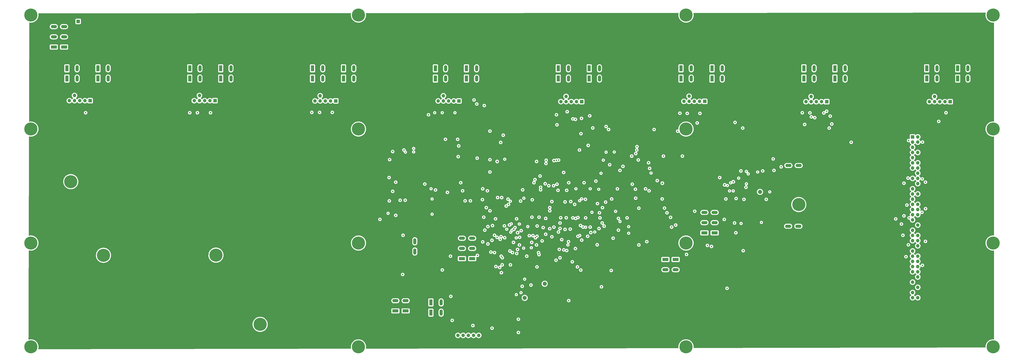
<source format=gbr>
%TF.GenerationSoftware,KiCad,Pcbnew,7.0.8*%
%TF.CreationDate,2023-11-16T11:59:51+01:00*%
%TF.ProjectId,main-board-rev1,6d61696e-2d62-46f6-9172-642d72657631,rev?*%
%TF.SameCoordinates,Original*%
%TF.FileFunction,Copper,L3,Inr*%
%TF.FilePolarity,Positive*%
%FSLAX46Y46*%
G04 Gerber Fmt 4.6, Leading zero omitted, Abs format (unit mm)*
G04 Created by KiCad (PCBNEW 7.0.8) date 2023-11-16 11:59:51*
%MOMM*%
%LPD*%
G01*
G04 APERTURE LIST*
%TA.AperFunction,ComponentPad*%
%ADD10C,0.800000*%
%TD*%
%TA.AperFunction,ComponentPad*%
%ADD11C,6.400000*%
%TD*%
%TA.AperFunction,ComponentPad*%
%ADD12R,1.700000X1.700000*%
%TD*%
%TA.AperFunction,ComponentPad*%
%ADD13O,1.700000X1.700000*%
%TD*%
%TA.AperFunction,ComponentPad*%
%ADD14R,1.500000X3.000000*%
%TD*%
%TA.AperFunction,ComponentPad*%
%ADD15O,1.500000X3.000000*%
%TD*%
%TA.AperFunction,ComponentPad*%
%ADD16R,3.000000X1.500000*%
%TD*%
%TA.AperFunction,ComponentPad*%
%ADD17O,3.000000X1.500000*%
%TD*%
%TA.AperFunction,ComponentPad*%
%ADD18C,2.000000*%
%TD*%
%TA.AperFunction,ViaPad*%
%ADD19C,0.700000*%
%TD*%
%TA.AperFunction,ViaPad*%
%ADD20C,0.800000*%
%TD*%
%TA.AperFunction,ViaPad*%
%ADD21C,0.550000*%
%TD*%
G04 APERTURE END LIST*
D10*
%TO.N,N/C*%
%TO.C,H108*%
X88300682Y-643708023D03*
X89003626Y-642010967D03*
X89003626Y-645405079D03*
X90700682Y-641308023D03*
D11*
X90700682Y-643708023D03*
D10*
X90700682Y-646108023D03*
X92397738Y-642010967D03*
X92397738Y-645405079D03*
X93100682Y-643708023D03*
%TD*%
%TO.N,N/C*%
%TO.C,H108*%
X408300682Y-643708023D03*
X409003626Y-642010967D03*
X409003626Y-645405079D03*
X410700682Y-641308023D03*
D11*
X410700682Y-643708023D03*
D10*
X410700682Y-646108023D03*
X412397738Y-642010967D03*
X412397738Y-645405079D03*
X413100682Y-643708023D03*
%TD*%
D12*
%TO.N,GATE_OUTPUT_4*%
%TO.C,J105*%
X359720682Y-686088023D03*
D13*
%TO.N,GND*%
X359720682Y-683548023D03*
%TO.N,GATE_4*%
X357180682Y-686088023D03*
%TO.N,GND*%
X357180682Y-683548023D03*
%TO.N,CV_OUTPUT_4*%
X354640682Y-686088023D03*
%TO.N,GND*%
X354640682Y-683548023D03*
%TO.N,RELAYS_4*%
X352100682Y-686088023D03*
%TO.N,+5VA*%
X352100682Y-683548023D03*
%TO.N,CV_4*%
X349560682Y-686088023D03*
%TO.N,GND*%
X349560682Y-683548023D03*
%TD*%
D14*
%TO.N,NEUT*%
%TO.C,J503*%
X363410682Y-669798023D03*
X363410682Y-674798023D03*
D15*
%TO.N,LINE*%
X368410682Y-669798023D03*
X368410682Y-674798023D03*
%TD*%
D10*
%TO.N,N/C*%
%TO.C,H108*%
X248300682Y-643708023D03*
X249003626Y-642010967D03*
X249003626Y-645405079D03*
X250700682Y-641308023D03*
D11*
X250700682Y-643708023D03*
D10*
X250700682Y-646108023D03*
X252397738Y-642010967D03*
X252397738Y-645405079D03*
X253100682Y-643708023D03*
%TD*%
D16*
%TO.N,GND*%
%TO.C,J120*%
X460580682Y-752135523D03*
X465580682Y-752135523D03*
D17*
%TO.N,GATE*%
X460580682Y-747135523D03*
X465580682Y-747135523D03*
%TD*%
D12*
%TO.N,GATE_OUTPUT_3*%
%TO.C,J104*%
X299780682Y-685788023D03*
D13*
%TO.N,GND*%
X299780682Y-683248023D03*
%TO.N,GATE_3*%
X297240682Y-685788023D03*
%TO.N,GND*%
X297240682Y-683248023D03*
%TO.N,CV_OUTPUT_3*%
X294700682Y-685788023D03*
%TO.N,GND*%
X294700682Y-683248023D03*
%TO.N,RELAYS_3*%
X292160682Y-685788023D03*
%TO.N,+5VA*%
X292160682Y-683248023D03*
%TO.N,CV_3*%
X289620682Y-685788023D03*
%TO.N,GND*%
X289620682Y-683248023D03*
%TD*%
D16*
%TO.N,NEUT*%
%TO.C,J202*%
X101890682Y-659358023D03*
X106890682Y-659358023D03*
D17*
%TO.N,LINE*%
X101890682Y-654358023D03*
X106890682Y-654358023D03*
%TO.N,Earth_Protective*%
X101890682Y-649358023D03*
X106890682Y-649358023D03*
%TD*%
D10*
%TO.N,N/C*%
%TO.C,H108*%
X408300682Y-699541356D03*
X409003626Y-697844300D03*
X409003626Y-701238412D03*
X410700682Y-697141356D03*
D11*
X410700682Y-699541356D03*
D10*
X410700682Y-701941356D03*
X412397738Y-697844300D03*
X412397738Y-701238412D03*
X413100682Y-699541356D03*
%TD*%
D12*
%TO.N,GND*%
%TO.C,J1*%
X311980682Y-800574689D03*
D13*
%TO.N,+5VA*%
X309440682Y-800574689D03*
%TO.N,+6V*%
X306900682Y-800574689D03*
%TO.N,/Power Supply/5VA Unfiltered*%
X304360682Y-800574689D03*
%TO.N,/Power Supply/Unfiltered-6V*%
X301820682Y-800574689D03*
%TO.N,+12V*%
X299280682Y-800574689D03*
%TD*%
D14*
%TO.N,NEUT*%
%TO.C,J503*%
X423410682Y-669798023D03*
X423410682Y-674798023D03*
D15*
%TO.N,LINE*%
X428410682Y-669798023D03*
X428410682Y-674798023D03*
%TD*%
D14*
%TO.N,NEUT*%
%TO.C,J504*%
X528260682Y-669798023D03*
X528260682Y-674798023D03*
D15*
%TO.N,LINE*%
X533260682Y-669798023D03*
X533260682Y-674798023D03*
%TD*%
D10*
%TO.N,N/C*%
%TO.C,H108*%
X248300682Y-806208023D03*
X249003626Y-804510967D03*
X249003626Y-807905079D03*
X250700682Y-803808023D03*
D11*
X250700682Y-806208023D03*
D10*
X250700682Y-808608023D03*
X252397738Y-804510967D03*
X252397738Y-807905079D03*
X253100682Y-806208023D03*
%TD*%
D14*
%TO.N,NEUT*%
%TO.C,J503*%
X543410682Y-669798023D03*
X543410682Y-674798023D03*
D15*
%TO.N,LINE*%
X548410682Y-669798023D03*
X548410682Y-674798023D03*
%TD*%
D10*
%TO.N,N/C*%
%TO.C,H108*%
X408300682Y-755374689D03*
X409003626Y-753677633D03*
X409003626Y-757071745D03*
X410700682Y-752974689D03*
D11*
X410700682Y-755374689D03*
D10*
X410700682Y-757774689D03*
X412397738Y-753677633D03*
X412397738Y-757071745D03*
X413100682Y-755374689D03*
%TD*%
D14*
%TO.N,/Power Supply/PowerIn+*%
%TO.C,SW201*%
X286085682Y-784448023D03*
X286085682Y-789448023D03*
D15*
%TO.N,/Power Supply/POL-FET-D*%
X291085682Y-784448023D03*
X291085682Y-789448023D03*
%TD*%
D12*
%TO.N,GATE_CommonChannelOutput*%
%TO.C,J117*%
X521380682Y-703378023D03*
D13*
%TO.N,CV_CommonChannelOutput*%
X523920682Y-703378023D03*
%TO.N,\u002ARELAYS_14*%
X521380682Y-705918023D03*
%TO.N,\u002AGATE_8*%
X523920682Y-705918023D03*
%TO.N,CV_CommonChannelOutput*%
X521380682Y-708458023D03*
%TO.N,GND*%
X523920682Y-708458023D03*
%TO.N,\u002ACV_14*%
X521380682Y-710998023D03*
%TO.N,\u002ARELAYS_8*%
X523920682Y-710998023D03*
%TO.N,\u002ACV_8*%
X521380682Y-713538023D03*
%TO.N,GND*%
X523920682Y-713538023D03*
%TO.N,+5VA*%
X521380682Y-716078023D03*
%TO.N,GATE_CommonChannelOutput*%
X523920682Y-716078023D03*
%TO.N,\u002AGATE_9*%
X521380682Y-718618023D03*
%TO.N,GATE_CommonChannelOutput*%
X523920682Y-718618023D03*
%TO.N,GND*%
X521380682Y-721158023D03*
%TO.N,CV_CommonChannelOutput*%
X523920682Y-721158023D03*
%TO.N,\u002ARELAYS_9*%
X521380682Y-723698023D03*
%TO.N,+5VA*%
X523920682Y-723698023D03*
%TO.N,GND*%
X521380682Y-726238023D03*
%TO.N,\u002ACV_9*%
X523920682Y-726238023D03*
%TO.N,GATE_CommonChannelOutput*%
X521380682Y-728778023D03*
%TO.N,GND*%
X523920682Y-728778023D03*
%TO.N,\u002AGATE_15*%
X521380682Y-731318023D03*
%TO.N,\u002AGATE_10*%
X523920682Y-731318023D03*
%TO.N,CV_CommonChannelOutput*%
X521380682Y-733858023D03*
%TO.N,GND*%
X523920682Y-733858023D03*
%TO.N,CV_CommonChannelOutput*%
X521380682Y-736398023D03*
%TO.N,\u002ARELAYS_10*%
X523920682Y-736398023D03*
%TO.N,\u002ACV_10*%
X521380682Y-738938023D03*
%TO.N,+5VA*%
X523920682Y-738938023D03*
X521380682Y-741478023D03*
%TO.N,GATE_CommonChannelOutput*%
X523920682Y-741478023D03*
%TO.N,\u002AGATE_11*%
X521380682Y-744018023D03*
%TO.N,GND*%
X523920682Y-744018023D03*
X521380682Y-746558023D03*
%TO.N,CV_CommonChannelOutput*%
X523920682Y-746558023D03*
%TO.N,\u002ARELAYS_11*%
X521380682Y-749098023D03*
%TO.N,GND*%
X523920682Y-749098023D03*
%TO.N,+5VA*%
X521380682Y-751638023D03*
%TO.N,\u002ACV_11*%
X523920682Y-751638023D03*
%TO.N,GATE_CommonChannelOutput*%
X521380682Y-754178023D03*
%TO.N,+5VA*%
X523920682Y-754178023D03*
%TO.N,GND*%
X521380682Y-756718023D03*
%TO.N,\u002AGATE_12*%
X523920682Y-756718023D03*
%TO.N,CV_CommonChannelOutput*%
X521380682Y-759258023D03*
%TO.N,GND*%
X523920682Y-759258023D03*
%TO.N,+5VA*%
X521380682Y-761798023D03*
%TO.N,\u002ARELAYS_12*%
X523920682Y-761798023D03*
%TO.N,\u002ACV_12*%
X521380682Y-764338023D03*
%TO.N,\u002ACV_15*%
X523920682Y-764338023D03*
%TO.N,\u002ARELAYS_15*%
X521380682Y-766878023D03*
%TO.N,GATE_CommonChannelOutput*%
X523920682Y-766878023D03*
%TO.N,\u002AGATE_13*%
X521380682Y-769418023D03*
%TO.N,+5VA*%
X523920682Y-769418023D03*
%TO.N,GND*%
X521380682Y-771958023D03*
%TO.N,CV_CommonChannelOutput*%
X523920682Y-771958023D03*
%TO.N,\u002ARELAYS_13*%
X521380682Y-774498023D03*
%TO.N,GND*%
X523920682Y-774498023D03*
X521380682Y-777038023D03*
%TO.N,\u002ACV_13*%
X523920682Y-777038023D03*
%TO.N,GATE_CommonChannelOutput*%
X521380682Y-779578023D03*
%TO.N,GND*%
X523920682Y-779578023D03*
%TO.N,+5VA*%
X521380682Y-782118023D03*
%TO.N,\u002AGATE_14*%
X523920682Y-782118023D03*
%TD*%
D14*
%TO.N,GND*%
%TO.C,SW302*%
X273225682Y-754500523D03*
X273225682Y-759500523D03*
D15*
%TO.N,Net-(U302-TR)*%
X278225682Y-754500523D03*
X278225682Y-759500523D03*
%TD*%
D14*
%TO.N,NEUT*%
%TO.C,J503*%
X483410682Y-669798023D03*
X483410682Y-674798023D03*
D15*
%TO.N,LINE*%
X488410682Y-669798023D03*
X488410682Y-674798023D03*
%TD*%
D10*
%TO.N,N/C*%
%TO.C,H108*%
X408300682Y-806208023D03*
X409003626Y-804510967D03*
X409003626Y-807905079D03*
X410700682Y-803808023D03*
D11*
X410700682Y-806208023D03*
D10*
X410700682Y-808608023D03*
X412397738Y-804510967D03*
X412397738Y-807905079D03*
X413100682Y-806208023D03*
%TD*%
%TO.N,N/C*%
%TO.C,H108*%
X558300682Y-806208023D03*
X559003626Y-804510967D03*
X559003626Y-807905079D03*
X560700682Y-803808023D03*
D11*
X560700682Y-806208023D03*
D10*
X560700682Y-808608023D03*
X562397738Y-804510967D03*
X562397738Y-807905079D03*
X563100682Y-806208023D03*
%TD*%
D12*
%TO.N,GATE_OUTPUT_2*%
%TO.C,J103*%
X239620682Y-685748023D03*
D13*
%TO.N,GND*%
X239620682Y-683208023D03*
%TO.N,GATE_2*%
X237080682Y-685748023D03*
%TO.N,GND*%
X237080682Y-683208023D03*
%TO.N,CV_OUTPUT_2*%
X234540682Y-685748023D03*
%TO.N,GND*%
X234540682Y-683208023D03*
%TO.N,RELAYS_2*%
X232000682Y-685748023D03*
%TO.N,+5VA*%
X232000682Y-683208023D03*
%TO.N,CV_2*%
X229460682Y-685748023D03*
%TO.N,GND*%
X229460682Y-683208023D03*
%TD*%
D14*
%TO.N,NEUT*%
%TO.C,J504*%
X288260682Y-669798023D03*
X288260682Y-674798023D03*
D15*
%TO.N,LINE*%
X293260682Y-669798023D03*
X293260682Y-674798023D03*
%TD*%
D10*
%TO.N,N/C*%
%TO.C,H407*%
X107770682Y-725298023D03*
X108473626Y-723600967D03*
X108473626Y-726995079D03*
X110170682Y-722898023D03*
D11*
X110170682Y-725298023D03*
D10*
X110170682Y-727698023D03*
X111867738Y-723600967D03*
X111867738Y-726995079D03*
X112570682Y-725298023D03*
%TD*%
D12*
%TO.N,GATE_OUTPUT_1*%
%TO.C,J102*%
X180620682Y-685648023D03*
D13*
%TO.N,GND*%
X180620682Y-683108023D03*
%TO.N,GATE_1*%
X178080682Y-685648023D03*
%TO.N,GND*%
X178080682Y-683108023D03*
%TO.N,CV_OUTPUT_1*%
X175540682Y-685648023D03*
%TO.N,GND*%
X175540682Y-683108023D03*
%TO.N,RELAYS_1*%
X173000682Y-685648023D03*
%TO.N,+5VA*%
X173000682Y-683108023D03*
%TO.N,CV_1*%
X170460682Y-685648023D03*
%TO.N,GND*%
X170460682Y-683108023D03*
%TD*%
D10*
%TO.N,N/C*%
%TO.C,H108*%
X88300682Y-699541356D03*
X89003626Y-697844300D03*
X89003626Y-701238412D03*
X90700682Y-697141356D03*
D11*
X90700682Y-699541356D03*
D10*
X90700682Y-701941356D03*
X92397738Y-697844300D03*
X92397738Y-701238412D03*
X93100682Y-699541356D03*
%TD*%
D14*
%TO.N,NEUT*%
%TO.C,J503*%
X123410682Y-669798023D03*
X123410682Y-674798023D03*
D15*
%TO.N,LINE*%
X128410682Y-669798023D03*
X128410682Y-674798023D03*
%TD*%
D10*
%TO.N,N/C*%
%TO.C,H108*%
X248300682Y-755374689D03*
X249003626Y-753677633D03*
X249003626Y-757071745D03*
X250700682Y-752974689D03*
D11*
X250700682Y-755374689D03*
D10*
X250700682Y-757774689D03*
X252397738Y-753677633D03*
X252397738Y-757071745D03*
X253100682Y-755374689D03*
%TD*%
%TO.N,N/C*%
%TO.C,H405*%
X200270682Y-795198023D03*
X200973626Y-793500967D03*
X200973626Y-796895079D03*
X202670682Y-792798023D03*
D11*
X202670682Y-795198023D03*
D10*
X202670682Y-797598023D03*
X204367738Y-793500967D03*
X204367738Y-796895079D03*
X205070682Y-795198023D03*
%TD*%
%TO.N,N/C*%
%TO.C,H108*%
X88300682Y-806208023D03*
X89003626Y-804510967D03*
X89003626Y-807905079D03*
X90700682Y-803808023D03*
D11*
X90700682Y-806208023D03*
D10*
X90700682Y-808608023D03*
X92397738Y-804510967D03*
X92397738Y-807905079D03*
X93100682Y-806208023D03*
%TD*%
D12*
%TO.N,GATE_OUTPUT_6*%
%TO.C,J107*%
X479420682Y-686148023D03*
D13*
%TO.N,GND*%
X479420682Y-683608023D03*
%TO.N,GATE_6*%
X476880682Y-686148023D03*
%TO.N,GND*%
X476880682Y-683608023D03*
%TO.N,CV_OUTPUT_6*%
X474340682Y-686148023D03*
%TO.N,GND*%
X474340682Y-683608023D03*
%TO.N,RELAYS_6*%
X471800682Y-686148023D03*
%TO.N,+5VA*%
X471800682Y-683608023D03*
%TO.N,CV_6*%
X469260682Y-686148023D03*
%TO.N,GND*%
X469260682Y-683608023D03*
%TD*%
D18*
%TO.N,CLK*%
%TO.C,TP401*%
X446830682Y-730298023D03*
%TD*%
D14*
%TO.N,NEUT*%
%TO.C,J504*%
X408260682Y-669798023D03*
X408260682Y-674798023D03*
D15*
%TO.N,LINE*%
X413260682Y-669798023D03*
X413260682Y-674798023D03*
%TD*%
D12*
%TO.N,GATE_OUTPUT_0*%
%TO.C,J101*%
X119620682Y-685648023D03*
D13*
%TO.N,GND*%
X119620682Y-683108023D03*
%TO.N,GATE_0*%
X117080682Y-685648023D03*
%TO.N,GND*%
X117080682Y-683108023D03*
%TO.N,CV_OUTPUT_0*%
X114540682Y-685648023D03*
%TO.N,GND*%
X114540682Y-683108023D03*
%TO.N,RELAYS_0*%
X112000682Y-685648023D03*
%TO.N,+5VA*%
X112000682Y-683108023D03*
%TO.N,CV_0*%
X109460682Y-685648023D03*
%TO.N,GND*%
X109460682Y-683108023D03*
%TD*%
D14*
%TO.N,NEUT*%
%TO.C,J503*%
X183410682Y-669798023D03*
X183410682Y-674798023D03*
D15*
%TO.N,LINE*%
X188410682Y-669798023D03*
X188410682Y-674798023D03*
%TD*%
D14*
%TO.N,NEUT*%
%TO.C,J503*%
X303410682Y-669798023D03*
X303410682Y-674798023D03*
D15*
%TO.N,LINE*%
X308410682Y-669798023D03*
X308410682Y-674798023D03*
%TD*%
D14*
%TO.N,NEUT*%
%TO.C,J504*%
X168260682Y-669798023D03*
X168260682Y-674798023D03*
D15*
%TO.N,LINE*%
X173260682Y-669798023D03*
X173260682Y-674798023D03*
%TD*%
D10*
%TO.N,N/C*%
%TO.C,H108*%
X558300682Y-755374689D03*
X559003626Y-753677633D03*
X559003626Y-757071745D03*
X560700682Y-752974689D03*
D11*
X560700682Y-755374689D03*
D10*
X560700682Y-757774689D03*
X562397738Y-753677633D03*
X562397738Y-757071745D03*
X563100682Y-755374689D03*
%TD*%
D16*
%TO.N,/Power Supply/PowerIn-*%
%TO.C,J201*%
X268735682Y-788598023D03*
X273735682Y-788598023D03*
D17*
%TO.N,/Power Supply/PowerIn+*%
X268735682Y-783598023D03*
X273735682Y-783598023D03*
%TD*%
D10*
%TO.N,N/C*%
%TO.C,H110*%
X463383626Y-736521800D03*
X464086570Y-734824744D03*
X464086570Y-738218856D03*
X465783626Y-734121800D03*
D11*
X465783626Y-736521800D03*
D10*
X465783626Y-738921800D03*
X467480682Y-734824744D03*
X467480682Y-738218856D03*
X468183626Y-736521800D03*
%TD*%
%TO.N,N/C*%
%TO.C,H102*%
X123717711Y-761375658D03*
X124420655Y-759678602D03*
X124420655Y-763072714D03*
X126117711Y-758975658D03*
D11*
X126117711Y-761375658D03*
D10*
X126117711Y-763775658D03*
X127814767Y-759678602D03*
X127814767Y-763072714D03*
X128517711Y-761375658D03*
%TD*%
D18*
%TO.N,+6V*%
%TO.C,TP204*%
X341660682Y-775298023D03*
%TD*%
D12*
%TO.N,GATE_OUTPUT_7*%
%TO.C,J108*%
X539700682Y-686148023D03*
D13*
%TO.N,GND*%
X539700682Y-683608023D03*
%TO.N,GATE_7*%
X537160682Y-686148023D03*
%TO.N,GND*%
X537160682Y-683608023D03*
%TO.N,CV_OUTPUT_7*%
X534620682Y-686148023D03*
%TO.N,GND*%
X534620682Y-683608023D03*
%TO.N,RELAYS_7*%
X532080682Y-686148023D03*
%TO.N,+5VA*%
X532080682Y-683608023D03*
%TO.N,CV_7*%
X529540682Y-686148023D03*
%TO.N,GND*%
X529540682Y-683608023D03*
%TD*%
D10*
%TO.N,N/C*%
%TO.C,H408*%
X178670682Y-761298023D03*
X179373626Y-759600967D03*
X179373626Y-762995079D03*
X181070682Y-758898023D03*
D11*
X181070682Y-761298023D03*
D10*
X181070682Y-763698023D03*
X182767738Y-759600967D03*
X182767738Y-762995079D03*
X183470682Y-761298023D03*
%TD*%
D16*
%TO.N,/Timers/MONOSTABLE_CLOCK_SWITCH*%
%TO.C,SW301*%
X419680682Y-750368023D03*
X424680682Y-750368023D03*
D17*
%TO.N,CLOCK*%
X419680682Y-745368023D03*
X424680682Y-745368023D03*
%TO.N,/Timers/ASTABLE_CLOCK_SWITCH*%
X419680682Y-740368023D03*
X424680682Y-740368023D03*
%TD*%
D10*
%TO.N,N/C*%
%TO.C,H108*%
X88300682Y-755374689D03*
X89003626Y-753677633D03*
X89003626Y-757071745D03*
X90700682Y-752974689D03*
D11*
X90700682Y-755374689D03*
D10*
X90700682Y-757774689D03*
X92397738Y-753677633D03*
X92397738Y-757071745D03*
X93100682Y-755374689D03*
%TD*%
D16*
%TO.N,/Timers/555_2-6*%
%TO.C,RV301*%
X301235682Y-763010523D03*
X306235682Y-763010523D03*
D17*
%TO.N,/Timers/555-R-POT*%
X301235682Y-758010523D03*
X306235682Y-758010523D03*
%TO.N,unconnected-(RV301-Pad3)*%
X301235682Y-753010523D03*
X306235682Y-753010523D03*
%TD*%
D14*
%TO.N,NEUT*%
%TO.C,J504*%
X108260682Y-669798023D03*
X108260682Y-674798023D03*
D15*
%TO.N,LINE*%
X113260682Y-669798023D03*
X113260682Y-674798023D03*
%TD*%
D18*
%TO.N,+5VA*%
%TO.C,TP203*%
X331910682Y-782223023D03*
%TD*%
D14*
%TO.N,NEUT*%
%TO.C,J504*%
X228260682Y-669798023D03*
X228260682Y-674798023D03*
D15*
%TO.N,LINE*%
X233260682Y-669798023D03*
X233260682Y-674798023D03*
%TD*%
D10*
%TO.N,N/C*%
%TO.C,H108*%
X558300682Y-643708023D03*
X559003626Y-642010967D03*
X559003626Y-645405079D03*
X560700682Y-641308023D03*
D11*
X560700682Y-643708023D03*
D10*
X560700682Y-646108023D03*
X562397738Y-642010967D03*
X562397738Y-645405079D03*
X563100682Y-643708023D03*
%TD*%
D16*
%TO.N,GND*%
%TO.C,J119*%
X460730682Y-722398023D03*
X465730682Y-722398023D03*
D17*
%TO.N,CV_OUT*%
X460730682Y-717398023D03*
X465730682Y-717398023D03*
%TD*%
D10*
%TO.N,N/C*%
%TO.C,H108*%
X558300682Y-699541356D03*
X559003626Y-697844300D03*
X559003626Y-701238412D03*
X560700682Y-697141356D03*
D11*
X560700682Y-699541356D03*
D10*
X560700682Y-701941356D03*
X562397738Y-697844300D03*
X562397738Y-701238412D03*
X563100682Y-699541356D03*
%TD*%
D14*
%TO.N,NEUT*%
%TO.C,J503*%
X243410682Y-669798023D03*
X243410682Y-674798023D03*
D15*
%TO.N,LINE*%
X248410682Y-669798023D03*
X248410682Y-674798023D03*
%TD*%
D14*
%TO.N,NEUT*%
%TO.C,J504*%
X348260682Y-669798023D03*
X348260682Y-674798023D03*
D15*
%TO.N,LINE*%
X353260682Y-669798023D03*
X353260682Y-674798023D03*
%TD*%
D10*
%TO.N,N/C*%
%TO.C,H108*%
X248300682Y-699541356D03*
X249003626Y-697844300D03*
X249003626Y-701238412D03*
X250700682Y-697141356D03*
D11*
X250700682Y-699541356D03*
D10*
X250700682Y-701941356D03*
X252397738Y-697844300D03*
X252397738Y-701238412D03*
X253100682Y-699541356D03*
%TD*%
D12*
%TO.N,GATE_OUTPUT_5*%
%TO.C,J106*%
X419820682Y-685988023D03*
D13*
%TO.N,GND*%
X419820682Y-683448023D03*
%TO.N,GATE_5*%
X417280682Y-685988023D03*
%TO.N,GND*%
X417280682Y-683448023D03*
%TO.N,CV_OUTPUT_5*%
X414740682Y-685988023D03*
%TO.N,GND*%
X414740682Y-683448023D03*
%TO.N,RELAYS_5*%
X412200682Y-685988023D03*
%TO.N,+5VA*%
X412200682Y-683448023D03*
%TO.N,CV_5*%
X409660682Y-685988023D03*
%TO.N,GND*%
X409660682Y-683448023D03*
%TD*%
D16*
%TO.N,CHAN_8*%
%TO.C,SW401*%
X405630682Y-763435523D03*
X400630682Y-763435523D03*
D17*
%TO.N,Net-(D401-A)*%
X405630682Y-768435523D03*
X400630682Y-768435523D03*
%TD*%
D12*
%TO.N,Earth_Protective*%
%TO.C,JP201*%
X113775682Y-646808023D03*
D13*
%TO.N,GND*%
X116315682Y-646808023D03*
%TD*%
D14*
%TO.N,NEUT*%
%TO.C,J504*%
X468260682Y-669798023D03*
X468260682Y-674798023D03*
D15*
%TO.N,LINE*%
X473260682Y-669798023D03*
X473260682Y-674798023D03*
%TD*%
D19*
%TO.N,GND*%
X497013062Y-709869689D03*
X128713062Y-747969689D03*
X502093062Y-768289689D03*
X265873062Y-753049689D03*
X471613062Y-801309689D03*
X537653062Y-768289689D03*
X403033062Y-773369689D03*
X146493062Y-793689689D03*
X110933062Y-646369689D03*
X560513062Y-730189689D03*
X131253062Y-727649689D03*
X293813062Y-788609689D03*
X253173062Y-783529689D03*
X326833062Y-801309689D03*
X159193062Y-798769689D03*
X530033062Y-717489689D03*
X524953062Y-687009689D03*
X385253062Y-679389689D03*
X268413062Y-750509689D03*
D20*
X177200682Y-760674689D03*
D19*
X415733062Y-770829689D03*
X116013062Y-747969689D03*
X182053062Y-742889689D03*
X138873062Y-697169689D03*
X560513062Y-760669689D03*
X131253062Y-755589689D03*
X542733062Y-745429689D03*
X405573062Y-646369689D03*
X491933062Y-786069689D03*
X128713062Y-689549689D03*
X418273062Y-765749689D03*
X497013062Y-671769689D03*
X161733062Y-796229689D03*
X550353062Y-775909689D03*
X349693062Y-643829689D03*
X372553062Y-679389689D03*
X456373062Y-770829689D03*
X255713062Y-666689689D03*
X291273062Y-648909689D03*
X179513062Y-709869689D03*
X524953062Y-788609689D03*
X136333062Y-732729689D03*
X95693062Y-669229689D03*
X293813062Y-753049689D03*
X425893062Y-704789689D03*
X349693062Y-793689689D03*
X217613062Y-763209689D03*
X220153062Y-783529689D03*
X552893062Y-760669689D03*
X230313062Y-801309689D03*
X209993062Y-735269689D03*
X100773062Y-681929689D03*
X557973062Y-704789689D03*
X136333062Y-648909689D03*
X108393062Y-646369689D03*
X288733062Y-803849689D03*
X296353062Y-745429689D03*
D20*
X114700682Y-720674689D03*
D19*
X220153062Y-806389689D03*
X174433062Y-801309689D03*
X215073062Y-674309689D03*
X253173062Y-725109689D03*
X522413062Y-666689689D03*
X491933062Y-753049689D03*
X123633062Y-684469689D03*
X220153062Y-763209689D03*
X103313062Y-755589689D03*
X395413062Y-750509689D03*
X199833062Y-689549689D03*
X126173062Y-689549689D03*
X138873062Y-747969689D03*
X286193062Y-755589689D03*
X448753062Y-791149689D03*
X547813062Y-722569689D03*
X448753062Y-770829689D03*
X530033062Y-755589689D03*
X265873062Y-687009689D03*
X192213062Y-768289689D03*
X560513062Y-684469689D03*
X489393062Y-793689689D03*
X100773062Y-689549689D03*
D21*
X375860682Y-725223023D03*
D19*
X105853062Y-643829689D03*
X509713062Y-707329689D03*
X113473062Y-773369689D03*
X502093062Y-788609689D03*
X410653062Y-801309689D03*
X479233062Y-770829689D03*
X281113062Y-643829689D03*
X133793062Y-674309689D03*
X169353062Y-697169689D03*
X329373062Y-714949689D03*
X451293062Y-666689689D03*
X240473062Y-778449689D03*
X377633062Y-770829689D03*
X466533062Y-765749689D03*
X532573062Y-747969689D03*
X131253062Y-801309689D03*
X441133062Y-786069689D03*
X463993062Y-702249689D03*
X253173062Y-788609689D03*
X90613062Y-651449689D03*
X499553062Y-758129689D03*
X405573062Y-684469689D03*
X507173062Y-796229689D03*
X90613062Y-801309689D03*
X430973062Y-648909689D03*
X270953062Y-687009689D03*
X209993062Y-689549689D03*
X235393062Y-801309689D03*
X400493062Y-786069689D03*
X149033062Y-646369689D03*
X143953062Y-707329689D03*
X540193062Y-714949689D03*
X268413062Y-801309689D03*
D21*
X288100682Y-724996824D03*
D19*
X225233062Y-760669689D03*
X469073062Y-803849689D03*
X174433062Y-725109689D03*
X245553062Y-709869689D03*
X530033062Y-714949689D03*
X484313062Y-725109689D03*
X428433062Y-712409689D03*
X161733062Y-760669689D03*
X537653062Y-669229689D03*
X397953062Y-643829689D03*
X260793062Y-801309689D03*
X545273062Y-725109689D03*
X265873062Y-745429689D03*
X202373062Y-750509689D03*
X319213062Y-684469689D03*
X164273062Y-783529689D03*
X174433062Y-775909689D03*
X446213062Y-786069689D03*
X286193062Y-648909689D03*
X550353062Y-684469689D03*
X418273062Y-773369689D03*
X212533062Y-676849689D03*
X382713062Y-699709689D03*
X265873062Y-747969689D03*
X326833062Y-714949689D03*
X400493062Y-796229689D03*
X276033062Y-750509689D03*
X497013062Y-801309689D03*
X225233062Y-793689689D03*
X95693062Y-692089689D03*
X557973062Y-681929689D03*
X507173062Y-722569689D03*
X243013062Y-783529689D03*
X255713062Y-770829689D03*
X461453062Y-687009689D03*
X278573062Y-727649689D03*
X159193062Y-722569689D03*
X199833062Y-791149689D03*
X509713062Y-753049689D03*
X227773062Y-745429689D03*
X192213062Y-648909689D03*
X164273062Y-775909689D03*
X494473062Y-730189689D03*
X535113062Y-714949689D03*
X202373062Y-699709689D03*
X540193062Y-740349689D03*
X105853062Y-778449689D03*
X93153062Y-653989689D03*
X397953062Y-692089689D03*
X428433062Y-796229689D03*
X344613062Y-692089689D03*
X253173062Y-791149689D03*
X418273062Y-791149689D03*
X103313062Y-664149689D03*
X220153062Y-765749689D03*
X237933062Y-671769689D03*
X116013062Y-750509689D03*
X451293062Y-796229689D03*
X281113062Y-732729689D03*
X197293062Y-707329689D03*
X98233062Y-801309689D03*
X415733062Y-643829689D03*
X535113062Y-702249689D03*
X423353062Y-643829689D03*
X194753062Y-750509689D03*
X248093062Y-712409689D03*
X542733062Y-793689689D03*
X123633062Y-714949689D03*
X149033062Y-648909689D03*
X372553062Y-760669689D03*
X537653062Y-709869689D03*
X519873062Y-689549689D03*
X253173062Y-747969689D03*
X334453062Y-674309689D03*
X131253062Y-768289689D03*
X466533062Y-793689689D03*
X189673062Y-788609689D03*
X187133062Y-806389689D03*
X98233062Y-796229689D03*
X212533062Y-747969689D03*
X403033062Y-674309689D03*
X267000682Y-772774689D03*
X413193062Y-791149689D03*
X329373062Y-801309689D03*
X502093062Y-714949689D03*
X507173062Y-773369689D03*
X116013062Y-707329689D03*
X385253062Y-773369689D03*
D21*
X288835682Y-763073023D03*
D19*
X164273062Y-753049689D03*
X212533062Y-755589689D03*
X321753062Y-676849689D03*
X471613062Y-768289689D03*
X227773062Y-697169689D03*
X212533062Y-707329689D03*
X90613062Y-674309689D03*
X141413062Y-791149689D03*
X436053062Y-684469689D03*
X225233062Y-646369689D03*
X227773062Y-730189689D03*
X509713062Y-679389689D03*
X283653062Y-803849689D03*
X245553062Y-803849689D03*
X182053062Y-714949689D03*
X154113062Y-730189689D03*
X453833062Y-709869689D03*
X481773062Y-768289689D03*
X494473062Y-796229689D03*
X207453062Y-788609689D03*
X90613062Y-679389689D03*
X504633062Y-671769689D03*
X530033062Y-780989689D03*
X90613062Y-796229689D03*
X359853062Y-788609689D03*
X319213062Y-643829689D03*
X560513062Y-791149689D03*
X532573062Y-770829689D03*
X403033062Y-676849689D03*
X540193062Y-704789689D03*
X540193062Y-732729689D03*
X151573062Y-725109689D03*
X95693062Y-679389689D03*
X100773062Y-666689689D03*
X263333062Y-758129689D03*
X194753062Y-798769689D03*
X237933062Y-709869689D03*
X166813062Y-684469689D03*
X116013062Y-791149689D03*
X199833062Y-702249689D03*
X382713062Y-786069689D03*
X514793062Y-687009689D03*
X248093062Y-798769689D03*
X448753062Y-669229689D03*
X93153062Y-664149689D03*
X227773062Y-765749689D03*
X476693062Y-737809689D03*
X458913062Y-679389689D03*
X235393062Y-735269689D03*
X204913062Y-770829689D03*
X354773062Y-798769689D03*
X103313062Y-775909689D03*
X370013062Y-798769689D03*
X146493062Y-727649689D03*
X395413062Y-648909689D03*
X537653062Y-697169689D03*
X121093062Y-775909689D03*
X397953062Y-803849689D03*
X146493062Y-760669689D03*
X519873062Y-687009689D03*
X237933062Y-768289689D03*
X149033062Y-722569689D03*
X189673062Y-702249689D03*
X209993062Y-707329689D03*
X182053062Y-730189689D03*
X293813062Y-773369689D03*
X535113062Y-783529689D03*
X98233062Y-720029689D03*
X293813062Y-806389689D03*
X433513062Y-674309689D03*
X194753062Y-793689689D03*
X433513062Y-669229689D03*
X93153062Y-651449689D03*
X243013062Y-765749689D03*
X225233062Y-745429689D03*
X138873062Y-796229689D03*
X303973062Y-791149689D03*
X265873062Y-760669689D03*
X230313062Y-765749689D03*
X149033062Y-780989689D03*
X486853062Y-699709689D03*
X118553062Y-740349689D03*
X550353062Y-692089689D03*
X156653062Y-745429689D03*
X397953062Y-793689689D03*
X557973062Y-768289689D03*
X113473062Y-745429689D03*
X126173062Y-750509689D03*
X250633062Y-712409689D03*
X95693062Y-661609689D03*
X103313062Y-803849689D03*
X296353062Y-646369689D03*
X542733062Y-750509689D03*
X474153062Y-709869689D03*
X512253062Y-699709689D03*
D20*
X396485682Y-706348023D03*
D19*
X105853062Y-730189689D03*
X329373062Y-666689689D03*
X90613062Y-735269689D03*
X557973062Y-712409689D03*
X319213062Y-669229689D03*
X540193062Y-648909689D03*
X103313062Y-714949689D03*
X423353062Y-648909689D03*
X133793062Y-684469689D03*
X156653062Y-707329689D03*
X126173062Y-648909689D03*
X446213062Y-643829689D03*
X217613062Y-760669689D03*
X502093062Y-687009689D03*
X240473062Y-796229689D03*
X547813062Y-697169689D03*
X324293062Y-674309689D03*
X461453062Y-765749689D03*
X154113062Y-669229689D03*
X547813062Y-740349689D03*
X95693062Y-697169689D03*
X316673062Y-679389689D03*
X204913062Y-712409689D03*
X215073062Y-775909689D03*
X291273062Y-773369689D03*
X484313062Y-643829689D03*
X138873062Y-648909689D03*
X542733062Y-722569689D03*
X390333062Y-648909689D03*
X349693062Y-770829689D03*
X230313062Y-780989689D03*
X174433062Y-704789689D03*
X116013062Y-758129689D03*
X385253062Y-699709689D03*
X418273062Y-763209689D03*
X461453062Y-648909689D03*
X105853062Y-750509689D03*
X461453062Y-773369689D03*
X100773062Y-694629689D03*
X209993062Y-801309689D03*
X189673062Y-735269689D03*
X347153062Y-798769689D03*
X517333062Y-791149689D03*
X463993062Y-798769689D03*
X171893062Y-763209689D03*
X220153062Y-712409689D03*
X397953062Y-765749689D03*
X270953062Y-747969689D03*
X423353062Y-712409689D03*
X245553062Y-786069689D03*
X123633062Y-646369689D03*
X298893062Y-760669689D03*
X171893062Y-722569689D03*
X161733062Y-745429689D03*
X273493062Y-745429689D03*
X98233062Y-722569689D03*
X121093062Y-778449689D03*
X418273062Y-768289689D03*
X149033062Y-758129689D03*
X123633062Y-740349689D03*
X199833062Y-735269689D03*
X235393062Y-758129689D03*
X136333062Y-687009689D03*
X359853062Y-773369689D03*
X418273062Y-793689689D03*
X100773062Y-755589689D03*
X281113062Y-753049689D03*
X479233062Y-796229689D03*
X530033062Y-750509689D03*
X240473062Y-709869689D03*
X456373062Y-643829689D03*
X93153062Y-671769689D03*
X207453062Y-648909689D03*
X128713062Y-768289689D03*
X197293062Y-765749689D03*
X385253062Y-671769689D03*
X146493062Y-786069689D03*
X387793062Y-801309689D03*
X98233062Y-684469689D03*
X250633062Y-709869689D03*
X471613062Y-704789689D03*
X245553062Y-796229689D03*
X446213062Y-714949689D03*
X260793062Y-783529689D03*
X443673062Y-671769689D03*
X502093062Y-643829689D03*
X535113062Y-770829689D03*
X268413062Y-687009689D03*
X316673062Y-643829689D03*
X286193062Y-745429689D03*
X311593062Y-648909689D03*
X100773062Y-687009689D03*
X100773062Y-806389689D03*
X141413062Y-679389689D03*
X156653062Y-775909689D03*
X100773062Y-775909689D03*
X199833062Y-773369689D03*
X436053062Y-803849689D03*
X433513062Y-666689689D03*
X199833062Y-727649689D03*
X329373062Y-671769689D03*
X438593062Y-671769689D03*
X547813062Y-681929689D03*
X240473062Y-732729689D03*
X105853062Y-798769689D03*
D21*
X339660682Y-769273023D03*
D19*
X232853062Y-727649689D03*
X507173062Y-803849689D03*
X540193062Y-737809689D03*
X265873062Y-669229689D03*
X136333062Y-768289689D03*
X433513062Y-671769689D03*
X235393062Y-760669689D03*
X535113062Y-707329689D03*
X138873062Y-687009689D03*
X263333062Y-674309689D03*
X486853062Y-646369689D03*
X161733062Y-714949689D03*
X90613062Y-763209689D03*
X204913062Y-803849689D03*
X118553062Y-676849689D03*
X344613062Y-793689689D03*
X425893062Y-648909689D03*
X149033062Y-702249689D03*
X314133062Y-679389689D03*
X540193062Y-801309689D03*
X560513062Y-780989689D03*
X227773062Y-712409689D03*
X220153062Y-803849689D03*
X552893062Y-646369689D03*
X227773062Y-793689689D03*
X131253062Y-753049689D03*
X113473062Y-786069689D03*
X174433062Y-783529689D03*
X258253062Y-687009689D03*
X136333062Y-671769689D03*
X199833062Y-742889689D03*
X232853062Y-778449689D03*
X131253062Y-648909689D03*
X387793062Y-788609689D03*
X403033062Y-684469689D03*
X367600682Y-715130023D03*
X517333062Y-796229689D03*
X156653062Y-671769689D03*
X279700682Y-767974689D03*
X237933062Y-648909689D03*
D20*
X122200682Y-713174689D03*
D19*
X288733062Y-694629689D03*
X456373062Y-676849689D03*
X302500682Y-777774689D03*
X95693062Y-806389689D03*
X166813062Y-648909689D03*
X471613062Y-773369689D03*
X171893062Y-788609689D03*
X268413062Y-747969689D03*
X95693062Y-689549689D03*
X530033062Y-753049689D03*
X387793062Y-760669689D03*
X237933062Y-646369689D03*
X126173062Y-783529689D03*
X552893062Y-722569689D03*
X232853062Y-798769689D03*
X362393062Y-648909689D03*
X156653062Y-796229689D03*
X176973062Y-780989689D03*
D20*
X270859627Y-706321968D03*
D19*
X230313062Y-646369689D03*
X535113062Y-773369689D03*
X303973062Y-727649689D03*
X357313062Y-786069689D03*
X116013062Y-712409689D03*
X95693062Y-775909689D03*
X265873062Y-679389689D03*
X491933062Y-765749689D03*
X537653062Y-712409689D03*
X250633062Y-770829689D03*
X438593062Y-697169689D03*
X110933062Y-773369689D03*
X540193062Y-694629689D03*
X156653062Y-689549689D03*
X108393062Y-747969689D03*
X141413062Y-768289689D03*
X291273062Y-778449689D03*
D20*
X429560682Y-716198023D03*
D19*
X123633062Y-801309689D03*
X184593062Y-732729689D03*
X466533062Y-684469689D03*
X98233062Y-760669689D03*
X281113062Y-765749689D03*
X217613062Y-770829689D03*
X197293062Y-793689689D03*
X217613062Y-803849689D03*
X547813062Y-780989689D03*
X441133062Y-760669689D03*
X207453062Y-780989689D03*
X116013062Y-755589689D03*
X278573062Y-643829689D03*
X248093062Y-725109689D03*
X217613062Y-758129689D03*
X143953062Y-765749689D03*
X227773062Y-684469689D03*
X176973062Y-770829689D03*
X535113062Y-803849689D03*
X550353062Y-646369689D03*
X189673062Y-775909689D03*
X489393062Y-796229689D03*
X103313062Y-676849689D03*
X415733062Y-646369689D03*
X110933062Y-758129689D03*
X265873062Y-793689689D03*
X166813062Y-707329689D03*
X204913062Y-778449689D03*
X461453062Y-798769689D03*
X456373062Y-786069689D03*
X189673062Y-727649689D03*
X253173062Y-768289689D03*
X331913062Y-676849689D03*
X121093062Y-780989689D03*
X110933062Y-760669689D03*
X502093062Y-704789689D03*
X550353062Y-720029689D03*
X103313062Y-712409689D03*
X438593062Y-770829689D03*
X514793062Y-765749689D03*
X154113062Y-758129689D03*
X446213062Y-803849689D03*
X268413062Y-666689689D03*
X430973062Y-801309689D03*
X504633062Y-689549689D03*
X400493062Y-666689689D03*
X397953062Y-747969689D03*
X311593062Y-643829689D03*
X90613062Y-661609689D03*
X347153062Y-684469689D03*
D20*
X294410682Y-706373023D03*
D19*
X179513062Y-775909689D03*
X171893062Y-704789689D03*
X161733062Y-773369689D03*
X268413062Y-671769689D03*
X209993062Y-648909689D03*
X164273062Y-735269689D03*
X484313062Y-768289689D03*
X451293062Y-674309689D03*
X278573062Y-763209689D03*
X352233062Y-798769689D03*
X156653062Y-709869689D03*
X151573062Y-783529689D03*
X166813062Y-730189689D03*
X209993062Y-742889689D03*
X352233062Y-775909689D03*
X90613062Y-783529689D03*
X131253062Y-763209689D03*
X530033062Y-793689689D03*
X204913062Y-674309689D03*
X438593062Y-768289689D03*
X530033062Y-765749689D03*
X118553062Y-765749689D03*
X446213062Y-791149689D03*
X243013062Y-727649689D03*
X192213062Y-773369689D03*
X245553062Y-778449689D03*
X557973062Y-791149689D03*
X410653062Y-770829689D03*
X392873062Y-747969689D03*
X209993062Y-750509689D03*
X423353062Y-801309689D03*
X265873062Y-770829689D03*
X225233062Y-773369689D03*
X230313062Y-798769689D03*
X110933062Y-735269689D03*
X149033062Y-798769689D03*
X545273062Y-694629689D03*
X194753062Y-755589689D03*
X123633062Y-725109689D03*
X476693062Y-725109689D03*
X555433062Y-694629689D03*
X403033062Y-770829689D03*
X258253062Y-679389689D03*
X278573062Y-694629689D03*
X484313062Y-709869689D03*
X100773062Y-714949689D03*
X443673062Y-740349689D03*
X499553062Y-674309689D03*
X182053062Y-709869689D03*
X149033062Y-745429689D03*
X169353062Y-742889689D03*
X557973062Y-770829689D03*
X469073062Y-765749689D03*
X403033062Y-788609689D03*
X250633062Y-796229689D03*
X260793062Y-671769689D03*
X555433062Y-702249689D03*
X367473062Y-768289689D03*
X255713062Y-687009689D03*
X336993062Y-679389689D03*
X197293062Y-742889689D03*
X194753062Y-791149689D03*
X550353062Y-763209689D03*
X260793062Y-712409689D03*
X423353062Y-646369689D03*
X273493062Y-684469689D03*
X141413062Y-666689689D03*
X98233062Y-780989689D03*
X187133062Y-699709689D03*
X110933062Y-737809689D03*
X545273062Y-692089689D03*
X220153062Y-725109689D03*
X481773062Y-737809689D03*
X375093062Y-692089689D03*
X423353062Y-709869689D03*
X217613062Y-765749689D03*
X270953062Y-648909689D03*
X552893062Y-755589689D03*
X497013062Y-676849689D03*
X415733062Y-791149689D03*
X514793062Y-788609689D03*
X159193062Y-689549689D03*
X463993062Y-793689689D03*
X209993062Y-793689689D03*
X95693062Y-656529689D03*
X382713062Y-765749689D03*
X372553062Y-643829689D03*
X514793062Y-699709689D03*
X547813062Y-753049689D03*
X527493062Y-803849689D03*
X405573062Y-765749689D03*
X509713062Y-788609689D03*
X278573062Y-732729689D03*
X98233062Y-740349689D03*
X328400682Y-789674689D03*
X133793062Y-775909689D03*
X166813062Y-788609689D03*
X232853062Y-709869689D03*
X235393062Y-775909689D03*
X93153062Y-783529689D03*
X410653062Y-773369689D03*
X499553062Y-676849689D03*
X164273062Y-793689689D03*
X413193062Y-786069689D03*
X179513062Y-750509689D03*
X192213062Y-699709689D03*
X286193062Y-750509689D03*
X555433062Y-791149689D03*
X143953062Y-755589689D03*
X141413062Y-780989689D03*
X260793062Y-798769689D03*
X146493062Y-798769689D03*
X166813062Y-798769689D03*
X372553062Y-765749689D03*
X324293062Y-803849689D03*
X128713062Y-727649689D03*
X235393062Y-806389689D03*
X296353062Y-775909689D03*
X481773062Y-773369689D03*
X141413062Y-747969689D03*
X103313062Y-727649689D03*
X542733062Y-681929689D03*
X512253062Y-758129689D03*
X390333062Y-796229689D03*
X93153062Y-714949689D03*
X547813062Y-760669689D03*
X250633062Y-707329689D03*
X425893062Y-687009689D03*
X227773062Y-768289689D03*
X270953062Y-684469689D03*
X352233062Y-806389689D03*
X357313062Y-666689689D03*
X321753062Y-671769689D03*
X293813062Y-775909689D03*
X176973062Y-803849689D03*
X93153062Y-720029689D03*
X93153062Y-666689689D03*
X560513062Y-775909689D03*
X430973062Y-707329689D03*
X560513062Y-778449689D03*
X123633062Y-780989689D03*
X367473062Y-684469689D03*
X258253062Y-750509689D03*
X116013062Y-643829689D03*
X169353062Y-689549689D03*
X220153062Y-747969689D03*
X458913062Y-646369689D03*
X392873062Y-697169689D03*
X169353062Y-725109689D03*
X166813062Y-722569689D03*
X189673062Y-793689689D03*
X258253062Y-646369689D03*
X166813062Y-643829689D03*
X324293062Y-643829689D03*
X225233062Y-783529689D03*
X362393062Y-806389689D03*
X497013062Y-689549689D03*
X230313062Y-697169689D03*
X182053062Y-727649689D03*
X235393062Y-712409689D03*
X93153062Y-669229689D03*
X113473062Y-747969689D03*
X377633062Y-692089689D03*
X359853062Y-803849689D03*
X105853062Y-727649689D03*
X532573062Y-801309689D03*
X550353062Y-687009689D03*
X410653062Y-720029689D03*
X235393062Y-704789689D03*
X197293062Y-684469689D03*
X212533062Y-801309689D03*
X555433062Y-676849689D03*
X354773062Y-773369689D03*
X98233062Y-803849689D03*
X547813062Y-725109689D03*
X484313062Y-730189689D03*
X357313062Y-793689689D03*
X497013062Y-666689689D03*
X390333062Y-697169689D03*
X519873062Y-679389689D03*
X425893062Y-788609689D03*
X245553062Y-648909689D03*
X514793062Y-732729689D03*
X265873062Y-783529689D03*
X466533062Y-798769689D03*
X141413062Y-730189689D03*
X250633062Y-740349689D03*
X461453062Y-725109689D03*
X154113062Y-712409689D03*
X555433062Y-714949689D03*
X547813062Y-742889689D03*
X255713062Y-806389689D03*
X463993062Y-643829689D03*
X123633062Y-727649689D03*
X547813062Y-648909689D03*
X276033062Y-745429689D03*
X258253062Y-742889689D03*
X243013062Y-740349689D03*
X105853062Y-791149689D03*
X182053062Y-775909689D03*
X136333062Y-747969689D03*
X187133062Y-745429689D03*
X375093062Y-648909689D03*
X215073062Y-666689689D03*
X161733062Y-770829689D03*
X126173062Y-722569689D03*
X258253062Y-763209689D03*
X192213062Y-798769689D03*
X199833062Y-687009689D03*
X446213062Y-773369689D03*
X197293062Y-768289689D03*
X489393062Y-725109689D03*
X126173062Y-643829689D03*
X502093062Y-648909689D03*
X118553062Y-775909689D03*
X540193062Y-709869689D03*
X370013062Y-760669689D03*
X387793062Y-793689689D03*
X504633062Y-709869689D03*
X156653062Y-725109689D03*
X128713062Y-643829689D03*
X187133062Y-796229689D03*
X128713062Y-737809689D03*
X237933062Y-669229689D03*
X507173062Y-643829689D03*
X161733062Y-689549689D03*
X552893062Y-780989689D03*
X143953062Y-709869689D03*
X486853062Y-725109689D03*
X316673062Y-676849689D03*
X207453062Y-674309689D03*
X207453062Y-773369689D03*
X151573062Y-740349689D03*
X255713062Y-679389689D03*
X532573062Y-737809689D03*
X146493062Y-687009689D03*
X514793062Y-786069689D03*
X339533062Y-801309689D03*
X121093062Y-765749689D03*
X110933062Y-714949689D03*
D21*
X322085682Y-776773023D03*
D19*
X237933062Y-707329689D03*
X408113062Y-768289689D03*
X192213062Y-643829689D03*
X116013062Y-786069689D03*
X174433062Y-798769689D03*
X453833062Y-666689689D03*
X507173062Y-753049689D03*
X522413062Y-676849689D03*
X143953062Y-671769689D03*
X535113062Y-786069689D03*
X209993062Y-671769689D03*
X154113062Y-801309689D03*
X268413062Y-763209689D03*
X240473062Y-786069689D03*
X390333062Y-803849689D03*
X265873062Y-755589689D03*
X446213062Y-765749689D03*
X248093062Y-745429689D03*
X128713062Y-684469689D03*
X245553062Y-722569689D03*
X456373062Y-768289689D03*
X209993062Y-778449689D03*
X268413062Y-753049689D03*
X245553062Y-765749689D03*
X98233062Y-704789689D03*
X486853062Y-687009689D03*
X194753062Y-676849689D03*
X527493062Y-714949689D03*
X461453062Y-676849689D03*
X161733062Y-763209689D03*
X375093062Y-786069689D03*
X194753062Y-707329689D03*
X291273062Y-753049689D03*
X382713062Y-648909689D03*
X225233062Y-798769689D03*
X176973062Y-689549689D03*
X385253062Y-760669689D03*
X260793062Y-788609689D03*
X212533062Y-791149689D03*
X149033062Y-803849689D03*
X306513062Y-648909689D03*
X179513062Y-646369689D03*
X519873062Y-646369689D03*
X253173062Y-671769689D03*
X151573062Y-788609689D03*
X461453062Y-643829689D03*
X187133062Y-643829689D03*
X415733062Y-788609689D03*
X189673062Y-801309689D03*
X220153062Y-788609689D03*
X98233062Y-694629689D03*
X476693062Y-788609689D03*
X123633062Y-745429689D03*
X197293062Y-778449689D03*
X403033062Y-750509689D03*
X288733062Y-786069689D03*
X481773062Y-727649689D03*
X517333062Y-699709689D03*
X339533062Y-671769689D03*
X199833062Y-669229689D03*
X103313062Y-763209689D03*
X154113062Y-702249689D03*
X415733062Y-798769689D03*
X420813062Y-707329689D03*
X497013062Y-707329689D03*
X166813062Y-803849689D03*
X105853062Y-745429689D03*
X258253062Y-796229689D03*
X184593062Y-786069689D03*
X372553062Y-758129689D03*
X535113062Y-750509689D03*
X131253062Y-796229689D03*
X537653062Y-676849689D03*
X540193062Y-791149689D03*
X491933062Y-735269689D03*
X215073062Y-643829689D03*
X550353062Y-735269689D03*
X504633062Y-704789689D03*
X433513062Y-803849689D03*
X494473062Y-676849689D03*
X235393062Y-765749689D03*
X448753062Y-768289689D03*
X430973062Y-646369689D03*
X484313062Y-758129689D03*
X405573062Y-755589689D03*
X230313062Y-730189689D03*
X222693062Y-679389689D03*
X547813062Y-720029689D03*
X385253062Y-798769689D03*
X395413062Y-684469689D03*
X169353062Y-786069689D03*
X207453062Y-732729689D03*
X486853062Y-730189689D03*
X400493062Y-755589689D03*
X441133062Y-646369689D03*
X105853062Y-712409689D03*
X489393062Y-735269689D03*
X131253062Y-747969689D03*
X93153062Y-742889689D03*
X95693062Y-704789689D03*
X400493062Y-687009689D03*
X138873062Y-732729689D03*
X326833062Y-676849689D03*
X326833062Y-803849689D03*
X212533062Y-712409689D03*
X149033062Y-725109689D03*
D20*
X295960682Y-715422523D03*
D19*
X453833062Y-793689689D03*
X138873062Y-798769689D03*
X212533062Y-786069689D03*
X138873062Y-742889689D03*
X121093062Y-770829689D03*
X253173062Y-674309689D03*
X334453062Y-697169689D03*
X263333062Y-687009689D03*
X100773062Y-699709689D03*
X103313062Y-730189689D03*
X532573062Y-786069689D03*
X240473062Y-780989689D03*
X230313062Y-745429689D03*
X497013062Y-765749689D03*
X260793062Y-725109689D03*
X171893062Y-758129689D03*
X527493062Y-648909689D03*
X138873062Y-666689689D03*
X222693062Y-778449689D03*
X187133062Y-765749689D03*
X314133062Y-676849689D03*
X443673062Y-669229689D03*
X458913062Y-798769689D03*
X154113062Y-709869689D03*
X537653062Y-720029689D03*
X555433062Y-793689689D03*
X222693062Y-747969689D03*
X497013062Y-773369689D03*
X217613062Y-704789689D03*
X225233062Y-643829689D03*
X260793062Y-689549689D03*
X552893062Y-725109689D03*
X560513062Y-750509689D03*
X237933062Y-760669689D03*
X141413062Y-709869689D03*
X174433062Y-770829689D03*
X329373062Y-806389689D03*
X537653062Y-773369689D03*
X179513062Y-730189689D03*
X151573062Y-732729689D03*
X156653062Y-770829689D03*
X540193062Y-788609689D03*
X204913062Y-732729689D03*
X324293062Y-676849689D03*
X557973062Y-689549689D03*
X143953062Y-806389689D03*
X121093062Y-753049689D03*
X164273062Y-643829689D03*
X400493062Y-648909689D03*
X255713062Y-745429689D03*
X540193062Y-763209689D03*
X367473062Y-646369689D03*
X131253062Y-773369689D03*
X319213062Y-803849689D03*
X204913062Y-699709689D03*
X255713062Y-730189689D03*
X174433062Y-646369689D03*
X377633062Y-666689689D03*
X484313062Y-648909689D03*
X370013062Y-801309689D03*
X166813062Y-765749689D03*
X199833062Y-758129689D03*
X476693062Y-758129689D03*
X474153062Y-730189689D03*
X552893062Y-803849689D03*
X491933062Y-793689689D03*
X197293062Y-801309689D03*
X209993062Y-788609689D03*
X110933062Y-796229689D03*
X149033062Y-760669689D03*
D20*
X112200682Y-720674689D03*
D19*
X164273062Y-765749689D03*
X263333062Y-722569689D03*
X397953062Y-770829689D03*
D20*
X343555838Y-714777867D03*
D19*
X469073062Y-770829689D03*
X103313062Y-643829689D03*
X197293062Y-699709689D03*
X542733062Y-697169689D03*
X184593062Y-765749689D03*
X202373062Y-735269689D03*
X469073062Y-798769689D03*
X204913062Y-742889689D03*
X184593062Y-791149689D03*
X507173062Y-788609689D03*
X456373062Y-671769689D03*
X237933062Y-786069689D03*
X451293062Y-697169689D03*
X275500682Y-768674689D03*
X456373062Y-720029689D03*
X149033062Y-755589689D03*
X103313062Y-689549689D03*
X245553062Y-697169689D03*
X156653062Y-712409689D03*
X202373062Y-747969689D03*
X143953062Y-737809689D03*
X136333062Y-730189689D03*
X235393062Y-763209689D03*
X471613062Y-714949689D03*
X494473062Y-674309689D03*
X98233062Y-770829689D03*
X194753062Y-687009689D03*
X522413062Y-646369689D03*
X202373062Y-801309689D03*
X364933062Y-796229689D03*
X372553062Y-646369689D03*
X557973062Y-674309689D03*
X420813062Y-646369689D03*
X552893062Y-786069689D03*
X243013062Y-687009689D03*
X390333062Y-745429689D03*
X227773062Y-704789689D03*
X156653062Y-669229689D03*
X248093062Y-773369689D03*
X159193062Y-750509689D03*
X98233062Y-773369689D03*
X334453062Y-714949689D03*
X514793062Y-722569689D03*
X103313062Y-745429689D03*
X230313062Y-791149689D03*
X517333062Y-674309689D03*
X281113062Y-697169689D03*
X436053062Y-687009689D03*
X423353062Y-770829689D03*
X298893062Y-750509689D03*
X194753062Y-725109689D03*
X405573062Y-791149689D03*
X258253062Y-671769689D03*
X557973062Y-692089689D03*
X204913062Y-730189689D03*
X169353062Y-773369689D03*
X476693062Y-765749689D03*
X375093062Y-788609689D03*
X161733062Y-648909689D03*
X174433062Y-765749689D03*
X545273062Y-722569689D03*
X497013062Y-648909689D03*
X248093062Y-740349689D03*
X286193062Y-801309689D03*
X136333062Y-788609689D03*
X395413062Y-770829689D03*
X166813062Y-753049689D03*
X418273062Y-801309689D03*
X126173062Y-796229689D03*
X184593062Y-735269689D03*
X182053062Y-725109689D03*
X397953062Y-791149689D03*
X448753062Y-702249689D03*
X309053062Y-648909689D03*
X225233062Y-765749689D03*
X474153062Y-735269689D03*
X314133062Y-684469689D03*
X446213062Y-798769689D03*
X100773062Y-768289689D03*
X237933062Y-765749689D03*
X547813062Y-737809689D03*
X443673062Y-801309689D03*
X530033062Y-770829689D03*
X507173062Y-798769689D03*
X220153062Y-689549689D03*
X392873062Y-646369689D03*
X276033062Y-684469689D03*
X555433062Y-671769689D03*
X375093062Y-643829689D03*
X486853062Y-801309689D03*
X154113062Y-796229689D03*
X95693062Y-773369689D03*
X105853062Y-806389689D03*
X276033062Y-755589689D03*
X504633062Y-669229689D03*
X133793062Y-671769689D03*
X364933062Y-801309689D03*
X212533062Y-788609689D03*
X291273062Y-750509689D03*
X298893062Y-643829689D03*
X263333062Y-791149689D03*
X542733062Y-648909689D03*
X209993062Y-712409689D03*
X557973062Y-694629689D03*
X220153062Y-730189689D03*
X126173062Y-687009689D03*
X146493062Y-803849689D03*
X243013062Y-778449689D03*
X474153062Y-717489689D03*
X169353062Y-707329689D03*
X141413062Y-793689689D03*
X154113062Y-770829689D03*
X217613062Y-747969689D03*
X303973062Y-648909689D03*
X141413062Y-788609689D03*
X499553062Y-646369689D03*
X507173062Y-671769689D03*
X166813062Y-747969689D03*
X217613062Y-755589689D03*
X154113062Y-689549689D03*
X202373062Y-671769689D03*
X217613062Y-725109689D03*
X232853062Y-765749689D03*
X237933062Y-803849689D03*
X390333062Y-788609689D03*
X319213062Y-679389689D03*
X372553062Y-692089689D03*
X136333062Y-763209689D03*
X151573062Y-798769689D03*
X189673062Y-763209689D03*
X395413062Y-643829689D03*
X494473062Y-684469689D03*
X237933062Y-796229689D03*
X400493062Y-720029689D03*
X151573062Y-689549689D03*
X108393062Y-783529689D03*
X138873062Y-669229689D03*
X128713062Y-648909689D03*
X204913062Y-687009689D03*
X207453062Y-768289689D03*
X248093062Y-709869689D03*
X278573062Y-689549689D03*
X458913062Y-758129689D03*
X105853062Y-720029689D03*
X443673062Y-793689689D03*
X187133062Y-732729689D03*
X446213062Y-674309689D03*
X542733062Y-730189689D03*
X456373062Y-758129689D03*
X174433062Y-793689689D03*
X90613062Y-775909689D03*
X164273062Y-758129689D03*
X288733062Y-755589689D03*
X311593062Y-758129689D03*
X441133062Y-801309689D03*
X138873062Y-801309689D03*
X128713062Y-732729689D03*
X507173062Y-801309689D03*
X527493062Y-770829689D03*
X230313062Y-770829689D03*
X260793062Y-679389689D03*
X227773062Y-798769689D03*
X149033062Y-791149689D03*
X329373062Y-684469689D03*
X542733062Y-778449689D03*
X230313062Y-796229689D03*
X484313062Y-735269689D03*
X560513062Y-747969689D03*
X502093062Y-786069689D03*
X463993062Y-720029689D03*
X372553062Y-684469689D03*
X108393062Y-742889689D03*
X149033062Y-671769689D03*
X146493062Y-775909689D03*
X542733062Y-702249689D03*
X118553062Y-737809689D03*
X105853062Y-755589689D03*
X199833062Y-755589689D03*
X268413062Y-643829689D03*
X98233062Y-714949689D03*
X537653062Y-735269689D03*
X486853062Y-722569689D03*
X103313062Y-765749689D03*
X151573062Y-666689689D03*
X537653062Y-801309689D03*
X161733062Y-730189689D03*
X357313062Y-674309689D03*
X260793062Y-791149689D03*
X367473062Y-643829689D03*
X451293062Y-758129689D03*
X550353062Y-722569689D03*
X258253062Y-712409689D03*
X123633062Y-798769689D03*
X215073062Y-798769689D03*
X453833062Y-722569689D03*
X159193062Y-730189689D03*
X547813062Y-801309689D03*
X263333062Y-806389689D03*
X276033062Y-798769689D03*
X250633062Y-742889689D03*
X93153062Y-674309689D03*
X453833062Y-676849689D03*
X194753062Y-780989689D03*
X164273062Y-773369689D03*
X418273062Y-671769689D03*
X93153062Y-778449689D03*
X182053062Y-780989689D03*
X260793062Y-755589689D03*
X311593062Y-694629689D03*
X537653062Y-648909689D03*
X400493062Y-801309689D03*
X557973062Y-750509689D03*
X428433062Y-687009689D03*
X179513062Y-780989689D03*
X245553062Y-788609689D03*
X309053062Y-765749689D03*
X212533062Y-666689689D03*
X451293062Y-707329689D03*
X270953062Y-697169689D03*
X98233062Y-806389689D03*
X438593062Y-704789689D03*
X103313062Y-747969689D03*
X159193062Y-763209689D03*
X524953062Y-803849689D03*
X392873062Y-750509689D03*
X542733062Y-740349689D03*
X174433062Y-791149689D03*
X547813062Y-755589689D03*
X131253062Y-684469689D03*
X225233062Y-796229689D03*
X131253062Y-742889689D03*
X497013062Y-702249689D03*
X329373062Y-694629689D03*
X499553062Y-737809689D03*
X268413062Y-697169689D03*
X250633062Y-780989689D03*
X542733062Y-768289689D03*
X481773062Y-730189689D03*
X382713062Y-687009689D03*
X380173062Y-801309689D03*
X258253062Y-803849689D03*
X469073062Y-722569689D03*
X344613062Y-687009689D03*
X380173062Y-687009689D03*
X542733062Y-765749689D03*
X458913062Y-768289689D03*
X171893062Y-648909689D03*
X184593062Y-750509689D03*
X400493062Y-679389689D03*
X453833062Y-712409689D03*
X453833062Y-768289689D03*
X105853062Y-758129689D03*
X90613062Y-773369689D03*
X484313062Y-722569689D03*
X441133062Y-676849689D03*
X276033062Y-674309689D03*
X514793062Y-643829689D03*
X138873062Y-765749689D03*
X443673062Y-770829689D03*
X169353062Y-702249689D03*
X110933062Y-712409689D03*
X100773062Y-704789689D03*
X479233062Y-697169689D03*
X118553062Y-763209689D03*
X212533062Y-750509689D03*
X509713062Y-801309689D03*
X547813062Y-773369689D03*
X182053062Y-750509689D03*
X502093062Y-674309689D03*
X555433062Y-643829689D03*
X342073062Y-669229689D03*
X154113062Y-780989689D03*
X215073062Y-704789689D03*
X161733062Y-788609689D03*
X138873062Y-793689689D03*
X550353062Y-753049689D03*
X491933062Y-758129689D03*
X212533062Y-758129689D03*
X179513062Y-803849689D03*
X194753062Y-648909689D03*
X476693062Y-720029689D03*
X194753062Y-735269689D03*
X110933062Y-763209689D03*
X118553062Y-801309689D03*
X438593062Y-687009689D03*
X540193062Y-717489689D03*
X438593062Y-712409689D03*
X192213062Y-704789689D03*
X347153062Y-793689689D03*
X250633062Y-765749689D03*
X550353062Y-801309689D03*
X212533062Y-760669689D03*
X557973062Y-669229689D03*
X288733062Y-788609689D03*
X143953062Y-669229689D03*
X555433062Y-758129689D03*
X126173062Y-791149689D03*
X90613062Y-656529689D03*
X286193062Y-697169689D03*
X143953062Y-778449689D03*
X537653062Y-786069689D03*
X288733062Y-697169689D03*
X268413062Y-669229689D03*
X372553062Y-798769689D03*
X143953062Y-666689689D03*
X151573062Y-722569689D03*
X268413062Y-768289689D03*
X108393062Y-740349689D03*
X397953062Y-801309689D03*
X131253062Y-702249689D03*
X469073062Y-720029689D03*
X466533062Y-727649689D03*
X113473062Y-730189689D03*
X547813062Y-747969689D03*
X146493062Y-735269689D03*
X105853062Y-704789689D03*
X243013062Y-780989689D03*
X405573062Y-704789689D03*
X90613062Y-770829689D03*
X474153062Y-791149689D03*
X507173062Y-765749689D03*
X296353062Y-753049689D03*
X428433062Y-803849689D03*
X237933062Y-778449689D03*
X255713062Y-709869689D03*
X413193062Y-745429689D03*
X364933062Y-646369689D03*
X204913062Y-786069689D03*
X542733062Y-783529689D03*
D20*
X435135682Y-726623023D03*
D19*
X387793062Y-796229689D03*
X215073062Y-750509689D03*
X113473062Y-780989689D03*
X372553062Y-666689689D03*
X116013062Y-763209689D03*
X413193062Y-793689689D03*
X143953062Y-803849689D03*
X250633062Y-775909689D03*
X329373062Y-692089689D03*
X212533062Y-648909689D03*
X390333062Y-793689689D03*
X461453062Y-684469689D03*
X248093062Y-648909689D03*
X255713062Y-786069689D03*
X95693062Y-788609689D03*
X293813062Y-747969689D03*
X204913062Y-801309689D03*
X202373062Y-770829689D03*
X202373062Y-778449689D03*
X151573062Y-687009689D03*
X458913062Y-730189689D03*
X103313062Y-798769689D03*
X103313062Y-732729689D03*
X113473062Y-801309689D03*
X560513062Y-679389689D03*
X143953062Y-742889689D03*
X220153062Y-704789689D03*
X116013062Y-689549689D03*
X243013062Y-735269689D03*
X110933062Y-778449689D03*
X237933062Y-806389689D03*
X199833062Y-646369689D03*
X329373062Y-669229689D03*
X98233062Y-687009689D03*
X194753062Y-770829689D03*
X179513062Y-793689689D03*
X225233062Y-786069689D03*
X352233062Y-796229689D03*
X494473062Y-699709689D03*
X225233062Y-725109689D03*
X491933062Y-770829689D03*
X451293062Y-712409689D03*
X395413062Y-697169689D03*
X413193062Y-714949689D03*
X547813062Y-712409689D03*
X93153062Y-687009689D03*
X451293062Y-676849689D03*
X209993062Y-676849689D03*
X171893062Y-803849689D03*
X499553062Y-793689689D03*
D20*
X114700682Y-728174689D03*
D19*
X408113062Y-707329689D03*
X197293062Y-727649689D03*
X136333062Y-806389689D03*
X243013062Y-793689689D03*
X133793062Y-750509689D03*
X339533062Y-676849689D03*
X227773062Y-735269689D03*
X540193062Y-697169689D03*
X90613062Y-653989689D03*
X319213062Y-801309689D03*
X240473062Y-707329689D03*
X243013062Y-750509689D03*
X123633062Y-755589689D03*
X428433062Y-646369689D03*
X222693062Y-704789689D03*
X560513062Y-689549689D03*
X171893062Y-643829689D03*
X504633062Y-643829689D03*
X255713062Y-643829689D03*
X110933062Y-753049689D03*
X253173062Y-732729689D03*
X149033062Y-765749689D03*
X273493062Y-676849689D03*
X146493062Y-669229689D03*
X225233062Y-730189689D03*
X428433062Y-770829689D03*
X95693062Y-722569689D03*
X95693062Y-747969689D03*
X451293062Y-669229689D03*
X237933062Y-679389689D03*
X215073062Y-707329689D03*
X121093062Y-720029689D03*
X227773062Y-643829689D03*
X187133062Y-760669689D03*
X298893062Y-791149689D03*
X494473062Y-702249689D03*
X194753062Y-760669689D03*
X390333062Y-687009689D03*
X329373062Y-648909689D03*
X276033062Y-801309689D03*
X245553062Y-801309689D03*
X555433062Y-707329689D03*
X260793062Y-684469689D03*
X542733062Y-758129689D03*
X542733062Y-798769689D03*
X273493062Y-697169689D03*
X557973062Y-687009689D03*
X542733062Y-712409689D03*
X453833062Y-730189689D03*
X126173062Y-753049689D03*
X481773062Y-707329689D03*
X545273062Y-717489689D03*
X265873062Y-694629689D03*
X324293062Y-684469689D03*
X283653062Y-730189689D03*
X237933062Y-763209689D03*
X397953062Y-674309689D03*
X342073062Y-676849689D03*
X204913062Y-643829689D03*
X90613062Y-725109689D03*
X103313062Y-758129689D03*
X113473062Y-709869689D03*
X116013062Y-793689689D03*
X479233062Y-730189689D03*
X545273062Y-702249689D03*
X194753062Y-702249689D03*
X159193062Y-707329689D03*
X110933062Y-750509689D03*
X189673062Y-770829689D03*
X560513062Y-735269689D03*
X263333062Y-671769689D03*
X301433062Y-760669689D03*
X392873062Y-796229689D03*
X484313062Y-791149689D03*
X380173062Y-671769689D03*
X316673062Y-648909689D03*
X258253062Y-697169689D03*
X542733062Y-770829689D03*
X550353062Y-712409689D03*
X263333062Y-788609689D03*
X418273062Y-674309689D03*
X436053062Y-643829689D03*
X199833062Y-783529689D03*
X385253062Y-643829689D03*
X258253062Y-740349689D03*
X504633062Y-793689689D03*
X342073062Y-646369689D03*
X316673062Y-684469689D03*
X105853062Y-714949689D03*
X380173062Y-765749689D03*
X278573062Y-671769689D03*
X451293062Y-702249689D03*
X105853062Y-732729689D03*
X240473062Y-763209689D03*
X215073062Y-669229689D03*
X507173062Y-702249689D03*
X103313062Y-773369689D03*
X512253062Y-669229689D03*
X93153062Y-709869689D03*
X245553062Y-745429689D03*
X207453062Y-745429689D03*
X215073062Y-791149689D03*
X171893062Y-768289689D03*
X90613062Y-707329689D03*
X392873062Y-745429689D03*
X161733062Y-765749689D03*
X436053062Y-760669689D03*
X293813062Y-646369689D03*
X225233062Y-768289689D03*
X405573062Y-648909689D03*
X235393062Y-798769689D03*
D20*
X369185682Y-706348023D03*
D19*
X103313062Y-720029689D03*
X141413062Y-732729689D03*
X514793062Y-709869689D03*
X258253062Y-806389689D03*
X174433062Y-707329689D03*
X141413062Y-684469689D03*
X293813062Y-801309689D03*
X458913062Y-765749689D03*
X184593062Y-783529689D03*
X344613062Y-806389689D03*
X362393062Y-697169689D03*
X100773062Y-770829689D03*
X143953062Y-689549689D03*
X128713062Y-735269689D03*
X441133062Y-768289689D03*
X98233062Y-664149689D03*
X557973062Y-798769689D03*
X395413062Y-676849689D03*
X540193062Y-760669689D03*
X199833062Y-666689689D03*
X108393062Y-763209689D03*
X215073062Y-702249689D03*
X557973062Y-735269689D03*
X377633062Y-793689689D03*
X253173062Y-750509689D03*
X235393062Y-803849689D03*
X418273062Y-798769689D03*
X420813062Y-760669689D03*
X555433062Y-648909689D03*
X410653062Y-765749689D03*
X187133062Y-687009689D03*
X474153062Y-712409689D03*
X209993062Y-730189689D03*
X278573062Y-669229689D03*
X131253062Y-806389689D03*
X128713062Y-745429689D03*
X197293062Y-806389689D03*
X298893062Y-646369689D03*
X192213062Y-684469689D03*
X288733062Y-747969689D03*
X143953062Y-740349689D03*
X151573062Y-778449689D03*
X446213062Y-679389689D03*
X359853062Y-775909689D03*
X113473062Y-712409689D03*
X484313062Y-765749689D03*
X156653062Y-666689689D03*
D20*
X122200682Y-760674689D03*
D19*
X375093062Y-791149689D03*
X159193062Y-745429689D03*
X253173062Y-798769689D03*
X255713062Y-750509689D03*
X100773062Y-796229689D03*
X545273062Y-720029689D03*
X311593062Y-692089689D03*
X225233062Y-763209689D03*
X560513062Y-666689689D03*
X189673062Y-697169689D03*
X479233062Y-717489689D03*
X321753062Y-669229689D03*
X552893062Y-742889689D03*
X174433062Y-745429689D03*
X164273062Y-747969689D03*
X547813062Y-778449689D03*
X392873062Y-692089689D03*
X382713062Y-770829689D03*
X550353062Y-750509689D03*
X502093062Y-765749689D03*
X458913062Y-791149689D03*
X174433062Y-758129689D03*
X141413062Y-786069689D03*
X230313062Y-689549689D03*
X377633062Y-687009689D03*
X138873062Y-740349689D03*
X113473062Y-740349689D03*
X514793062Y-791149689D03*
X502093062Y-666689689D03*
X169353062Y-793689689D03*
X146493062Y-740349689D03*
X136333062Y-697169689D03*
X207453062Y-770829689D03*
X527493062Y-775909689D03*
X98233062Y-786069689D03*
X509713062Y-786069689D03*
X542733062Y-796229689D03*
X258253062Y-791149689D03*
X131253062Y-770829689D03*
X354773062Y-770829689D03*
X458913062Y-666689689D03*
X357313062Y-803849689D03*
X243013062Y-712409689D03*
X552893062Y-745429689D03*
X250633062Y-768289689D03*
X105853062Y-775909689D03*
X433513062Y-770829689D03*
X189673062Y-778449689D03*
X113473062Y-803849689D03*
X108393062Y-791149689D03*
X321753062Y-697169689D03*
X461453062Y-737809689D03*
X552893062Y-643829689D03*
X133793062Y-679389689D03*
X222693062Y-801309689D03*
X550353062Y-768289689D03*
X161733062Y-725109689D03*
X283653062Y-798769689D03*
X230313062Y-648909689D03*
X339533062Y-694629689D03*
X154113062Y-707329689D03*
X166813062Y-735269689D03*
X461453062Y-786069689D03*
X530033062Y-768289689D03*
X225233062Y-775909689D03*
X118553062Y-646369689D03*
X530033062Y-740349689D03*
X438593062Y-669229689D03*
X263333062Y-750509689D03*
X222693062Y-788609689D03*
X108393062Y-765749689D03*
X364933062Y-648909689D03*
D20*
X271423715Y-715422523D03*
D19*
X336993062Y-674309689D03*
X141413062Y-745429689D03*
X441133062Y-796229689D03*
X126173062Y-737809689D03*
X194753062Y-704789689D03*
X547813062Y-770829689D03*
X103313062Y-783529689D03*
X494473062Y-679389689D03*
X382713062Y-669229689D03*
X273493062Y-730189689D03*
X176973062Y-768289689D03*
X537653062Y-740349689D03*
X372553062Y-793689689D03*
X430973062Y-753049689D03*
X138873062Y-753049689D03*
X202373062Y-806389689D03*
X382713062Y-697169689D03*
X146493062Y-753049689D03*
X166813062Y-755589689D03*
X171893062Y-727649689D03*
X461453062Y-791149689D03*
X121093062Y-730189689D03*
X222693062Y-732729689D03*
X258253062Y-669229689D03*
X245553062Y-760669689D03*
X555433062Y-730189689D03*
X138873062Y-702249689D03*
X215073062Y-793689689D03*
X143953062Y-676849689D03*
X326833062Y-671769689D03*
X98233062Y-679389689D03*
X235393062Y-725109689D03*
X187133062Y-801309689D03*
X542733062Y-803849689D03*
X370013062Y-758129689D03*
X364933062Y-786069689D03*
X448753062Y-793689689D03*
X509713062Y-697169689D03*
X278573062Y-745429689D03*
X230313062Y-725109689D03*
X199833062Y-697169689D03*
X237933062Y-753049689D03*
X199833062Y-643829689D03*
X408113062Y-791149689D03*
X146493062Y-806389689D03*
X192213062Y-687009689D03*
X227773062Y-770829689D03*
X199833062Y-712409689D03*
X154113062Y-666689689D03*
X199833062Y-803849689D03*
X232853062Y-780989689D03*
X126173062Y-755589689D03*
X232853062Y-730189689D03*
X192213062Y-803849689D03*
X471613062Y-643829689D03*
X265873062Y-786069689D03*
D21*
X450400682Y-726974689D03*
D19*
X552893062Y-791149689D03*
X222693062Y-646369689D03*
X504633062Y-666689689D03*
X448753062Y-788609689D03*
X469073062Y-714949689D03*
X380173062Y-684469689D03*
X90613062Y-791149689D03*
X408113062Y-720029689D03*
X314000682Y-734053523D03*
X535113062Y-765749689D03*
X136333062Y-770829689D03*
X397953062Y-669229689D03*
X169353062Y-712409689D03*
X176973062Y-745429689D03*
X319213062Y-646369689D03*
X428433062Y-648909689D03*
X392873062Y-773369689D03*
X93153062Y-676849689D03*
X420813062Y-753049689D03*
X93153062Y-656529689D03*
X296353062Y-773369689D03*
X430973062Y-643829689D03*
X260793062Y-758129689D03*
X197293062Y-702249689D03*
X243013062Y-747969689D03*
X349693062Y-806389689D03*
X237933062Y-791149689D03*
X436053062Y-692089689D03*
X90613062Y-692089689D03*
X171893062Y-801309689D03*
X535113062Y-735269689D03*
X199833062Y-763209689D03*
X108393062Y-732729689D03*
X159193062Y-796229689D03*
X209993062Y-775909689D03*
X512253062Y-791149689D03*
X143953062Y-643829689D03*
X481773062Y-788609689D03*
X253173062Y-778449689D03*
X141413062Y-737809689D03*
X225233062Y-712409689D03*
X461453062Y-796229689D03*
X116013062Y-737809689D03*
X545273062Y-742889689D03*
X143953062Y-773369689D03*
X176973062Y-704789689D03*
X535113062Y-648909689D03*
X212533062Y-671769689D03*
X413193062Y-773369689D03*
X93153062Y-793689689D03*
X441133062Y-793689689D03*
X250633062Y-750509689D03*
X182053062Y-643829689D03*
X154113062Y-684469689D03*
X146493062Y-709869689D03*
X298400682Y-777474689D03*
X217613062Y-742889689D03*
X370013062Y-684469689D03*
X95693062Y-664149689D03*
X253173062Y-707329689D03*
X204913062Y-702249689D03*
X192213062Y-783529689D03*
X149033062Y-793689689D03*
X329373062Y-697169689D03*
X291273062Y-702249689D03*
X250633062Y-798769689D03*
X303973062Y-745429689D03*
X90613062Y-669229689D03*
X286193062Y-778449689D03*
X375093062Y-666689689D03*
X98233062Y-699709689D03*
X514793062Y-727649689D03*
X319213062Y-694629689D03*
X364933062Y-798769689D03*
X380173062Y-646369689D03*
X555433062Y-666689689D03*
X240473062Y-646369689D03*
X217613062Y-750509689D03*
X372553062Y-674309689D03*
X105853062Y-699709689D03*
X118553062Y-722569689D03*
X517333062Y-679389689D03*
X364933062Y-803849689D03*
X248093062Y-768289689D03*
X149033062Y-786069689D03*
X514793062Y-702249689D03*
X133793062Y-806389689D03*
X121093062Y-643829689D03*
X273493062Y-732729689D03*
X116013062Y-780989689D03*
X446213062Y-684469689D03*
X332460682Y-734073023D03*
X550353062Y-704789689D03*
X166813062Y-702249689D03*
X557973062Y-722569689D03*
X504633062Y-697169689D03*
X217613062Y-786069689D03*
X131253062Y-699709689D03*
X161733062Y-732729689D03*
X481773062Y-798769689D03*
X524953062Y-643829689D03*
X255713062Y-740349689D03*
X232853062Y-722569689D03*
X397953062Y-684469689D03*
X133793062Y-689549689D03*
X514793062Y-796229689D03*
X187133062Y-689549689D03*
X113473062Y-788609689D03*
X471613062Y-722569689D03*
X339533062Y-646369689D03*
X253173062Y-801309689D03*
X164273062Y-750509689D03*
X245553062Y-725109689D03*
X245553062Y-747969689D03*
X519873062Y-791149689D03*
X220153062Y-801309689D03*
X225233062Y-648909689D03*
X456373062Y-674309689D03*
X171893062Y-742889689D03*
X161733062Y-643829689D03*
X243013062Y-722569689D03*
X192213062Y-791149689D03*
X220153062Y-780989689D03*
X156653062Y-760669689D03*
X118553062Y-750509689D03*
X550353062Y-730189689D03*
X512253062Y-793689689D03*
X560513062Y-687009689D03*
X418273062Y-676849689D03*
X146493062Y-758129689D03*
X491933062Y-725109689D03*
X491933062Y-791149689D03*
X555433062Y-740349689D03*
X512253062Y-714949689D03*
X476693062Y-768289689D03*
X222693062Y-783529689D03*
X222693062Y-763209689D03*
X288733062Y-793689689D03*
X522413062Y-648909689D03*
X202373062Y-763209689D03*
X126173062Y-684469689D03*
X514793062Y-666689689D03*
X202373062Y-689549689D03*
X270953062Y-801309689D03*
X560513062Y-765749689D03*
X430973062Y-786069689D03*
X103313062Y-717489689D03*
X324293062Y-714949689D03*
X192213062Y-755589689D03*
X453833062Y-725109689D03*
X222693062Y-727649689D03*
X128713062Y-753049689D03*
X194753062Y-765749689D03*
X314133062Y-669229689D03*
X486853062Y-758129689D03*
X123633062Y-648909689D03*
X174433062Y-755589689D03*
X535113062Y-796229689D03*
X182053062Y-798769689D03*
X387793062Y-646369689D03*
X540193062Y-775909689D03*
X395413062Y-791149689D03*
X95693062Y-699709689D03*
X151573062Y-765749689D03*
X100773062Y-750509689D03*
X552893062Y-798769689D03*
X375093062Y-798769689D03*
X509713062Y-796229689D03*
X146493062Y-745429689D03*
X436053062Y-714949689D03*
X202373062Y-753049689D03*
X133793062Y-760669689D03*
X227773062Y-707329689D03*
X458913062Y-684469689D03*
X441133062Y-679389689D03*
X204913062Y-684469689D03*
X90613062Y-659069689D03*
X253173062Y-796229689D03*
X123633062Y-735269689D03*
X453833062Y-643829689D03*
X110933062Y-798769689D03*
X453833062Y-687009689D03*
X95693062Y-730189689D03*
X209993062Y-669229689D03*
X138873062Y-684469689D03*
X184593062Y-753049689D03*
X555433062Y-768289689D03*
X555433062Y-727649689D03*
X540193062Y-758129689D03*
X512253062Y-702249689D03*
X108393062Y-770829689D03*
X103313062Y-669229689D03*
X560513062Y-694629689D03*
X116013062Y-732729689D03*
X339533062Y-674309689D03*
X504633062Y-768289689D03*
X146493062Y-684469689D03*
X309053062Y-796229689D03*
X90613062Y-730189689D03*
X339533062Y-684469689D03*
X479233062Y-735269689D03*
X555433062Y-699709689D03*
X90613062Y-720029689D03*
X326833062Y-666689689D03*
X149033062Y-714949689D03*
X423353062Y-687009689D03*
X494473062Y-770829689D03*
X141413062Y-803849689D03*
X133793062Y-697169689D03*
X474153062Y-768289689D03*
X425893062Y-765749689D03*
X113473062Y-793689689D03*
X331913062Y-697169689D03*
X428433062Y-643829689D03*
X197293062Y-796229689D03*
X540193062Y-786069689D03*
X560513062Y-676849689D03*
X93153062Y-801309689D03*
X187133062Y-727649689D03*
X408113062Y-793689689D03*
X182053062Y-770829689D03*
X105853062Y-796229689D03*
X550353062Y-681929689D03*
X245553062Y-727649689D03*
X138873062Y-646369689D03*
X136333062Y-669229689D03*
X207453062Y-793689689D03*
X189673062Y-722569689D03*
X410653062Y-798769689D03*
X499553062Y-702249689D03*
X413193062Y-798769689D03*
X138873062Y-730189689D03*
X217613062Y-798769689D03*
X156653062Y-732729689D03*
X182053062Y-773369689D03*
X357313062Y-646369689D03*
X532573062Y-778449689D03*
X265873062Y-803849689D03*
X90613062Y-727649689D03*
X557973062Y-709869689D03*
X430973062Y-798769689D03*
X141413062Y-689549689D03*
X237933062Y-773369689D03*
X237933062Y-742889689D03*
X314133062Y-666689689D03*
X98233062Y-791149689D03*
X146493062Y-768289689D03*
X405573062Y-750509689D03*
X90613062Y-778449689D03*
X166813062Y-783529689D03*
X542733062Y-714949689D03*
X278573062Y-765749689D03*
X230313062Y-793689689D03*
X433513062Y-801309689D03*
X243013062Y-786069689D03*
X331913062Y-679389689D03*
X212533062Y-679389689D03*
X339533062Y-666689689D03*
X217613062Y-773369689D03*
X509713062Y-803849689D03*
X433513062Y-687009689D03*
X143953062Y-745429689D03*
X390333062Y-692089689D03*
X309053062Y-806389689D03*
X499553062Y-786069689D03*
X133793062Y-755589689D03*
X116013062Y-730189689D03*
X263333062Y-669229689D03*
X370013062Y-770829689D03*
X489393062Y-803849689D03*
X456373062Y-679389689D03*
X491933062Y-737809689D03*
X192213062Y-775909689D03*
X283653062Y-788609689D03*
X258253062Y-745429689D03*
X372553062Y-770829689D03*
X281113062Y-707329689D03*
X509713062Y-702249689D03*
X250633062Y-648909689D03*
X154113062Y-727649689D03*
X522413062Y-791149689D03*
X517333062Y-643829689D03*
X179513062Y-725109689D03*
X453833062Y-770829689D03*
X207453062Y-722569689D03*
X560513062Y-763209689D03*
X499553062Y-707329689D03*
X110933062Y-765749689D03*
X248093062Y-783529689D03*
X288733062Y-702249689D03*
X146493062Y-643829689D03*
X141413062Y-735269689D03*
X387793062Y-669229689D03*
X507173062Y-730189689D03*
X453833062Y-707329689D03*
X367473062Y-791149689D03*
X547813062Y-763209689D03*
X288733062Y-745429689D03*
X182053062Y-791149689D03*
X347153062Y-801309689D03*
X436053062Y-712409689D03*
X232853062Y-735269689D03*
X258253062Y-765749689D03*
X463993062Y-768289689D03*
X93153062Y-659069689D03*
X128713062Y-755589689D03*
X128713062Y-697169689D03*
X110933062Y-801309689D03*
X113473062Y-755589689D03*
X550353062Y-702249689D03*
X156653062Y-674309689D03*
X410653062Y-768289689D03*
X220153062Y-778449689D03*
X243013062Y-763209689D03*
X154113062Y-679389689D03*
X232853062Y-801309689D03*
X532573062Y-704789689D03*
X204913062Y-671769689D03*
X199833062Y-753049689D03*
D21*
X335310682Y-725723023D03*
D19*
X302764501Y-768138508D03*
X258253062Y-793689689D03*
X260793062Y-674309689D03*
X95693062Y-717489689D03*
X410653062Y-796229689D03*
X286193062Y-684469689D03*
X537653062Y-725109689D03*
X248093062Y-742889689D03*
X149033062Y-747969689D03*
X273493062Y-694629689D03*
X215073062Y-689549689D03*
X212533062Y-669229689D03*
X550353062Y-717489689D03*
X164273062Y-704789689D03*
X154113062Y-750509689D03*
X166813062Y-760669689D03*
X367473062Y-702249689D03*
X413193062Y-768289689D03*
X479233062Y-768289689D03*
X121093062Y-786069689D03*
X403033062Y-648909689D03*
X118553062Y-648909689D03*
X463993062Y-801309689D03*
X108393062Y-778449689D03*
X420813062Y-765749689D03*
X438593062Y-702249689D03*
X446213062Y-676849689D03*
X90613062Y-671769689D03*
X123633062Y-753049689D03*
X143953062Y-783529689D03*
X199833062Y-684469689D03*
X336993062Y-801309689D03*
X230313062Y-768289689D03*
X555433062Y-720029689D03*
X116013062Y-760669689D03*
X382713062Y-798769689D03*
X189673062Y-646369689D03*
X441133062Y-671769689D03*
X270953062Y-745429689D03*
X235393062Y-778449689D03*
X108393062Y-786069689D03*
X446213062Y-796229689D03*
X159193062Y-725109689D03*
X555433062Y-732729689D03*
X255713062Y-763209689D03*
X258253062Y-707329689D03*
X159193062Y-712409689D03*
X133793062Y-687009689D03*
X225233062Y-791149689D03*
X146493062Y-737809689D03*
X169353062Y-755589689D03*
X98233062Y-735269689D03*
X212533062Y-803849689D03*
X90613062Y-648909689D03*
X522413062Y-669229689D03*
X474153062Y-727649689D03*
X243013062Y-803849689D03*
X230313062Y-735269689D03*
X380173062Y-798769689D03*
X349693062Y-773369689D03*
X504633062Y-773369689D03*
X237933062Y-735269689D03*
X166813062Y-758129689D03*
X245553062Y-712409689D03*
X100773062Y-720029689D03*
X113473062Y-768289689D03*
X171893062Y-773369689D03*
X222693062Y-798769689D03*
X555433062Y-775909689D03*
X288733062Y-796229689D03*
X547813062Y-646369689D03*
X504633062Y-707329689D03*
X194753062Y-699709689D03*
X123633062Y-778449689D03*
X194753062Y-643829689D03*
X466533062Y-730189689D03*
X537653062Y-750509689D03*
X105853062Y-765749689D03*
X547813062Y-694629689D03*
X377633062Y-671769689D03*
X552893062Y-712409689D03*
X486853062Y-768289689D03*
X136333062Y-666689689D03*
X105853062Y-707329689D03*
X255713062Y-712409689D03*
X494473062Y-773369689D03*
X126173062Y-775909689D03*
X489393062Y-697169689D03*
X240473062Y-773369689D03*
X189673062Y-747969689D03*
X189673062Y-745429689D03*
X458913062Y-671769689D03*
X105853062Y-803849689D03*
X461453062Y-669229689D03*
X499553062Y-773369689D03*
X159193062Y-676849689D03*
X547813062Y-793689689D03*
X232853062Y-704789689D03*
X537653062Y-732729689D03*
X550353062Y-747969689D03*
X255713062Y-689549689D03*
X347153062Y-791149689D03*
X138873062Y-780989689D03*
X392873062Y-671769689D03*
X121093062Y-740349689D03*
X342073062Y-666689689D03*
X481773062Y-735269689D03*
X225233062Y-697169689D03*
X517333062Y-786069689D03*
X209993062Y-755589689D03*
X557973062Y-648909689D03*
X395413062Y-646369689D03*
X207453062Y-643829689D03*
X497013062Y-786069689D03*
X232853062Y-725109689D03*
X263333062Y-803849689D03*
X258253062Y-730189689D03*
X408113062Y-770829689D03*
X182053062Y-803849689D03*
X110933062Y-755589689D03*
X232853062Y-689549689D03*
X550353062Y-737809689D03*
X184593062Y-646369689D03*
X138873062Y-643829689D03*
X527493062Y-798769689D03*
X245553062Y-806389689D03*
X456373062Y-765749689D03*
X118553062Y-666689689D03*
X199833062Y-765749689D03*
X212533062Y-763209689D03*
X380173062Y-773369689D03*
X425893062Y-773369689D03*
X379400682Y-748974689D03*
X182053062Y-768289689D03*
X532573062Y-730189689D03*
X225233062Y-707329689D03*
X375093062Y-697169689D03*
X118553062Y-770829689D03*
X179513062Y-783529689D03*
X253173062Y-676849689D03*
X169353062Y-783529689D03*
X334453062Y-666689689D03*
X443673062Y-674309689D03*
X532573062Y-755589689D03*
X100773062Y-712409689D03*
X418273062Y-646369689D03*
X260793062Y-768289689D03*
X212533062Y-773369689D03*
X161733062Y-697169689D03*
X344613062Y-770829689D03*
X197293062Y-786069689D03*
X212533062Y-753049689D03*
X286193062Y-707329689D03*
X408113062Y-788609689D03*
X268413062Y-798769689D03*
X461453062Y-735269689D03*
X537653062Y-727649689D03*
X443673062Y-796229689D03*
X397953062Y-796229689D03*
X354773062Y-775909689D03*
X494473062Y-687009689D03*
D21*
X290110682Y-734348023D03*
D19*
X95693062Y-646369689D03*
X146493062Y-676849689D03*
X560513062Y-742889689D03*
X174433062Y-714949689D03*
X154113062Y-753049689D03*
X207453062Y-753049689D03*
X248093062Y-770829689D03*
X108393062Y-702249689D03*
X202373062Y-783529689D03*
X133793062Y-666689689D03*
X197293062Y-745429689D03*
X438593062Y-648909689D03*
X93153062Y-679389689D03*
X105853062Y-770829689D03*
X512253062Y-765749689D03*
X184593062Y-780989689D03*
X504633062Y-798769689D03*
X375093062Y-760669689D03*
X463993062Y-786069689D03*
X176973062Y-806389689D03*
X131253062Y-740349689D03*
X212533062Y-689549689D03*
X535113062Y-704789689D03*
X194753062Y-674309689D03*
X98233062Y-730189689D03*
X222693062Y-755589689D03*
X263333062Y-709869689D03*
X253173062Y-709869689D03*
X532573062Y-735269689D03*
X189673062Y-648909689D03*
X143953062Y-793689689D03*
X410653062Y-712409689D03*
X110933062Y-780989689D03*
X441133062Y-669229689D03*
X423353062Y-707329689D03*
X535113062Y-732729689D03*
X380173062Y-702249689D03*
X136333062Y-801309689D03*
X489393062Y-646369689D03*
X209993062Y-780989689D03*
X540193062Y-727649689D03*
X258253062Y-773369689D03*
X123633062Y-742889689D03*
X164273062Y-697169689D03*
X176973062Y-643829689D03*
X456373062Y-697169689D03*
X113473062Y-770829689D03*
X141413062Y-704789689D03*
X403033062Y-753049689D03*
X540193062Y-798769689D03*
X458913062Y-687009689D03*
X512253062Y-687009689D03*
X395413062Y-793689689D03*
X552893062Y-702249689D03*
X530033062Y-646369689D03*
X542733062Y-684469689D03*
X463993062Y-758129689D03*
X199833062Y-768289689D03*
X507173062Y-646369689D03*
X255713062Y-760669689D03*
X118553062Y-732729689D03*
X453833062Y-803849689D03*
X474153062Y-714949689D03*
X413193062Y-788609689D03*
X276033062Y-747969689D03*
X293813062Y-778449689D03*
X281113062Y-684469689D03*
X377633062Y-646369689D03*
X146493062Y-791149689D03*
X555433062Y-770829689D03*
X535113062Y-646369689D03*
X141413062Y-755589689D03*
X217613062Y-745429689D03*
X522413062Y-684469689D03*
X265873062Y-643829689D03*
X217613062Y-689549689D03*
X260793062Y-806389689D03*
X357313062Y-669229689D03*
X552893062Y-753049689D03*
X260793062Y-648909689D03*
X176973062Y-707329689D03*
X517333062Y-770829689D03*
X194753062Y-679389689D03*
X336993062Y-806389689D03*
X207453062Y-725109689D03*
X151573062Y-669229689D03*
X303973062Y-646369689D03*
X324293062Y-671769689D03*
X324293062Y-694629689D03*
X359853062Y-806389689D03*
X146493062Y-699709689D03*
X116013062Y-753049689D03*
X560513062Y-798769689D03*
X466533062Y-643829689D03*
X321753062Y-643829689D03*
X321753062Y-684469689D03*
X364933062Y-788609689D03*
X283653062Y-687009689D03*
X199833062Y-707329689D03*
X100773062Y-753049689D03*
X263333062Y-712409689D03*
X400493062Y-793689689D03*
X222693062Y-699709689D03*
X491933062Y-717489689D03*
X547813062Y-796229689D03*
X314133062Y-674309689D03*
X159193062Y-648909689D03*
X504633062Y-646369689D03*
X159193062Y-770829689D03*
X314133062Y-646369689D03*
X128713062Y-801309689D03*
X230313062Y-803849689D03*
X403033062Y-666689689D03*
X395413062Y-755589689D03*
X461453062Y-758129689D03*
X169353062Y-730189689D03*
X118553062Y-760669689D03*
X133793062Y-796229689D03*
X349693062Y-648909689D03*
X100773062Y-702249689D03*
X532573062Y-765749689D03*
X377633062Y-765749689D03*
X156653062Y-763209689D03*
X184593062Y-730189689D03*
X103313062Y-694629689D03*
X466533062Y-791149689D03*
X118553062Y-803849689D03*
X126173062Y-730189689D03*
X491933062Y-773369689D03*
X138873062Y-788609689D03*
X456373062Y-801309689D03*
X494473062Y-720029689D03*
X227773062Y-758129689D03*
X372553062Y-796229689D03*
X227773062Y-727649689D03*
X463993062Y-773369689D03*
X149033062Y-666689689D03*
X530033062Y-737809689D03*
X436053062Y-798769689D03*
X154113062Y-699709689D03*
X430973062Y-791149689D03*
X184593062Y-798769689D03*
X240473062Y-697169689D03*
X324293062Y-648909689D03*
X100773062Y-692089689D03*
X126173062Y-801309689D03*
X456373062Y-791149689D03*
X253173062Y-712409689D03*
X469073062Y-791149689D03*
X166813062Y-714949689D03*
X194753062Y-669229689D03*
X441133062Y-765749689D03*
X545273062Y-760669689D03*
X380173062Y-648909689D03*
X479233062Y-648909689D03*
X433513062Y-679389689D03*
X230313062Y-773369689D03*
X494473062Y-786069689D03*
X497013062Y-770829689D03*
X458913062Y-702249689D03*
X212533062Y-742889689D03*
X532573062Y-712409689D03*
X154113062Y-747969689D03*
X202373062Y-732729689D03*
X110933062Y-786069689D03*
X353710682Y-743048023D03*
X270953062Y-671769689D03*
X220153062Y-671769689D03*
X159193062Y-684469689D03*
X502093062Y-707329689D03*
X377633062Y-786069689D03*
X169353062Y-704789689D03*
X557973062Y-717489689D03*
X347153062Y-796229689D03*
X466533062Y-725109689D03*
X151573062Y-643829689D03*
X301433062Y-643829689D03*
X489393062Y-791149689D03*
X448753062Y-740349689D03*
X123633062Y-806389689D03*
X215073062Y-646369689D03*
X171893062Y-646369689D03*
X204913062Y-768289689D03*
X128713062Y-780989689D03*
X352233062Y-803849689D03*
X222693062Y-806389689D03*
X166813062Y-727649689D03*
X542733062Y-788609689D03*
X443673062Y-684469689D03*
X324293062Y-669229689D03*
X105853062Y-702249689D03*
X258253062Y-783529689D03*
X436053062Y-674309689D03*
X179513062Y-786069689D03*
X273493062Y-671769689D03*
X387793062Y-798769689D03*
X220153062Y-735269689D03*
X136333062Y-727649689D03*
X535113062Y-801309689D03*
X423353062Y-803849689D03*
X202373062Y-742889689D03*
X143953062Y-674309689D03*
X552893062Y-704789689D03*
X298893062Y-747969689D03*
X512253062Y-697169689D03*
X469073062Y-643829689D03*
X131253062Y-793689689D03*
X113473062Y-775909689D03*
X458913062Y-643829689D03*
X166813062Y-689549689D03*
X209993062Y-763209689D03*
X484313062Y-801309689D03*
X103313062Y-788609689D03*
X448753062Y-674309689D03*
X268413062Y-674309689D03*
X156653062Y-801309689D03*
X507173062Y-704789689D03*
X133793062Y-747969689D03*
X240473062Y-783529689D03*
X220153062Y-775909689D03*
X453833062Y-798769689D03*
X204913062Y-646369689D03*
X461453062Y-674309689D03*
X197293062Y-803849689D03*
X397953062Y-671769689D03*
X243013062Y-707329689D03*
X209993062Y-643829689D03*
X151573062Y-684469689D03*
X326833062Y-674309689D03*
X276033062Y-676849689D03*
X550353062Y-742889689D03*
X395413062Y-679389689D03*
X176973062Y-646369689D03*
X281113062Y-646369689D03*
X519873062Y-669229689D03*
X197293062Y-666689689D03*
X550353062Y-643829689D03*
X367473062Y-760669689D03*
X240473062Y-768289689D03*
X486853062Y-793689689D03*
X159193062Y-697169689D03*
X537653062Y-671769689D03*
X560513062Y-692089689D03*
X143953062Y-699709689D03*
X166813062Y-770829689D03*
X209993062Y-783529689D03*
X250633062Y-783529689D03*
X420813062Y-791149689D03*
X222693062Y-671769689D03*
X494473062Y-735269689D03*
X189673062Y-791149689D03*
X133793062Y-801309689D03*
X230313062Y-704789689D03*
X555433062Y-803849689D03*
X265873062Y-788609689D03*
X171893062Y-725109689D03*
X547813062Y-730189689D03*
X512253062Y-788609689D03*
X397953062Y-755589689D03*
X397953062Y-798769689D03*
X560513062Y-671769689D03*
X189673062Y-783529689D03*
X537653062Y-646369689D03*
X415733062Y-793689689D03*
X176973062Y-783529689D03*
X331913062Y-694629689D03*
X263333062Y-796229689D03*
X197293062Y-758129689D03*
X347153062Y-648909689D03*
X207453062Y-697169689D03*
X339533062Y-692089689D03*
X255713062Y-755589689D03*
X441133062Y-791149689D03*
X156653062Y-758129689D03*
D20*
X129700682Y-758174689D03*
D19*
X547813062Y-707329689D03*
X329373062Y-674309689D03*
X136333062Y-676849689D03*
X382713062Y-684469689D03*
X202373062Y-704789689D03*
X530033062Y-788609689D03*
X149033062Y-778449689D03*
X156653062Y-778449689D03*
X555433062Y-753049689D03*
X484313062Y-786069689D03*
X126173062Y-720029689D03*
X232853062Y-775909689D03*
X278573062Y-687009689D03*
X161733062Y-722569689D03*
X499553062Y-796229689D03*
X326833062Y-778449689D03*
X131253062Y-722569689D03*
X321753062Y-694629689D03*
X95693062Y-648909689D03*
X418273062Y-707329689D03*
X176973062Y-788609689D03*
X527493062Y-712409689D03*
X430973062Y-793689689D03*
X149033062Y-806389689D03*
X123633062Y-773369689D03*
X494473062Y-788609689D03*
X194753062Y-753049689D03*
X486853062Y-712409689D03*
X499553062Y-666689689D03*
X499553062Y-714949689D03*
X95693062Y-737809689D03*
X403033062Y-798769689D03*
X491933062Y-648909689D03*
X364933062Y-684469689D03*
X555433062Y-689549689D03*
X517333062Y-709869689D03*
X532573062Y-791149689D03*
X126173062Y-745429689D03*
X202373062Y-730189689D03*
X187133062Y-758129689D03*
X537653062Y-694629689D03*
X395413062Y-669229689D03*
X481773062Y-714949689D03*
X215073062Y-745429689D03*
X509713062Y-689549689D03*
X110933062Y-709869689D03*
X420813062Y-803849689D03*
X123633062Y-722569689D03*
X395413062Y-671769689D03*
X403033062Y-765749689D03*
X443673062Y-648909689D03*
X410653062Y-648909689D03*
X161733062Y-793689689D03*
X212533062Y-699709689D03*
X113473062Y-760669689D03*
X243013062Y-732729689D03*
X164273062Y-768289689D03*
X121093062Y-763209689D03*
X550353062Y-689549689D03*
X415733062Y-768289689D03*
X220153062Y-679389689D03*
X530033062Y-722569689D03*
X171893062Y-770829689D03*
X95693062Y-768289689D03*
X314133062Y-671769689D03*
X187133062Y-770829689D03*
X250633062Y-747969689D03*
X105853062Y-801309689D03*
X397953062Y-750509689D03*
X255713062Y-788609689D03*
X497013062Y-699709689D03*
X415733062Y-760669689D03*
X273493062Y-646369689D03*
X519873062Y-643829689D03*
X243013062Y-646369689D03*
X248093062Y-778449689D03*
X182053062Y-793689689D03*
X237933062Y-770829689D03*
X550353062Y-793689689D03*
D20*
X109700682Y-718174689D03*
D19*
X169353062Y-709869689D03*
X557973062Y-727649689D03*
X184593062Y-755589689D03*
X535113062Y-720029689D03*
X151573062Y-780989689D03*
X184593062Y-796229689D03*
X486853062Y-798769689D03*
X204913062Y-722569689D03*
X387793062Y-671769689D03*
X415733062Y-786069689D03*
X446213062Y-709869689D03*
X380173062Y-674309689D03*
X524953062Y-798769689D03*
X425893062Y-803849689D03*
X179513062Y-796229689D03*
X95693062Y-745429689D03*
X555433062Y-783529689D03*
X397953062Y-666689689D03*
X303973062Y-806389689D03*
X255713062Y-648909689D03*
X123633062Y-687009689D03*
X509713062Y-684469689D03*
X512253062Y-773369689D03*
X420813062Y-793689689D03*
X532573062Y-783529689D03*
X372553062Y-648909689D03*
X131253062Y-760669689D03*
X146493062Y-689549689D03*
X385253062Y-697169689D03*
X336993062Y-692089689D03*
X225233062Y-758129689D03*
X164273062Y-712409689D03*
X514793062Y-676849689D03*
X530033062Y-803849689D03*
X225233062Y-709869689D03*
X532573062Y-727649689D03*
X103313062Y-681929689D03*
X255713062Y-694629689D03*
X171893062Y-712409689D03*
X387793062Y-699709689D03*
X217613062Y-648909689D03*
X118553062Y-780989689D03*
X507173062Y-648909689D03*
X530033062Y-735269689D03*
X133793062Y-725109689D03*
X458913062Y-707329689D03*
X527493062Y-684469689D03*
X199833062Y-760669689D03*
X392873062Y-788609689D03*
X446213062Y-666689689D03*
X517333062Y-684469689D03*
X514793062Y-679389689D03*
X370013062Y-702249689D03*
X194753062Y-801309689D03*
X108393062Y-699709689D03*
X146493062Y-750509689D03*
X169353062Y-648909689D03*
X164273062Y-702249689D03*
X197293062Y-697169689D03*
X227773062Y-783529689D03*
X90613062Y-689549689D03*
X359853062Y-770829689D03*
X476693062Y-648909689D03*
X385253062Y-750509689D03*
X400493062Y-676849689D03*
X230313062Y-722569689D03*
X98233062Y-747969689D03*
X270953062Y-763209689D03*
X535113062Y-788609689D03*
X189673062Y-758129689D03*
X268413062Y-806389689D03*
X90613062Y-666689689D03*
X387793062Y-773369689D03*
X474153062Y-737809689D03*
X235393062Y-732729689D03*
X159193062Y-778449689D03*
X530033062Y-760669689D03*
X197293062Y-722569689D03*
X540193062Y-753049689D03*
X555433062Y-704789689D03*
X491933062Y-684469689D03*
X194753062Y-646369689D03*
X314133062Y-806389689D03*
X463993062Y-803849689D03*
X420813062Y-702249689D03*
X273493062Y-803849689D03*
X156653062Y-646369689D03*
X552893062Y-699709689D03*
X116013062Y-709869689D03*
X108393062Y-801309689D03*
X471613062Y-798769689D03*
X540193062Y-699709689D03*
X105853062Y-742889689D03*
X95693062Y-676849689D03*
X136333062Y-674309689D03*
X278573062Y-684469689D03*
X479233062Y-714949689D03*
X438593062Y-786069689D03*
X463993062Y-796229689D03*
X232853062Y-750509689D03*
X283653062Y-694629689D03*
X184593062Y-803849689D03*
D20*
X94700682Y-760674689D03*
D19*
X215073062Y-742889689D03*
X93153062Y-722569689D03*
X169353062Y-699709689D03*
X161733062Y-801309689D03*
X199833062Y-786069689D03*
X288733062Y-753049689D03*
X179513062Y-798769689D03*
X283653062Y-646369689D03*
X98233062Y-742889689D03*
X486853062Y-765749689D03*
X174433062Y-727649689D03*
X550353062Y-707329689D03*
X438593062Y-798769689D03*
X143953062Y-648909689D03*
X540193062Y-793689689D03*
X159193062Y-803849689D03*
X235393062Y-730189689D03*
X375093062Y-679389689D03*
X385253062Y-801309689D03*
X95693062Y-643829689D03*
X380173062Y-666689689D03*
X438593062Y-646369689D03*
X133793062Y-643829689D03*
X138873062Y-679389689D03*
X143953062Y-714949689D03*
X209993062Y-704789689D03*
X222693062Y-684469689D03*
X530033062Y-798769689D03*
X250633062Y-725109689D03*
X103313062Y-702249689D03*
X118553062Y-768289689D03*
X463993062Y-687009689D03*
X204913062Y-755589689D03*
X149033062Y-676849689D03*
X517333062Y-697169689D03*
X557973062Y-796229689D03*
X507173062Y-786069689D03*
X334453062Y-669229689D03*
X509713062Y-669229689D03*
X169353062Y-801309689D03*
X131253062Y-780989689D03*
X154113062Y-788609689D03*
X194753062Y-727649689D03*
X174433062Y-768289689D03*
X502093062Y-689549689D03*
X522413062Y-798769689D03*
X507173062Y-684469689D03*
X182053062Y-646369689D03*
X552893062Y-775909689D03*
X474153062Y-801309689D03*
X121093062Y-773369689D03*
X425893062Y-712409689D03*
X362393062Y-803849689D03*
X537653062Y-717489689D03*
X207453062Y-801309689D03*
X126173062Y-786069689D03*
X479233062Y-725109689D03*
X456373062Y-727649689D03*
X504633062Y-702249689D03*
X133793062Y-730189689D03*
X192213062Y-788609689D03*
X250633062Y-687009689D03*
X207453062Y-730189689D03*
X324293062Y-679389689D03*
X100773062Y-791149689D03*
X113473062Y-796229689D03*
X169353062Y-760669689D03*
X400493062Y-788609689D03*
X243013062Y-648909689D03*
X146493062Y-697169689D03*
X105853062Y-646369689D03*
X136333062Y-725109689D03*
X527493062Y-643829689D03*
X126173062Y-768289689D03*
X100773062Y-742889689D03*
X126173062Y-788609689D03*
X560513062Y-674309689D03*
X535113062Y-768289689D03*
X215073062Y-755589689D03*
X497013062Y-646369689D03*
X237933062Y-775909689D03*
X405573062Y-773369689D03*
X509713062Y-646369689D03*
X169353062Y-646369689D03*
X555433062Y-798769689D03*
X484313062Y-773369689D03*
X312100682Y-745574689D03*
X184593062Y-775909689D03*
X240473062Y-722569689D03*
X430973062Y-758129689D03*
X301433062Y-765749689D03*
X166813062Y-704789689D03*
X382713062Y-796229689D03*
X138873062Y-763209689D03*
X547813062Y-735269689D03*
X237933062Y-674309689D03*
X143953062Y-732729689D03*
X100773062Y-676849689D03*
X560513062Y-770829689D03*
X93153062Y-770829689D03*
X509713062Y-773369689D03*
X164273062Y-689549689D03*
X255713062Y-778449689D03*
X184593062Y-712409689D03*
X438593062Y-714949689D03*
X418273062Y-770829689D03*
X281113062Y-755589689D03*
X367473062Y-798769689D03*
X552893062Y-681929689D03*
X436053062Y-770829689D03*
X545273062Y-681929689D03*
X517333062Y-648909689D03*
X344613062Y-648909689D03*
X390333062Y-643829689D03*
X502093062Y-803849689D03*
X146493062Y-714949689D03*
X118553062Y-796229689D03*
X517333062Y-788609689D03*
X306513062Y-694629689D03*
X448753062Y-803849689D03*
X433513062Y-646369689D03*
X352233062Y-697169689D03*
X110933062Y-791149689D03*
X270953062Y-643829689D03*
X387793062Y-648909689D03*
X161733062Y-727649689D03*
X296353062Y-750509689D03*
X209993062Y-765749689D03*
X237933062Y-730189689D03*
X159193062Y-775909689D03*
X189673062Y-732729689D03*
X456373062Y-707329689D03*
X466533062Y-712409689D03*
X171893062Y-714949689D03*
X159193062Y-699709689D03*
X509713062Y-676849689D03*
X321753062Y-679389689D03*
X141413062Y-750509689D03*
X436053062Y-788609689D03*
X403033062Y-796229689D03*
X128713062Y-740349689D03*
X517333062Y-720029689D03*
X547813062Y-803849689D03*
X207453062Y-735269689D03*
X265873062Y-674309689D03*
X100773062Y-801309689D03*
X474153062Y-803849689D03*
X540193062Y-778449689D03*
X540193062Y-803849689D03*
X143953062Y-735269689D03*
X141413062Y-753049689D03*
X207453062Y-676849689D03*
X202373062Y-707329689D03*
X481773062Y-770829689D03*
X179513062Y-768289689D03*
X194753062Y-775909689D03*
X278573062Y-697169689D03*
X362393062Y-798769689D03*
X395413062Y-786069689D03*
X98233062Y-697169689D03*
X270953062Y-760669689D03*
X512253062Y-770829689D03*
X428433062Y-720029689D03*
X499553062Y-687009689D03*
X265873062Y-780989689D03*
X385253062Y-702249689D03*
X453833062Y-773369689D03*
X555433062Y-750509689D03*
X291273062Y-646369689D03*
X105853062Y-717489689D03*
X420813062Y-763209689D03*
X375093062Y-796229689D03*
X164273062Y-791149689D03*
X146493062Y-722569689D03*
X161733062Y-803849689D03*
X438593062Y-643829689D03*
X154113062Y-735269689D03*
X408113062Y-709869689D03*
X545273062Y-783529689D03*
X159193062Y-679389689D03*
X276033062Y-778449689D03*
X334453062Y-694629689D03*
X108393062Y-712409689D03*
X116013062Y-740349689D03*
X133793062Y-745429689D03*
X105853062Y-747969689D03*
X453833062Y-669229689D03*
X331913062Y-646369689D03*
X207453062Y-687009689D03*
X545273062Y-786069689D03*
X240473062Y-806389689D03*
X133793062Y-793689689D03*
X100773062Y-669229689D03*
X250633062Y-727649689D03*
X151573062Y-727649689D03*
X430973062Y-760669689D03*
X212533062Y-674309689D03*
X237933062Y-745429689D03*
X146493062Y-780989689D03*
X502093062Y-801309689D03*
X110933062Y-732729689D03*
X476693062Y-786069689D03*
X336993062Y-803849689D03*
X176973062Y-786069689D03*
X342073062Y-684469689D03*
X169353062Y-758129689D03*
X156653062Y-747969689D03*
X217613062Y-768289689D03*
X253173062Y-722569689D03*
X128713062Y-699709689D03*
X443673062Y-704789689D03*
X232853062Y-755589689D03*
X524953062Y-793689689D03*
X169353062Y-714949689D03*
X400493062Y-765749689D03*
X392873062Y-770829689D03*
X479233062Y-737809689D03*
X105853062Y-768289689D03*
X133793062Y-770829689D03*
X199833062Y-699709689D03*
X118553062Y-783529689D03*
X105853062Y-735269689D03*
X276033062Y-702249689D03*
X387793062Y-786069689D03*
X433513062Y-676849689D03*
X527493062Y-709869689D03*
X339533062Y-648909689D03*
X197293062Y-750509689D03*
X166813062Y-791149689D03*
X456373062Y-796229689D03*
D20*
X444685682Y-727281523D03*
D19*
X314700682Y-801574689D03*
X509713062Y-671769689D03*
X537653062Y-796229689D03*
X204913062Y-676849689D03*
X283653062Y-801309689D03*
X174433062Y-780989689D03*
X235393062Y-707329689D03*
X339533062Y-803849689D03*
X217613062Y-788609689D03*
X456373062Y-702249689D03*
X174433062Y-753049689D03*
X255713062Y-722569689D03*
X136333062Y-798769689D03*
X466533062Y-768289689D03*
X103313062Y-796229689D03*
X535113062Y-730189689D03*
X560513062Y-722569689D03*
X128713062Y-773369689D03*
X276033062Y-646369689D03*
X484313062Y-697169689D03*
X413193062Y-704789689D03*
X240473062Y-803849689D03*
X209993062Y-791149689D03*
X270953062Y-758129689D03*
X357313062Y-648909689D03*
X336993062Y-648909689D03*
X281113062Y-671769689D03*
X306513062Y-765749689D03*
X504633062Y-765749689D03*
X535113062Y-798769689D03*
X258253062Y-760669689D03*
X469073062Y-725109689D03*
X227773062Y-753049689D03*
X222693062Y-648909689D03*
X222693062Y-676849689D03*
X220153062Y-643829689D03*
X512253062Y-646369689D03*
X441133062Y-643829689D03*
X225233062Y-806389689D03*
X154113062Y-687009689D03*
X113473062Y-704789689D03*
X149033062Y-770829689D03*
X161733062Y-707329689D03*
X555433062Y-692089689D03*
D21*
X324585682Y-776798023D03*
D19*
X463993062Y-791149689D03*
X131253062Y-786069689D03*
X469073062Y-788609689D03*
X517333062Y-687009689D03*
D20*
X109700682Y-720674689D03*
D19*
X491933062Y-788609689D03*
X530033062Y-745429689D03*
X499553062Y-709869689D03*
X220153062Y-742889689D03*
X265873062Y-702249689D03*
X347153062Y-694629689D03*
X382713062Y-801309689D03*
X182053062Y-801309689D03*
X131253062Y-778449689D03*
X283653062Y-806389689D03*
X146493062Y-671769689D03*
X240473062Y-643829689D03*
X451293062Y-801309689D03*
X283653062Y-697169689D03*
X93153062Y-725109689D03*
X448753062Y-760669689D03*
X98233062Y-648909689D03*
X527493062Y-778449689D03*
X301433062Y-646369689D03*
X352233062Y-786069689D03*
X372553062Y-676849689D03*
X540193062Y-725109689D03*
X532573062Y-768289689D03*
X149033062Y-753049689D03*
X283653062Y-768289689D03*
X456373062Y-704789689D03*
X418273062Y-796229689D03*
X100773062Y-709869689D03*
X555433062Y-778449689D03*
X161733062Y-806389689D03*
X176973062Y-750509689D03*
X128713062Y-730189689D03*
D20*
X395656682Y-715848023D03*
D19*
X453833062Y-697169689D03*
X476693062Y-793689689D03*
X98233062Y-783529689D03*
X113473062Y-753049689D03*
X154113062Y-676849689D03*
X212533062Y-727649689D03*
X397953062Y-760669689D03*
X212533062Y-806389689D03*
X382713062Y-791149689D03*
X557973062Y-742889689D03*
X436053062Y-709869689D03*
X530033062Y-773369689D03*
X161733062Y-786069689D03*
X461453062Y-803849689D03*
X270953062Y-676849689D03*
X494473062Y-643829689D03*
X197293062Y-704789689D03*
X151573062Y-796229689D03*
X287600682Y-764874689D03*
X212533062Y-725109689D03*
X433513062Y-796229689D03*
X159193062Y-747969689D03*
X387793062Y-758129689D03*
X471613062Y-737809689D03*
X240473062Y-760669689D03*
X154113062Y-722569689D03*
X225233062Y-684469689D03*
X545273062Y-765749689D03*
X395413062Y-803849689D03*
X154113062Y-671769689D03*
X349693062Y-796229689D03*
X232853062Y-796229689D03*
X90613062Y-732729689D03*
X494473062Y-768289689D03*
X491933062Y-702249689D03*
X250633062Y-773369689D03*
X530033062Y-648909689D03*
X237933062Y-704789689D03*
X187133062Y-684469689D03*
X166813062Y-780989689D03*
X217613062Y-643829689D03*
X370013062Y-793689689D03*
X121093062Y-803849689D03*
X240473062Y-798769689D03*
X334453062Y-806389689D03*
X197293062Y-732729689D03*
X542733062Y-646369689D03*
X154113062Y-643829689D03*
X202373062Y-745429689D03*
X451293062Y-770829689D03*
X237933062Y-798769689D03*
X268413062Y-770829689D03*
X184593062Y-747969689D03*
X489393062Y-643829689D03*
X331913062Y-714949689D03*
X248093062Y-791149689D03*
X395413062Y-760669689D03*
X136333062Y-699709689D03*
X220153062Y-755589689D03*
X557973062Y-760669689D03*
D20*
X94700682Y-758174689D03*
D19*
X202373062Y-648909689D03*
X240473062Y-770829689D03*
X108393062Y-806389689D03*
X532573062Y-699709689D03*
X403033062Y-669229689D03*
X176973062Y-765749689D03*
X199833062Y-798769689D03*
X512253062Y-704789689D03*
X263333062Y-676849689D03*
X530033062Y-709869689D03*
X474153062Y-773369689D03*
X390333062Y-646369689D03*
X354773062Y-796229689D03*
X312900682Y-765674689D03*
X136333062Y-775909689D03*
X428433062Y-768289689D03*
X522413062Y-803849689D03*
X128713062Y-793689689D03*
X517333062Y-669229689D03*
X527493062Y-646369689D03*
D20*
X318960682Y-706473023D03*
D19*
X126173062Y-714949689D03*
X321753062Y-806389689D03*
X197293062Y-773369689D03*
X497013062Y-669229689D03*
X537653062Y-714949689D03*
X530033062Y-786069689D03*
X497013062Y-697169689D03*
X502093062Y-735269689D03*
X375093062Y-674309689D03*
X441133062Y-697169689D03*
X253173062Y-770829689D03*
X194753062Y-803849689D03*
X207453062Y-775909689D03*
X425893062Y-770829689D03*
X535113062Y-760669689D03*
X100773062Y-697169689D03*
X217613062Y-666689689D03*
X555433062Y-674309689D03*
X385253062Y-796229689D03*
X248093062Y-722569689D03*
X532573062Y-758129689D03*
X423353062Y-786069689D03*
X504633062Y-770829689D03*
X392873062Y-793689689D03*
X415733062Y-796229689D03*
X151573062Y-676849689D03*
X141413062Y-699709689D03*
X207453062Y-783529689D03*
X471613062Y-717489689D03*
X352233062Y-648909689D03*
X169353062Y-775909689D03*
X329373062Y-676849689D03*
X187133062Y-788609689D03*
X118553062Y-674309689D03*
X385253062Y-684469689D03*
X545273062Y-798769689D03*
X291273062Y-801309689D03*
X222693062Y-765749689D03*
X192213062Y-796229689D03*
X532573062Y-648909689D03*
X491933062Y-699709689D03*
X469073062Y-646369689D03*
X466533062Y-803849689D03*
X354773062Y-786069689D03*
X542733062Y-755589689D03*
X103313062Y-697169689D03*
X212533062Y-780989689D03*
X149033062Y-788609689D03*
X552893062Y-648909689D03*
X128713062Y-786069689D03*
X334453062Y-646369689D03*
X530033062Y-725109689D03*
X116013062Y-801309689D03*
X530033062Y-783529689D03*
X535113062Y-727649689D03*
X430973062Y-702249689D03*
X217613062Y-697169689D03*
X392873062Y-684469689D03*
X215073062Y-747969689D03*
X174433062Y-796229689D03*
X176973062Y-773369689D03*
X255713062Y-780989689D03*
X484313062Y-727649689D03*
X415733062Y-750509689D03*
X161733062Y-768289689D03*
D21*
X319660682Y-715548023D03*
D19*
X514793062Y-714949689D03*
X471613062Y-720029689D03*
X375093062Y-646369689D03*
X557973062Y-775909689D03*
X415733062Y-714949689D03*
X489393062Y-714949689D03*
X143953062Y-791149689D03*
X550353062Y-709869689D03*
X159193062Y-783529689D03*
X362393062Y-775909689D03*
X159193062Y-768289689D03*
X171893062Y-745429689D03*
X382713062Y-646369689D03*
X151573062Y-674309689D03*
X227773062Y-722569689D03*
X278573062Y-750509689D03*
X143953062Y-780989689D03*
X547813062Y-684469689D03*
X479233062Y-803849689D03*
X507173062Y-717489689D03*
X110933062Y-742889689D03*
X537653062Y-699709689D03*
X93153062Y-791149689D03*
X217613062Y-687009689D03*
X174433062Y-760669689D03*
X504633062Y-796229689D03*
X209993062Y-773369689D03*
X149033062Y-775909689D03*
X136333062Y-803849689D03*
X103313062Y-725109689D03*
X321753062Y-674309689D03*
X550353062Y-740349689D03*
X425893062Y-793689689D03*
X415733062Y-773369689D03*
X380173062Y-720029689D03*
X514793062Y-674309689D03*
X410653062Y-793689689D03*
X100773062Y-737809689D03*
X347153062Y-806389689D03*
X248093062Y-707329689D03*
X209993062Y-745429689D03*
X550353062Y-699709689D03*
X116013062Y-704789689D03*
X126173062Y-793689689D03*
X265873062Y-671769689D03*
X433513062Y-648909689D03*
X176973062Y-714949689D03*
X227773062Y-775909689D03*
X476693062Y-646369689D03*
X235393062Y-643829689D03*
X159193062Y-791149689D03*
X169353062Y-765749689D03*
X476693062Y-770829689D03*
X463993062Y-725109689D03*
X204913062Y-775909689D03*
X497013062Y-793689689D03*
X123633062Y-796229689D03*
X400493062Y-684469689D03*
X166813062Y-699709689D03*
X372553062Y-687009689D03*
X502093062Y-740349689D03*
X237933062Y-712409689D03*
X514793062Y-801309689D03*
X176973062Y-763209689D03*
X560513062Y-783529689D03*
X359853062Y-646369689D03*
X456373062Y-648909689D03*
X126173062Y-742889689D03*
X512253062Y-666689689D03*
X156653062Y-750509689D03*
X331913062Y-674309689D03*
X502093062Y-727649689D03*
X560513062Y-727649689D03*
X484313062Y-788609689D03*
X390333062Y-674309689D03*
X451293062Y-803849689D03*
X209993062Y-687009689D03*
X352233062Y-646369689D03*
X390333062Y-750509689D03*
X151573062Y-697169689D03*
X499553062Y-679389689D03*
X497013062Y-788609689D03*
X336993062Y-676849689D03*
X494473062Y-793689689D03*
X98233062Y-753049689D03*
X476693062Y-643829689D03*
X555433062Y-697169689D03*
X458913062Y-727649689D03*
X550353062Y-780989689D03*
X557973062Y-747969689D03*
X245553062Y-780989689D03*
X507173062Y-791149689D03*
X390333062Y-798769689D03*
X438593062Y-803849689D03*
X535113062Y-791149689D03*
X552893062Y-758129689D03*
X182053062Y-755589689D03*
X375093062Y-758129689D03*
X499553062Y-704789689D03*
X545273062Y-714949689D03*
X159193062Y-801309689D03*
X189673062Y-803849689D03*
X156653062Y-768289689D03*
X95693062Y-714949689D03*
X253173062Y-679389689D03*
X149033062Y-768289689D03*
X103313062Y-740349689D03*
X136333062Y-758129689D03*
X108393062Y-753049689D03*
X451293062Y-671769689D03*
X291273062Y-806389689D03*
X362393062Y-793689689D03*
X375093062Y-671769689D03*
X263333062Y-643829689D03*
X204913062Y-648909689D03*
X126173062Y-780989689D03*
X171893062Y-791149689D03*
X527493062Y-801309689D03*
X151573062Y-750509689D03*
X184593062Y-770829689D03*
X151573062Y-770829689D03*
X189673062Y-750509689D03*
X110933062Y-643829689D03*
X199833062Y-676849689D03*
X557973062Y-679389689D03*
X458913062Y-773369689D03*
X509713062Y-798769689D03*
X192213062Y-758129689D03*
X481773062Y-753049689D03*
X100773062Y-793689689D03*
X194753062Y-722569689D03*
X560513062Y-669229689D03*
X263333062Y-801309689D03*
X451293062Y-679389689D03*
X339533062Y-806389689D03*
X263333062Y-679389689D03*
X336993062Y-694629689D03*
X171893062Y-699709689D03*
X507173062Y-699709689D03*
X93153062Y-737809689D03*
X286193062Y-798769689D03*
X552893062Y-730189689D03*
X443673062Y-709869689D03*
X557973062Y-740349689D03*
X550353062Y-798769689D03*
X232853062Y-753049689D03*
X169353062Y-750509689D03*
X141413062Y-760669689D03*
X430973062Y-687009689D03*
X159193062Y-806389689D03*
X309053062Y-750509689D03*
X207453062Y-707329689D03*
X202373062Y-712409689D03*
X423353062Y-788609689D03*
X113473062Y-806389689D03*
X403033062Y-687009689D03*
X222693062Y-730189689D03*
X199833062Y-674309689D03*
X202373062Y-760669689D03*
X306513062Y-806389689D03*
X552893062Y-717489689D03*
X469073062Y-753049689D03*
X514793062Y-646369689D03*
X415733062Y-763209689D03*
X131253062Y-725109689D03*
X151573062Y-646369689D03*
X215073062Y-753049689D03*
X240473062Y-801309689D03*
X215073062Y-679389689D03*
X530033062Y-778449689D03*
X461453062Y-666689689D03*
X375093062Y-676849689D03*
X512253062Y-798769689D03*
X436053062Y-679389689D03*
X93153062Y-740349689D03*
X481773062Y-758129689D03*
X243013062Y-758129689D03*
X276033062Y-707329689D03*
X235393062Y-773369689D03*
X296353062Y-747969689D03*
X245553062Y-775909689D03*
X222693062Y-674309689D03*
X253173062Y-775909689D03*
X255713062Y-742889689D03*
X347153062Y-742889689D03*
X476693062Y-735269689D03*
X364933062Y-806389689D03*
X154113062Y-704789689D03*
X443673062Y-646369689D03*
X169353062Y-745429689D03*
X273493062Y-643829689D03*
X225233062Y-780989689D03*
X494473062Y-689549689D03*
X377633062Y-669229689D03*
X273493062Y-806389689D03*
X400493062Y-646369689D03*
X392873062Y-798769689D03*
X176973062Y-712409689D03*
X110933062Y-806389689D03*
X95693062Y-796229689D03*
X225233062Y-753049689D03*
X138873062Y-770829689D03*
X537653062Y-791149689D03*
X113473062Y-750509689D03*
X448753062Y-712409689D03*
X352233062Y-793689689D03*
X133793062Y-740349689D03*
X430973062Y-712409689D03*
X438593062Y-692089689D03*
X436053062Y-791149689D03*
X222693062Y-786069689D03*
X438593062Y-765749689D03*
X415733062Y-707329689D03*
X93153062Y-788609689D03*
X217613062Y-676849689D03*
X385253062Y-765749689D03*
X187133062Y-747969689D03*
X489393062Y-770829689D03*
X159193062Y-735269689D03*
X423353062Y-684469689D03*
X545273062Y-801309689D03*
X199833062Y-730189689D03*
X545273062Y-796229689D03*
X268413062Y-758129689D03*
X314133062Y-648909689D03*
X390333062Y-679389689D03*
X479233062Y-788609689D03*
X146493062Y-765749689D03*
X377633062Y-679389689D03*
X443673062Y-753049689D03*
X436053062Y-646369689D03*
X370013062Y-803849689D03*
X225233062Y-704789689D03*
X118553062Y-714949689D03*
X151573062Y-712409689D03*
X159193062Y-773369689D03*
X146493062Y-646369689D03*
X154113062Y-732729689D03*
X199833062Y-778449689D03*
X339533062Y-679389689D03*
X136333062Y-735269689D03*
X552893062Y-737809689D03*
X237933062Y-722569689D03*
X116013062Y-742889689D03*
X451293062Y-753049689D03*
X131253062Y-783529689D03*
X557973062Y-676849689D03*
X136333062Y-778449689D03*
X230313062Y-753049689D03*
X149033062Y-699709689D03*
D20*
X114700682Y-725674689D03*
D19*
X215073062Y-684469689D03*
X522413062Y-796229689D03*
X336993062Y-684469689D03*
X166813062Y-712409689D03*
X552893062Y-763209689D03*
X243013062Y-773369689D03*
X433513062Y-773369689D03*
X547813062Y-704789689D03*
X545273062Y-697169689D03*
X263333062Y-694629689D03*
X220153062Y-702249689D03*
X141413062Y-643829689D03*
X113473062Y-783529689D03*
X179513062Y-788609689D03*
X110933062Y-740349689D03*
X225233062Y-732729689D03*
X494473062Y-801309689D03*
X255713062Y-773369689D03*
X375093062Y-793689689D03*
X458913062Y-803849689D03*
X288733062Y-646369689D03*
X438593062Y-793689689D03*
X240473062Y-788609689D03*
X98233062Y-798769689D03*
X441133062Y-770829689D03*
X286193062Y-806389689D03*
X519873062Y-684469689D03*
X171893062Y-750509689D03*
X420813062Y-796229689D03*
X540193062Y-768289689D03*
X143953062Y-768289689D03*
X471613062Y-646369689D03*
X476693062Y-702249689D03*
X540193062Y-783529689D03*
X250633062Y-689549689D03*
X288733062Y-798769689D03*
X420813062Y-720029689D03*
X149033062Y-689549689D03*
X532573062Y-763209689D03*
X301433062Y-803849689D03*
X250633062Y-801309689D03*
X265873062Y-791149689D03*
X479233062Y-722569689D03*
X248093062Y-793689689D03*
X263333062Y-745429689D03*
X469073062Y-768289689D03*
X260793062Y-694629689D03*
X517333062Y-707329689D03*
X98233062Y-674309689D03*
X392873062Y-687009689D03*
X105853062Y-725109689D03*
X547813062Y-775909689D03*
X550353062Y-788609689D03*
X176973062Y-793689689D03*
X287000682Y-761074689D03*
X215073062Y-712409689D03*
X547813062Y-732729689D03*
X138873062Y-737809689D03*
X192213062Y-765749689D03*
X471613062Y-796229689D03*
X222693062Y-689549689D03*
X260793062Y-775909689D03*
X215073062Y-699709689D03*
X552893062Y-684469689D03*
X161733062Y-783529689D03*
X202373062Y-780989689D03*
X138873062Y-786069689D03*
X235393062Y-788609689D03*
X281113062Y-687009689D03*
X240473062Y-648909689D03*
X550353062Y-773369689D03*
X552893062Y-714949689D03*
X194753062Y-697169689D03*
X220153062Y-758129689D03*
X95693062Y-707329689D03*
X453833062Y-646369689D03*
X138873062Y-707329689D03*
X446213062Y-646369689D03*
X418273062Y-709869689D03*
X215073062Y-780989689D03*
X537653062Y-770829689D03*
X156653062Y-679389689D03*
X123633062Y-783529689D03*
X260793062Y-786069689D03*
X352233062Y-770829689D03*
X179513062Y-732729689D03*
X530033062Y-742889689D03*
X522413062Y-671769689D03*
X550353062Y-714949689D03*
X291273062Y-697169689D03*
X382713062Y-666689689D03*
X311593062Y-806389689D03*
X530033062Y-801309689D03*
X357313062Y-801309689D03*
X240473062Y-747969689D03*
X133793062Y-798769689D03*
X161733062Y-758129689D03*
X509713062Y-699709689D03*
X522413062Y-674309689D03*
X204913062Y-725109689D03*
X372553062Y-788609689D03*
X141413062Y-798769689D03*
X550353062Y-758129689D03*
X382713062Y-773369689D03*
X550353062Y-725109689D03*
X209993062Y-684469689D03*
X227773062Y-788609689D03*
X428433062Y-704789689D03*
X405573062Y-793689689D03*
X151573062Y-742889689D03*
X215073062Y-803849689D03*
X342073062Y-674309689D03*
X420813062Y-801309689D03*
X438593062Y-788609689D03*
X136333062Y-786069689D03*
X156653062Y-704789689D03*
X248093062Y-689549689D03*
X90613062Y-709869689D03*
X357313062Y-798769689D03*
X400493062Y-714949689D03*
X227773062Y-796229689D03*
X235393062Y-783529689D03*
X433513062Y-684469689D03*
X143953062Y-722569689D03*
X441133062Y-687009689D03*
X326833062Y-643829689D03*
X108393062Y-735269689D03*
X98233062Y-755589689D03*
X418273062Y-702249689D03*
X392873062Y-791149689D03*
X428433062Y-788609689D03*
X187133062Y-735269689D03*
X370013062Y-768289689D03*
X149033062Y-669229689D03*
X392873062Y-786069689D03*
X555433062Y-747969689D03*
X118553062Y-707329689D03*
X448753062Y-687009689D03*
X547813062Y-714949689D03*
X207453062Y-786069689D03*
X385253062Y-674309689D03*
X123633062Y-768289689D03*
X245553062Y-702249689D03*
X453833062Y-753049689D03*
X425893062Y-768289689D03*
X425893062Y-646369689D03*
X502093062Y-671769689D03*
X392873062Y-679389689D03*
X336993062Y-643829689D03*
X131253062Y-765749689D03*
X420813062Y-770829689D03*
X197293062Y-763209689D03*
X535113062Y-699709689D03*
X166813062Y-801309689D03*
X276033062Y-648909689D03*
X90613062Y-676849689D03*
X484313062Y-689549689D03*
X550353062Y-697169689D03*
X166813062Y-773369689D03*
X248093062Y-796229689D03*
X240473062Y-745429689D03*
X400493062Y-671769689D03*
X232853062Y-768289689D03*
X126173062Y-735269689D03*
X453833062Y-702249689D03*
X98233062Y-702249689D03*
X291273062Y-798769689D03*
X552893062Y-768289689D03*
X215073062Y-778449689D03*
X220153062Y-753049689D03*
X438593062Y-674309689D03*
X509713062Y-791149689D03*
X443673062Y-788609689D03*
X263333062Y-747969689D03*
X433513062Y-786069689D03*
X537653062Y-793689689D03*
X204913062Y-735269689D03*
X463993062Y-714949689D03*
X382713062Y-676849689D03*
X291273062Y-745429689D03*
X535113062Y-717489689D03*
X95693062Y-651449689D03*
X222693062Y-803849689D03*
X95693062Y-684469689D03*
X471613062Y-725109689D03*
X169353062Y-735269689D03*
X222693062Y-796229689D03*
X154113062Y-775909689D03*
X209993062Y-725109689D03*
X474153062Y-788609689D03*
X169353062Y-796229689D03*
X171893062Y-707329689D03*
X154113062Y-755589689D03*
X420813062Y-798769689D03*
X362393062Y-646369689D03*
X133793062Y-735269689D03*
X237933062Y-740349689D03*
X301433062Y-806389689D03*
X268413062Y-679389689D03*
X550353062Y-648909689D03*
X326833062Y-684469689D03*
X372553062Y-773369689D03*
X283653062Y-684469689D03*
X151573062Y-773369689D03*
X545273062Y-737809689D03*
X217613062Y-684469689D03*
X199833062Y-750509689D03*
X220153062Y-707329689D03*
X187133062Y-697169689D03*
X212533062Y-684469689D03*
X552893062Y-747969689D03*
X390333062Y-720029689D03*
X471613062Y-788609689D03*
X156653062Y-722569689D03*
X184593062Y-697169689D03*
X159193062Y-727649689D03*
X118553062Y-778449689D03*
X133793062Y-676849689D03*
X555433062Y-763209689D03*
X159193062Y-671769689D03*
X215073062Y-763209689D03*
X540193062Y-773369689D03*
X161733062Y-704789689D03*
X281113062Y-758129689D03*
X380173062Y-796229689D03*
X463993062Y-646369689D03*
X273493062Y-648909689D03*
X405573062Y-760669689D03*
X176973062Y-727649689D03*
X146493062Y-712409689D03*
X146493062Y-747969689D03*
X194753062Y-768289689D03*
X197293062Y-775909689D03*
X502093062Y-679389689D03*
X400493062Y-798769689D03*
X217613062Y-753049689D03*
X154113062Y-786069689D03*
X291273062Y-775909689D03*
X479233062Y-643829689D03*
X143953062Y-763209689D03*
X392873062Y-648909689D03*
X116013062Y-788609689D03*
X248093062Y-747969689D03*
X512253062Y-803849689D03*
X514793062Y-648909689D03*
X113473062Y-732729689D03*
D20*
X122200682Y-713174689D03*
D19*
X342073062Y-773369689D03*
X161733062Y-755589689D03*
X509713062Y-666689689D03*
X331913062Y-669229689D03*
X212533062Y-770829689D03*
X347153062Y-773369689D03*
X408113062Y-765749689D03*
X458913062Y-796229689D03*
X138873062Y-699709689D03*
X486853062Y-803849689D03*
X105853062Y-780989689D03*
X143953062Y-684469689D03*
X380173062Y-676849689D03*
X215073062Y-676849689D03*
X138873062Y-791149689D03*
X161733062Y-669229689D03*
X121093062Y-793689689D03*
X522413062Y-788609689D03*
X151573062Y-758129689D03*
X456373062Y-722569689D03*
X420813062Y-773369689D03*
X535113062Y-755589689D03*
X438593062Y-801309689D03*
X123633062Y-791149689D03*
X321753062Y-648909689D03*
X263333062Y-780989689D03*
X479233062Y-773369689D03*
X194753062Y-671769689D03*
X486853062Y-735269689D03*
X489393062Y-687009689D03*
X557973062Y-745429689D03*
X93153062Y-689549689D03*
X552893062Y-765749689D03*
X108393062Y-773369689D03*
X532573062Y-725109689D03*
X502093062Y-702249689D03*
X98233062Y-709869689D03*
X95693062Y-765749689D03*
X108393062Y-704789689D03*
X263333062Y-755589689D03*
X276033062Y-753049689D03*
X235393062Y-722569689D03*
X276033062Y-730189689D03*
X334453062Y-671769689D03*
X159193062Y-669229689D03*
X347153062Y-745429689D03*
X118553062Y-712409689D03*
X230313062Y-747969689D03*
X497013062Y-684469689D03*
X194753062Y-747969689D03*
X93153062Y-692089689D03*
X405573062Y-753049689D03*
X428433062Y-684469689D03*
X362393062Y-643829689D03*
X479233062Y-720029689D03*
X502093062Y-676849689D03*
X103313062Y-760669689D03*
X428433062Y-798769689D03*
X138873062Y-704789689D03*
X550353062Y-760669689D03*
X108393062Y-707329689D03*
X187133062Y-778449689D03*
X245553062Y-763209689D03*
X103313062Y-722569689D03*
X436053062Y-793689689D03*
X550353062Y-694629689D03*
X499553062Y-791149689D03*
X136333062Y-760669689D03*
X189673062Y-780989689D03*
X479233062Y-791149689D03*
X286193062Y-775909689D03*
X189673062Y-753049689D03*
X207453062Y-646369689D03*
X146493062Y-742889689D03*
X476693062Y-712409689D03*
X392873062Y-666689689D03*
X260793062Y-666689689D03*
X397953062Y-788609689D03*
X154113062Y-765749689D03*
X95693062Y-742889689D03*
X207453062Y-803849689D03*
X146493062Y-770829689D03*
X116013062Y-735269689D03*
X560513062Y-732729689D03*
X550353062Y-770829689D03*
X469073062Y-709869689D03*
X446213062Y-669229689D03*
X420813062Y-786069689D03*
X154113062Y-778449689D03*
X509713062Y-687009689D03*
X560513062Y-801309689D03*
X408113062Y-801309689D03*
X136333062Y-646369689D03*
X192213062Y-778449689D03*
X143953062Y-798769689D03*
X357313062Y-676849689D03*
X560513062Y-648909689D03*
X397953062Y-773369689D03*
X489393062Y-702249689D03*
X98233062Y-676849689D03*
X453833062Y-796229689D03*
X232853062Y-791149689D03*
X395413062Y-773369689D03*
X128713062Y-796229689D03*
X436053062Y-669229689D03*
X209993062Y-679389689D03*
X293813062Y-803849689D03*
X312710682Y-725398023D03*
X499553062Y-768289689D03*
X116013062Y-745429689D03*
X217613062Y-707329689D03*
X524953062Y-689549689D03*
X418273062Y-760669689D03*
X171893062Y-753049689D03*
X413193062Y-770829689D03*
X527493062Y-786069689D03*
X370013062Y-687009689D03*
X202373062Y-679389689D03*
X143953062Y-801309689D03*
X552893062Y-783529689D03*
X248093062Y-750509689D03*
X552893062Y-694629689D03*
X547813062Y-702249689D03*
X149033062Y-742889689D03*
X179513062Y-773369689D03*
X143953062Y-788609689D03*
X306513062Y-750509689D03*
X491933062Y-646369689D03*
X479233062Y-753049689D03*
X443673062Y-702249689D03*
X217613062Y-775909689D03*
X159193062Y-793689689D03*
X392873062Y-753049689D03*
X380173062Y-786069689D03*
X303973062Y-747969689D03*
X184593062Y-742889689D03*
X362393062Y-687009689D03*
X197293062Y-646369689D03*
X169353062Y-798769689D03*
X425893062Y-707329689D03*
X334453062Y-801309689D03*
X276033062Y-669229689D03*
X390333062Y-666689689D03*
X255713062Y-707329689D03*
X192213062Y-750509689D03*
X314133062Y-697169689D03*
X131253062Y-798769689D03*
X184593062Y-648909689D03*
X131253062Y-643829689D03*
X466533062Y-801309689D03*
X202373062Y-687009689D03*
X418273062Y-666689689D03*
X298893062Y-745429689D03*
X260793062Y-697169689D03*
X547813062Y-709869689D03*
X110933062Y-704789689D03*
X90613062Y-712409689D03*
X357313062Y-671769689D03*
X380173062Y-788609689D03*
X95693062Y-727649689D03*
X171893062Y-798769689D03*
X552893062Y-720029689D03*
X187133062Y-755589689D03*
X194753062Y-773369689D03*
X456373062Y-709869689D03*
X321753062Y-801309689D03*
X547813062Y-750509689D03*
X146493062Y-666689689D03*
X349693062Y-775909689D03*
X397953062Y-753049689D03*
X154113062Y-742889689D03*
X380173062Y-699709689D03*
X514793062Y-770829689D03*
X497013062Y-687009689D03*
X542733062Y-699709689D03*
X512253062Y-676849689D03*
X100773062Y-730189689D03*
X194753062Y-786069689D03*
X321753062Y-666689689D03*
X276033062Y-803849689D03*
X443673062Y-643829689D03*
X113473062Y-714949689D03*
X204913062Y-747969689D03*
X146493062Y-648909689D03*
X100773062Y-717489689D03*
X519873062Y-666689689D03*
X446213062Y-702249689D03*
X425893062Y-684469689D03*
X128713062Y-720029689D03*
X415733062Y-702249689D03*
X217613062Y-709869689D03*
X367473062Y-786069689D03*
X380173062Y-669229689D03*
X248093062Y-730189689D03*
X149033062Y-740349689D03*
X255713062Y-646369689D03*
X326833062Y-648909689D03*
X176973062Y-775909689D03*
X227773062Y-773369689D03*
X176973062Y-801309689D03*
D21*
X377460682Y-733798023D03*
D19*
X93153062Y-727649689D03*
X161733062Y-712409689D03*
X220153062Y-750509689D03*
X481773062Y-717489689D03*
X392873062Y-643829689D03*
X375093062Y-684469689D03*
X192213062Y-801309689D03*
X413193062Y-763209689D03*
X260793062Y-763209689D03*
X255713062Y-796229689D03*
X171893062Y-765749689D03*
X189673062Y-806389689D03*
X103313062Y-801309689D03*
X184593062Y-725109689D03*
X479233062Y-704789689D03*
X154113062Y-763209689D03*
X176973062Y-798769689D03*
X537653062Y-803849689D03*
X400493062Y-791149689D03*
X121093062Y-758129689D03*
X446213062Y-760669689D03*
X502093062Y-796229689D03*
X255713062Y-775909689D03*
X296353062Y-798769689D03*
X128713062Y-783529689D03*
X339533062Y-643829689D03*
X494473062Y-709869689D03*
X202373062Y-775909689D03*
X230313062Y-709869689D03*
X436053062Y-801309689D03*
X375093062Y-699709689D03*
X151573062Y-730189689D03*
X423353062Y-692089689D03*
X146493062Y-725109689D03*
X319213062Y-692089689D03*
X159193062Y-755589689D03*
X403033062Y-801309689D03*
X227773062Y-699709689D03*
X95693062Y-740349689D03*
X164273062Y-732729689D03*
X392873062Y-803849689D03*
X159193062Y-666689689D03*
X154113062Y-798769689D03*
X517333062Y-765749689D03*
X519873062Y-671769689D03*
X301433062Y-747969689D03*
X309053062Y-692089689D03*
X245553062Y-770829689D03*
X95693062Y-666689689D03*
X90613062Y-740349689D03*
X164273062Y-646369689D03*
X476693062Y-798769689D03*
X161733062Y-775909689D03*
X235393062Y-786069689D03*
X161733062Y-674309689D03*
X116013062Y-770829689D03*
X128713062Y-750509689D03*
X151573062Y-702249689D03*
X560513062Y-704789689D03*
X509713062Y-768289689D03*
X179513062Y-712409689D03*
X184593062Y-727649689D03*
X151573062Y-747969689D03*
X116013062Y-806389689D03*
X552893062Y-689549689D03*
X154113062Y-768289689D03*
X270953062Y-702249689D03*
X255713062Y-671769689D03*
X103313062Y-793689689D03*
X174433062Y-643829689D03*
X133793062Y-727649689D03*
X342073062Y-671769689D03*
X453833062Y-791149689D03*
X235393062Y-796229689D03*
X385253062Y-745429689D03*
X547813062Y-786069689D03*
X192213062Y-806389689D03*
X474153062Y-786069689D03*
X187133062Y-714949689D03*
X265873062Y-801309689D03*
X557973062Y-763209689D03*
X336993062Y-697169689D03*
X504633062Y-803849689D03*
X387793062Y-765749689D03*
X453833062Y-765749689D03*
X382713062Y-702249689D03*
X202373062Y-727649689D03*
X260793062Y-760669689D03*
X557973062Y-707329689D03*
X182053062Y-648909689D03*
X245553062Y-643829689D03*
X545273062Y-758129689D03*
X268413062Y-689549689D03*
X298893062Y-803849689D03*
X519873062Y-788609689D03*
X545273062Y-740349689D03*
X141413062Y-758129689D03*
X283653062Y-689549689D03*
X451293062Y-725109689D03*
X469073062Y-796229689D03*
X537653062Y-788609689D03*
X215073062Y-770829689D03*
X555433062Y-780989689D03*
X197293062Y-679389689D03*
X108393062Y-758129689D03*
X138873062Y-676849689D03*
X273493062Y-798769689D03*
X466533062Y-646369689D03*
X204913062Y-689549689D03*
X545273062Y-643829689D03*
X491933062Y-801309689D03*
X176973062Y-725109689D03*
X154113062Y-646369689D03*
X555433062Y-735269689D03*
X433513062Y-720029689D03*
X166813062Y-763209689D03*
X151573062Y-671769689D03*
X207453062Y-727649689D03*
X281113062Y-803849689D03*
X184593062Y-773369689D03*
X331913062Y-806389689D03*
X138873062Y-778449689D03*
X281113062Y-648909689D03*
X156653062Y-714949689D03*
X149033062Y-796229689D03*
X359853062Y-786069689D03*
X555433062Y-745429689D03*
X479233062Y-765749689D03*
X542733062Y-720029689D03*
X184593062Y-722569689D03*
X512253062Y-671769689D03*
X527493062Y-717489689D03*
X240473062Y-791149689D03*
X156653062Y-791149689D03*
X433513062Y-791149689D03*
X519873062Y-798769689D03*
X550353062Y-786069689D03*
X230313062Y-775909689D03*
X420813062Y-643829689D03*
X258253062Y-801309689D03*
X255713062Y-735269689D03*
X408113062Y-798769689D03*
X458913062Y-676849689D03*
X232853062Y-648909689D03*
X161733062Y-666689689D03*
X430973062Y-788609689D03*
X265873062Y-648909689D03*
X509713062Y-727649689D03*
X154113062Y-773369689D03*
X349693062Y-801309689D03*
X146493062Y-763209689D03*
X143953062Y-702249689D03*
X199833062Y-745429689D03*
X199833062Y-732729689D03*
X253173062Y-648909689D03*
X545273062Y-770829689D03*
X336993062Y-671769689D03*
X217613062Y-778449689D03*
X484313062Y-646369689D03*
X273493062Y-669229689D03*
X446213062Y-648909689D03*
X499553062Y-725109689D03*
X359853062Y-798769689D03*
X441133062Y-666689689D03*
X405573062Y-720029689D03*
X527493062Y-793689689D03*
X103313062Y-791149689D03*
X466533062Y-786069689D03*
X344613062Y-684469689D03*
X232853062Y-740349689D03*
X552893062Y-750509689D03*
X182053062Y-765749689D03*
X260793062Y-778449689D03*
X248093062Y-786069689D03*
X141413062Y-796229689D03*
X491933062Y-697169689D03*
X397953062Y-714949689D03*
X537653062Y-679389689D03*
X154113062Y-648909689D03*
X509713062Y-770829689D03*
X504633062Y-737809689D03*
X441133062Y-798769689D03*
X489393062Y-737809689D03*
X448753062Y-697169689D03*
X438593062Y-707329689D03*
X456373062Y-788609689D03*
X166813062Y-687009689D03*
X161733062Y-798769689D03*
X98233062Y-768289689D03*
X400493062Y-692089689D03*
X527493062Y-796229689D03*
X504633062Y-687009689D03*
X202373062Y-765749689D03*
X357313062Y-773369689D03*
X235393062Y-770829689D03*
X502093062Y-791149689D03*
X220153062Y-646369689D03*
X230313062Y-727649689D03*
X504633062Y-786069689D03*
X230313062Y-712409689D03*
X545273062Y-763209689D03*
X151573062Y-763209689D03*
X441133062Y-788609689D03*
X121093062Y-648909689D03*
X336993062Y-666689689D03*
X220153062Y-648909689D03*
X240473062Y-712409689D03*
X461453062Y-793689689D03*
X222693062Y-669229689D03*
X235393062Y-646369689D03*
X159193062Y-714949689D03*
X466533062Y-770829689D03*
X194753062Y-689549689D03*
X479233062Y-798769689D03*
X354773062Y-791149689D03*
X362393062Y-788609689D03*
X215073062Y-765749689D03*
X110933062Y-702249689D03*
X118553062Y-758129689D03*
X385253062Y-786069689D03*
X517333062Y-646369689D03*
X166813062Y-646369689D03*
X476693062Y-714949689D03*
X545273062Y-775909689D03*
X545273062Y-646369689D03*
X476693062Y-717489689D03*
X143953062Y-770829689D03*
X215073062Y-648909689D03*
X441133062Y-753049689D03*
X494473062Y-704789689D03*
X171893062Y-760669689D03*
X542733062Y-709869689D03*
X339533062Y-697169689D03*
X151573062Y-806389689D03*
X161733062Y-646369689D03*
D20*
X94700682Y-755674689D03*
D19*
X209993062Y-727649689D03*
X552893062Y-692089689D03*
X143953062Y-679389689D03*
X90613062Y-704789689D03*
X484313062Y-720029689D03*
X141413062Y-712409689D03*
X532573062Y-646369689D03*
X149033062Y-773369689D03*
X118553062Y-786069689D03*
X370013062Y-791149689D03*
X232853062Y-803849689D03*
X441133062Y-674309689D03*
X258253062Y-722569689D03*
X362393062Y-786069689D03*
X222693062Y-722569689D03*
X537653062Y-798769689D03*
X512253062Y-679389689D03*
X344613062Y-788609689D03*
X245553062Y-742889689D03*
X382713062Y-679389689D03*
X126173062Y-806389689D03*
X197293062Y-669229689D03*
X494473062Y-697169689D03*
X514793062Y-803849689D03*
X288733062Y-643829689D03*
X143953062Y-687009689D03*
X316673062Y-666689689D03*
X136333062Y-689549689D03*
X164273062Y-796229689D03*
X217613062Y-735269689D03*
X301433062Y-745429689D03*
X552893062Y-801309689D03*
X133793062Y-773369689D03*
X126173062Y-747969689D03*
X204913062Y-709869689D03*
X194753062Y-763209689D03*
X100773062Y-684469689D03*
X113473062Y-798769689D03*
X222693062Y-725109689D03*
X156653062Y-697169689D03*
X499553062Y-765749689D03*
X557973062Y-793689689D03*
X519873062Y-793689689D03*
X537653062Y-666689689D03*
X197293062Y-783529689D03*
X189673062Y-689549689D03*
X189673062Y-765749689D03*
X329600682Y-765279023D03*
X359853062Y-796229689D03*
X552893062Y-778449689D03*
X209993062Y-786069689D03*
X453833062Y-674309689D03*
X443673062Y-786069689D03*
X232853062Y-747969689D03*
X474153062Y-648909689D03*
X105853062Y-783529689D03*
X207453062Y-760669689D03*
X530033062Y-707329689D03*
X136333062Y-765749689D03*
X375093062Y-803849689D03*
X347153062Y-775909689D03*
X146493062Y-788609689D03*
X138873062Y-775909689D03*
X443673062Y-765749689D03*
X321753062Y-692089689D03*
X270953062Y-666689689D03*
X220153062Y-709869689D03*
X288733062Y-750509689D03*
X217613062Y-730189689D03*
X293813062Y-798769689D03*
X146493062Y-674309689D03*
X497013062Y-768289689D03*
X199833062Y-648909689D03*
X222693062Y-666689689D03*
X182053062Y-786069689D03*
X265873062Y-758129689D03*
X507173062Y-740349689D03*
X481773062Y-684469689D03*
X347153062Y-803849689D03*
X276033062Y-694629689D03*
X555433062Y-709869689D03*
X133793062Y-669229689D03*
X149033062Y-712409689D03*
X494473062Y-671769689D03*
X133793062Y-763209689D03*
X545273062Y-745429689D03*
D21*
X263410682Y-734798023D03*
D19*
X100773062Y-643829689D03*
X532573062Y-707329689D03*
X192213062Y-753049689D03*
X491933062Y-796229689D03*
X479233062Y-801309689D03*
X530033062Y-763209689D03*
X357313062Y-788609689D03*
X532573062Y-773369689D03*
X507173062Y-758129689D03*
X192213062Y-760669689D03*
X192213062Y-742889689D03*
X319213062Y-666689689D03*
X123633062Y-803849689D03*
X428433062Y-793689689D03*
X276033062Y-758129689D03*
X542733062Y-747969689D03*
X420813062Y-768289689D03*
X555433062Y-725109689D03*
X397953062Y-646369689D03*
X93153062Y-661609689D03*
X458913062Y-801309689D03*
X204913062Y-753049689D03*
X263333062Y-648909689D03*
X161733062Y-699709689D03*
X215073062Y-671769689D03*
X385253062Y-676849689D03*
X98233062Y-643829689D03*
X390333062Y-684469689D03*
X382713062Y-758129689D03*
X451293062Y-740349689D03*
X466533062Y-720029689D03*
X425893062Y-801309689D03*
X220153062Y-684469689D03*
X537653062Y-722569689D03*
X138873062Y-806389689D03*
X364933062Y-791149689D03*
X110933062Y-783529689D03*
X481773062Y-720029689D03*
X199833062Y-801309689D03*
X118553062Y-735269689D03*
X161733062Y-671769689D03*
X176973062Y-755589689D03*
X532573062Y-709869689D03*
X278573062Y-798769689D03*
X270953062Y-679389689D03*
X90613062Y-717489689D03*
X560513062Y-717489689D03*
X220153062Y-674309689D03*
X390333062Y-747969689D03*
X103313062Y-786069689D03*
X458913062Y-793689689D03*
X212533062Y-768289689D03*
X395413062Y-801309689D03*
X209993062Y-796229689D03*
X291800682Y-770474689D03*
X166813062Y-745429689D03*
X491933062Y-803849689D03*
X207453062Y-765749689D03*
X545273062Y-689549689D03*
X95693062Y-659069689D03*
X230313062Y-755589689D03*
X293813062Y-745429689D03*
X192213062Y-747969689D03*
X141413062Y-773369689D03*
X179513062Y-742889689D03*
X100773062Y-760669689D03*
X98233062Y-681929689D03*
X367473062Y-765749689D03*
X349693062Y-798769689D03*
X367473062Y-788609689D03*
X93153062Y-745429689D03*
X377633062Y-803849689D03*
X215073062Y-709869689D03*
X265873062Y-684469689D03*
X504633062Y-676849689D03*
X220153062Y-727649689D03*
X222693062Y-687009689D03*
X161733062Y-679389689D03*
X141413062Y-740349689D03*
X286193062Y-643829689D03*
X179513062Y-714949689D03*
X103313062Y-671769689D03*
X347153062Y-770829689D03*
X334453062Y-643829689D03*
X98233062Y-750509689D03*
D20*
X344860682Y-706173023D03*
D19*
X530033062Y-730189689D03*
X103313062Y-709869689D03*
X118553062Y-798769689D03*
X542733062Y-725109689D03*
X446213062Y-687009689D03*
X545273062Y-709869689D03*
X273493062Y-801309689D03*
X514793062Y-773369689D03*
X141413062Y-646369689D03*
X530033062Y-702249689D03*
X243013062Y-684469689D03*
X237933062Y-758129689D03*
X128713062Y-646369689D03*
X248093062Y-727649689D03*
X555433062Y-760669689D03*
X547813062Y-745429689D03*
X90613062Y-786069689D03*
X352233062Y-801309689D03*
X387793062Y-702249689D03*
X324293062Y-666689689D03*
X456373062Y-753049689D03*
X90613062Y-714949689D03*
X557973062Y-765749689D03*
X159193062Y-742889689D03*
X494473062Y-758129689D03*
X212533062Y-697169689D03*
X428433062Y-791149689D03*
X253173062Y-745429689D03*
X319213062Y-697169689D03*
X100773062Y-798769689D03*
X202373062Y-709869689D03*
X476693062Y-753049689D03*
X159193062Y-753049689D03*
X509713062Y-765749689D03*
X258253062Y-753049689D03*
X161733062Y-753049689D03*
X136333062Y-755589689D03*
X530033062Y-747969689D03*
X530033062Y-643829689D03*
X415733062Y-765749689D03*
X143953062Y-725109689D03*
X423353062Y-763209689D03*
X443673062Y-666689689D03*
X380173062Y-697169689D03*
X349693062Y-791149689D03*
X403033062Y-755589689D03*
X182053062Y-745429689D03*
X555433062Y-684469689D03*
X507173062Y-687009689D03*
X499553062Y-803849689D03*
X182053062Y-806389689D03*
X187133062Y-783529689D03*
X169353062Y-803849689D03*
X138873062Y-783529689D03*
X192213062Y-780989689D03*
D21*
X343160682Y-794548023D03*
D19*
X187133062Y-730189689D03*
X209993062Y-806389689D03*
X535113062Y-709869689D03*
X547813062Y-687009689D03*
X382713062Y-671769689D03*
X319213062Y-806389689D03*
X537653062Y-753049689D03*
X151573062Y-768289689D03*
X243013062Y-798769689D03*
X514793062Y-697169689D03*
X156653062Y-735269689D03*
X288733062Y-801309689D03*
X357313062Y-775909689D03*
X311593062Y-796229689D03*
X547813062Y-783529689D03*
X334453062Y-679389689D03*
X93153062Y-648909689D03*
X436053062Y-707329689D03*
X552893062Y-788609689D03*
X189673062Y-684469689D03*
X98233062Y-692089689D03*
X331913062Y-803849689D03*
X108393062Y-798769689D03*
X164273062Y-727649689D03*
X105853062Y-763209689D03*
X471613062Y-712409689D03*
X489393062Y-722569689D03*
X95693062Y-770829689D03*
X547813062Y-788609689D03*
X110933062Y-788609689D03*
X392873062Y-760669689D03*
X270953062Y-803849689D03*
X164273062Y-788609689D03*
X456373062Y-740349689D03*
X557973062Y-786069689D03*
X93153062Y-704789689D03*
X550353062Y-803849689D03*
X184593062Y-768289689D03*
X377633062Y-674309689D03*
X342073062Y-692089689D03*
X146493062Y-679389689D03*
X560513062Y-709869689D03*
X372553062Y-803849689D03*
X514793062Y-689549689D03*
X329373062Y-643829689D03*
X100773062Y-786069689D03*
X136333062Y-740349689D03*
X537653062Y-707329689D03*
X103313062Y-737809689D03*
X293813062Y-793689689D03*
X176973062Y-735269689D03*
X156653062Y-699709689D03*
X497013062Y-714949689D03*
X108393062Y-714949689D03*
X128713062Y-687009689D03*
X471613062Y-730189689D03*
X98233062Y-689549689D03*
X95693062Y-687009689D03*
X154113062Y-745429689D03*
X276033062Y-806389689D03*
X288733062Y-783529689D03*
X263333062Y-707329689D03*
X243013062Y-768289689D03*
X207453062Y-806389689D03*
X507173062Y-720029689D03*
X197293062Y-747969689D03*
X100773062Y-735269689D03*
X230313062Y-786069689D03*
X108393062Y-709869689D03*
X169353062Y-778449689D03*
X199833062Y-780989689D03*
X286193062Y-694629689D03*
X164273062Y-684469689D03*
X364933062Y-775909689D03*
X438593062Y-796229689D03*
X116013062Y-775909689D03*
X166813062Y-742889689D03*
X146493062Y-704789689D03*
X410653062Y-788609689D03*
X550353062Y-778449689D03*
X499553062Y-671769689D03*
X151573062Y-801309689D03*
X486853062Y-770829689D03*
X535113062Y-722569689D03*
X174433062Y-806389689D03*
X149033062Y-707329689D03*
X159193062Y-643829689D03*
X382713062Y-803849689D03*
X187133062Y-648909689D03*
X354773062Y-793689689D03*
X491933062Y-643829689D03*
X413193062Y-796229689D03*
X225233062Y-750509689D03*
X557973062Y-773369689D03*
X215073062Y-735269689D03*
X390333062Y-765749689D03*
X222693062Y-775909689D03*
X100773062Y-679389689D03*
X458913062Y-786069689D03*
X458913062Y-704789689D03*
X126173062Y-765749689D03*
X362393062Y-773369689D03*
X408113062Y-796229689D03*
X296353062Y-801309689D03*
X121093062Y-727649689D03*
X121093062Y-732729689D03*
X451293062Y-648909689D03*
X118553062Y-730189689D03*
X489393062Y-786069689D03*
X174433062Y-709869689D03*
X141413062Y-775909689D03*
X202373062Y-768289689D03*
X456373062Y-793689689D03*
X392873062Y-669229689D03*
X286193062Y-687009689D03*
X370013062Y-786069689D03*
X331913062Y-684469689D03*
X461453062Y-704789689D03*
X377633062Y-699709689D03*
X255713062Y-676849689D03*
X476693062Y-722569689D03*
X263333062Y-697169689D03*
X288733062Y-775909689D03*
X433513062Y-753049689D03*
X123633062Y-730189689D03*
X209993062Y-758129689D03*
X476693062Y-803849689D03*
X390333062Y-791149689D03*
X545273062Y-712409689D03*
X560513062Y-793689689D03*
X243013062Y-775909689D03*
X489393062Y-788609689D03*
X258253062Y-778449689D03*
X149033062Y-643829689D03*
X463993062Y-730189689D03*
X458913062Y-770829689D03*
X403033062Y-671769689D03*
X171893062Y-709869689D03*
X336993062Y-669229689D03*
X382713062Y-788609689D03*
X215073062Y-725109689D03*
X128713062Y-788609689D03*
X100773062Y-664149689D03*
X509713062Y-758129689D03*
X123633062Y-786069689D03*
X141413062Y-763209689D03*
X542733062Y-791149689D03*
X532573062Y-796229689D03*
X461453062Y-727649689D03*
X202373062Y-646369689D03*
X400493062Y-750509689D03*
X436053062Y-702249689D03*
X509713062Y-717489689D03*
X215073062Y-806389689D03*
X380173062Y-679389689D03*
X103313062Y-707329689D03*
X557973062Y-801309689D03*
X146493062Y-773369689D03*
X98233062Y-763209689D03*
X268413062Y-786069689D03*
X311593062Y-697169689D03*
X522413062Y-643829689D03*
X286193062Y-753049689D03*
X408113062Y-750509689D03*
X481773062Y-796229689D03*
X131253062Y-720029689D03*
X263333062Y-763209689D03*
X535113062Y-780989689D03*
X204913062Y-745429689D03*
X237933062Y-727649689D03*
X542733062Y-753049689D03*
X215073062Y-687009689D03*
X235393062Y-750509689D03*
X517333062Y-768289689D03*
X273493062Y-727649689D03*
X98233062Y-646369689D03*
X187133062Y-768289689D03*
X512253062Y-730189689D03*
X258253062Y-735269689D03*
X370013062Y-692089689D03*
X207453062Y-669229689D03*
X410653062Y-786069689D03*
X387793062Y-770829689D03*
X207453062Y-699709689D03*
X245553062Y-732729689D03*
X268413062Y-702249689D03*
X103313062Y-699709689D03*
X146493062Y-707329689D03*
X240473062Y-742889689D03*
X344613062Y-801309689D03*
X446213062Y-770829689D03*
X367473062Y-801309689D03*
X90613062Y-768289689D03*
X537653062Y-742889689D03*
X364933062Y-687009689D03*
X456373062Y-669229689D03*
X95693062Y-763209689D03*
X227773062Y-732729689D03*
X169353062Y-770829689D03*
X276033062Y-689549689D03*
X535113062Y-712409689D03*
X395413062Y-747969689D03*
X484313062Y-793689689D03*
X263333062Y-798769689D03*
X453833062Y-788609689D03*
X116013062Y-768289689D03*
X192213062Y-793689689D03*
X456373062Y-798769689D03*
X362393062Y-801309689D03*
X258253062Y-689549689D03*
X215073062Y-730189689D03*
X143953062Y-796229689D03*
X448753062Y-646369689D03*
X141413062Y-783529689D03*
X154113062Y-793689689D03*
X552893062Y-687009689D03*
X248093062Y-801309689D03*
X93153062Y-786069689D03*
X545273062Y-727649689D03*
X240473062Y-793689689D03*
X263333062Y-786069689D03*
X370013062Y-643829689D03*
X118553062Y-671769689D03*
X176973062Y-742889689D03*
X448753062Y-679389689D03*
X110933062Y-768289689D03*
X253173062Y-666689689D03*
X555433062Y-712409689D03*
X385253062Y-669229689D03*
X159193062Y-758129689D03*
X179513062Y-745429689D03*
X504633062Y-722569689D03*
X263333062Y-702249689D03*
X273493062Y-747969689D03*
X283653062Y-775909689D03*
X169353062Y-806389689D03*
X552893062Y-732729689D03*
X189673062Y-643829689D03*
X164273062Y-763209689D03*
X418273062Y-720029689D03*
X504633062Y-791149689D03*
X100773062Y-740349689D03*
X263333062Y-684469689D03*
X461453062Y-697169689D03*
X179513062Y-727649689D03*
X227773062Y-750509689D03*
X367473062Y-697169689D03*
X329500682Y-747574689D03*
X245553062Y-753049689D03*
X497013062Y-753049689D03*
X339533062Y-775909689D03*
X331913062Y-643829689D03*
X281113062Y-763209689D03*
X466533062Y-714949689D03*
X542733062Y-773369689D03*
X532573062Y-722569689D03*
X171893062Y-793689689D03*
X128713062Y-717489689D03*
X283900682Y-772874689D03*
X189673062Y-798769689D03*
X93153062Y-747969689D03*
X220153062Y-760669689D03*
X215073062Y-788609689D03*
X105853062Y-694629689D03*
X258253062Y-702249689D03*
X453833062Y-727649689D03*
X499553062Y-770829689D03*
X141413062Y-674309689D03*
X263333062Y-765749689D03*
X423353062Y-796229689D03*
X243013062Y-643829689D03*
X494473062Y-669229689D03*
X372553062Y-669229689D03*
X474153062Y-793689689D03*
X494473062Y-798769689D03*
X471613062Y-793689689D03*
X133793062Y-758129689D03*
X530033062Y-796229689D03*
X540193062Y-712409689D03*
X98233062Y-671769689D03*
X184593062Y-714949689D03*
X278573062Y-707329689D03*
X336000682Y-759974689D03*
X138873062Y-755589689D03*
X121093062Y-755589689D03*
X499553062Y-689549689D03*
X179513062Y-643829689D03*
X95693062Y-793689689D03*
X519873062Y-801309689D03*
X552893062Y-707329689D03*
X161733062Y-747969689D03*
X403033062Y-791149689D03*
X260793062Y-709869689D03*
X126173062Y-740349689D03*
X377633062Y-676849689D03*
X453833062Y-671769689D03*
X270953062Y-755589689D03*
X204913062Y-679389689D03*
X187133062Y-773369689D03*
X149033062Y-709869689D03*
X123633062Y-793689689D03*
X316673062Y-646369689D03*
X537653062Y-747969689D03*
X204913062Y-727649689D03*
X123633062Y-720029689D03*
X212533062Y-704789689D03*
X225233062Y-727649689D03*
X372553062Y-786069689D03*
X314133062Y-694629689D03*
X545273062Y-648909689D03*
X484313062Y-803849689D03*
X547813062Y-689549689D03*
X243013062Y-791149689D03*
X138873062Y-745429689D03*
X380173062Y-758129689D03*
X245553062Y-791149689D03*
X243013062Y-699709689D03*
X225233062Y-770829689D03*
X387793062Y-687009689D03*
X326833062Y-669229689D03*
X334453062Y-676849689D03*
X143953062Y-712409689D03*
X545273062Y-773369689D03*
X250633062Y-791149689D03*
X227773062Y-803849689D03*
X174433062Y-742889689D03*
X519873062Y-648909689D03*
X232853062Y-707329689D03*
X255713062Y-793689689D03*
X222693062Y-643829689D03*
X123633062Y-717489689D03*
X243013062Y-796229689D03*
X93153062Y-694629689D03*
X154113062Y-725109689D03*
X545273062Y-803849689D03*
X481773062Y-791149689D03*
X235393062Y-727649689D03*
X270953062Y-689549689D03*
X220153062Y-666689689D03*
X436053062Y-671769689D03*
X248093062Y-735269689D03*
X377633062Y-648909689D03*
X217613062Y-796229689D03*
X486853062Y-684469689D03*
X245553062Y-735269689D03*
X93153062Y-681929689D03*
X276033062Y-760669689D03*
X194753062Y-796229689D03*
X161733062Y-778449689D03*
X527493062Y-783529689D03*
X98233062Y-758129689D03*
X108393062Y-780989689D03*
X476693062Y-709869689D03*
X253173062Y-689549689D03*
X197293062Y-755589689D03*
X514793062Y-798769689D03*
X220153062Y-793689689D03*
X405573062Y-643829689D03*
X438593062Y-773369689D03*
X151573062Y-714949689D03*
X138873062Y-671769689D03*
X342073062Y-679389689D03*
X143953062Y-747969689D03*
X469073062Y-712409689D03*
X149033062Y-687009689D03*
X410653062Y-709869689D03*
X296353062Y-803849689D03*
X321753062Y-646369689D03*
X174433062Y-648909689D03*
X403033062Y-679389689D03*
X176973062Y-747969689D03*
X517333062Y-798769689D03*
X395413062Y-745429689D03*
X230313062Y-758129689D03*
X154113062Y-674309689D03*
X540193062Y-770829689D03*
X545273062Y-735269689D03*
X497013062Y-732729689D03*
X156653062Y-806389689D03*
X197293062Y-730189689D03*
X395413062Y-788609689D03*
X357313062Y-679389689D03*
X108393062Y-803849689D03*
X215073062Y-697169689D03*
X108393062Y-788609689D03*
X207453062Y-791149689D03*
X469073062Y-648909689D03*
X235393062Y-648909689D03*
X217613062Y-646369689D03*
X253173062Y-740349689D03*
X245553062Y-740349689D03*
X507173062Y-768289689D03*
X166813062Y-796229689D03*
X535113062Y-753049689D03*
X90613062Y-745429689D03*
X481773062Y-786069689D03*
X306513062Y-646369689D03*
X248093062Y-763209689D03*
D20*
X184700682Y-758174689D03*
D19*
X126173062Y-646369689D03*
X258253062Y-648909689D03*
X537653062Y-780989689D03*
X461453062Y-720029689D03*
X95693062Y-798769689D03*
X298893062Y-648909689D03*
X204913062Y-750509689D03*
X278573062Y-648909689D03*
X270953062Y-798769689D03*
X149033062Y-684469689D03*
X179513062Y-747969689D03*
X441133062Y-684469689D03*
X105853062Y-740349689D03*
X537653062Y-755589689D03*
X133793062Y-780989689D03*
X179513062Y-753049689D03*
X194753062Y-758129689D03*
X161733062Y-780989689D03*
X387793062Y-697169689D03*
X207453062Y-684469689D03*
X486853062Y-796229689D03*
X400493062Y-747969689D03*
X507173062Y-709869689D03*
X466533062Y-796229689D03*
X133793062Y-732729689D03*
X176973062Y-778449689D03*
X250633062Y-745429689D03*
X197293062Y-770829689D03*
X550353062Y-745429689D03*
X197293062Y-753049689D03*
X182053062Y-735269689D03*
X471613062Y-770829689D03*
X380173062Y-643829689D03*
X395413062Y-674309689D03*
X430973062Y-740349689D03*
X286193062Y-646369689D03*
X169353062Y-753049689D03*
X377633062Y-758129689D03*
X497013062Y-803849689D03*
X100773062Y-803849689D03*
X530033062Y-704789689D03*
X169353062Y-791149689D03*
X540193062Y-643829689D03*
X199833062Y-788609689D03*
X113473062Y-763209689D03*
X217613062Y-732729689D03*
X141413062Y-687009689D03*
X542733062Y-707329689D03*
X448753062Y-648909689D03*
X265873062Y-768289689D03*
X385253062Y-788609689D03*
X542733062Y-763209689D03*
X545273062Y-750509689D03*
X311593062Y-793689689D03*
X149033062Y-674309689D03*
X298893062Y-806389689D03*
X235393062Y-740349689D03*
X232853062Y-643829689D03*
X174433062Y-788609689D03*
X494473062Y-707329689D03*
X281113062Y-669229689D03*
X557973062Y-737809689D03*
X240473062Y-730189689D03*
X248093062Y-775909689D03*
X171893062Y-796229689D03*
X199833062Y-725109689D03*
X453833062Y-684469689D03*
X560513062Y-788609689D03*
X458913062Y-788609689D03*
X199833062Y-704789689D03*
X189673062Y-786069689D03*
X110933062Y-770829689D03*
X212533062Y-778449689D03*
X204913062Y-765749689D03*
X232853062Y-786069689D03*
X436053062Y-768289689D03*
X471613062Y-709869689D03*
X197293062Y-788609689D03*
X420813062Y-788609689D03*
X217613062Y-801309689D03*
X265873062Y-646369689D03*
X258253062Y-747969689D03*
X469073062Y-717489689D03*
X281113062Y-745429689D03*
X230313062Y-788609689D03*
X560513062Y-681929689D03*
X560513062Y-740349689D03*
X93153062Y-773369689D03*
X227773062Y-760669689D03*
X192213062Y-745429689D03*
X293813062Y-750509689D03*
X448753062Y-684469689D03*
X118553062Y-753049689D03*
X263333062Y-666689689D03*
X481773062Y-646369689D03*
X489393062Y-648909689D03*
X453833062Y-704789689D03*
X527493062Y-780989689D03*
X212533062Y-730189689D03*
X415733062Y-648909689D03*
X171893062Y-778449689D03*
X136333062Y-773369689D03*
X169353062Y-722569689D03*
X260793062Y-687009689D03*
X532573062Y-750509689D03*
X273493062Y-778449689D03*
X458913062Y-725109689D03*
X481773062Y-648909689D03*
X326833062Y-692089689D03*
X446213062Y-793689689D03*
X451293062Y-773369689D03*
X194753062Y-666689689D03*
X227773062Y-648909689D03*
X519873062Y-786069689D03*
X105853062Y-793689689D03*
X471613062Y-786069689D03*
X222693062Y-697169689D03*
X316673062Y-694629689D03*
X276033062Y-679389689D03*
X497013062Y-674309689D03*
X545273062Y-699709689D03*
X319213062Y-648909689D03*
X113473062Y-737809689D03*
X532573062Y-742889689D03*
X202373062Y-725109689D03*
X108393062Y-760669689D03*
X245553062Y-707329689D03*
X433513062Y-768289689D03*
X197293062Y-648909689D03*
X225233062Y-788609689D03*
X103313062Y-692089689D03*
X164273062Y-742889689D03*
X133793062Y-722569689D03*
X497013062Y-758129689D03*
X270953062Y-694629689D03*
X286193062Y-747969689D03*
X243013062Y-788609689D03*
X95693062Y-712409689D03*
X314133062Y-758129689D03*
X179513062Y-778449689D03*
X545273062Y-704789689D03*
X179513062Y-765749689D03*
X220153062Y-699709689D03*
X258253062Y-758129689D03*
X542733062Y-801309689D03*
X237933062Y-780989689D03*
X326833062Y-646369689D03*
X418273062Y-788609689D03*
X131253062Y-775909689D03*
X164273062Y-803849689D03*
X204913062Y-806389689D03*
X557973062Y-780989689D03*
X133793062Y-737809689D03*
X420813062Y-648909689D03*
X141413062Y-669229689D03*
X209993062Y-753049689D03*
X227773062Y-778449689D03*
X339533062Y-669229689D03*
X314133062Y-643829689D03*
X405573062Y-803849689D03*
X497013062Y-643829689D03*
X164273062Y-725109689D03*
X555433062Y-742889689D03*
X93153062Y-707329689D03*
X385253062Y-646369689D03*
X420813062Y-709869689D03*
X476693062Y-796229689D03*
X179513062Y-689549689D03*
X418273062Y-704789689D03*
X484313062Y-684469689D03*
X159193062Y-702249689D03*
X448753062Y-676849689D03*
X113473062Y-778449689D03*
X108393062Y-775909689D03*
X212533062Y-722569689D03*
X100773062Y-722569689D03*
X469073062Y-730189689D03*
X121093062Y-735269689D03*
X377633062Y-702249689D03*
X375093062Y-770829689D03*
X166813062Y-786069689D03*
X131253062Y-730189689D03*
X293813062Y-648909689D03*
X255713062Y-669229689D03*
X116013062Y-714949689D03*
X499553062Y-684469689D03*
X265873062Y-689549689D03*
X535113062Y-737809689D03*
X555433062Y-669229689D03*
X281113062Y-694629689D03*
X532573062Y-689549689D03*
X149033062Y-730189689D03*
X489393062Y-768289689D03*
X542733062Y-780989689D03*
X456373062Y-725109689D03*
X507173062Y-676849689D03*
X174433062Y-730189689D03*
X166813062Y-709869689D03*
X227773062Y-806389689D03*
X537653062Y-674309689D03*
X288733062Y-707329689D03*
X240473062Y-735269689D03*
X499553062Y-798769689D03*
X550353062Y-755589689D03*
X283653062Y-648909689D03*
X197293062Y-674309689D03*
X220153062Y-786069689D03*
X278573062Y-666689689D03*
X497013062Y-796229689D03*
X425893062Y-692089689D03*
X354773062Y-788609689D03*
X136333062Y-737809689D03*
X171893062Y-806389689D03*
X154113062Y-803849689D03*
X268413062Y-684469689D03*
X547813062Y-699709689D03*
X542733062Y-775909689D03*
X164273062Y-798769689D03*
X98233062Y-666689689D03*
X359853062Y-697169689D03*
X243013062Y-770829689D03*
X403033062Y-643829689D03*
X461453062Y-770829689D03*
X265873062Y-666689689D03*
X118553062Y-709869689D03*
X344613062Y-803849689D03*
X502093062Y-798769689D03*
X227773062Y-801309689D03*
X512253062Y-643829689D03*
X131253062Y-791149689D03*
X512253062Y-684469689D03*
X425893062Y-709869689D03*
X471613062Y-765749689D03*
X245553062Y-646369689D03*
D20*
X433535682Y-726748023D03*
D19*
X207453062Y-742889689D03*
X133793062Y-753049689D03*
X151573062Y-679389689D03*
X108393062Y-737809689D03*
X133793062Y-704789689D03*
X530033062Y-732729689D03*
X499553062Y-717489689D03*
X225233062Y-803849689D03*
X443673062Y-676849689D03*
X461453062Y-679389689D03*
X542733062Y-786069689D03*
X217613062Y-806389689D03*
X359853062Y-643829689D03*
X240473062Y-740349689D03*
X113473062Y-707329689D03*
X349693062Y-803849689D03*
X149033062Y-737809689D03*
X232853062Y-646369689D03*
X222693062Y-735269689D03*
X100773062Y-773369689D03*
X481773062Y-722569689D03*
X136333062Y-750509689D03*
X156653062Y-648909689D03*
X209993062Y-732729689D03*
X430973062Y-709869689D03*
X199833062Y-770829689D03*
X443673062Y-697169689D03*
X293813062Y-643829689D03*
X357313062Y-796229689D03*
X474153062Y-753049689D03*
X276033062Y-671769689D03*
X103313062Y-704789689D03*
X296353062Y-770829689D03*
X209993062Y-798769689D03*
X113473062Y-791149689D03*
X118553062Y-742889689D03*
X504633062Y-758129689D03*
X486853062Y-648909689D03*
X375093062Y-765749689D03*
X113473062Y-643829689D03*
X265873062Y-750509689D03*
X197293062Y-780989689D03*
X199833062Y-709869689D03*
X253173062Y-780989689D03*
X136333062Y-742889689D03*
X530033062Y-727649689D03*
X380173062Y-770829689D03*
X182053062Y-712409689D03*
X303973062Y-684469689D03*
X303973062Y-643829689D03*
X230313062Y-763209689D03*
X156653062Y-788609689D03*
X220153062Y-773369689D03*
X116013062Y-765749689D03*
X281113062Y-676849689D03*
X197293062Y-643829689D03*
X306513062Y-643829689D03*
X222693062Y-780989689D03*
X448753062Y-671769689D03*
X222693062Y-742889689D03*
X311593062Y-646369689D03*
X243013062Y-760669689D03*
X481773062Y-803849689D03*
X509713062Y-720029689D03*
X456373062Y-687009689D03*
X283653062Y-702249689D03*
X222693062Y-758129689D03*
X121093062Y-783529689D03*
X258253062Y-684469689D03*
X253173062Y-773369689D03*
X207453062Y-666689689D03*
X260793062Y-796229689D03*
X547813062Y-643829689D03*
X131253062Y-732729689D03*
X451293062Y-788609689D03*
X329373062Y-679389689D03*
X410653062Y-791149689D03*
X390333062Y-773369689D03*
X245553062Y-750509689D03*
X189673062Y-796229689D03*
X441133062Y-773369689D03*
X387793062Y-679389689D03*
X303973062Y-750509689D03*
X217613062Y-702249689D03*
X557973062Y-778449689D03*
X446213062Y-707329689D03*
X370013062Y-648909689D03*
X209993062Y-674309689D03*
X171893062Y-780989689D03*
X382713062Y-674309689D03*
X166813062Y-750509689D03*
X403033062Y-803849689D03*
X428433062Y-786069689D03*
X151573062Y-791149689D03*
X423353062Y-791149689D03*
X215073062Y-722569689D03*
X306513062Y-727649689D03*
X217613062Y-727649689D03*
X306513062Y-697169689D03*
X199833062Y-747969689D03*
X232853062Y-758129689D03*
X502093062Y-709869689D03*
X540193062Y-750509689D03*
X494473062Y-646369689D03*
X217613062Y-722569689D03*
X159193062Y-704789689D03*
X499553062Y-669229689D03*
X187133062Y-750509689D03*
X395413062Y-753049689D03*
X184593062Y-793689689D03*
X98233062Y-788609689D03*
X446213062Y-768289689D03*
X108393062Y-730189689D03*
X100773062Y-745429689D03*
X240473062Y-755589689D03*
X149033062Y-727649689D03*
X532573062Y-753049689D03*
X545273062Y-788609689D03*
X194753062Y-783529689D03*
X463993062Y-684469689D03*
X354773062Y-643829689D03*
X342073062Y-648909689D03*
X352233062Y-788609689D03*
X189673062Y-760669689D03*
X212533062Y-732729689D03*
X395413062Y-692089689D03*
X560513062Y-707329689D03*
X512253062Y-717489689D03*
X504633062Y-801309689D03*
X151573062Y-775909689D03*
X400493062Y-770829689D03*
X463993062Y-697169689D03*
X121093062Y-747969689D03*
X301433062Y-791149689D03*
X502093062Y-697169689D03*
X143953062Y-750509689D03*
X209993062Y-697169689D03*
X243013062Y-801309689D03*
X174433062Y-778449689D03*
X474153062Y-720029689D03*
X314133062Y-692089689D03*
X430973062Y-704789689D03*
X405573062Y-687009689D03*
X243013062Y-742889689D03*
X281113062Y-798769689D03*
X133793062Y-699709689D03*
X126173062Y-798769689D03*
X499553062Y-648909689D03*
X202373062Y-803849689D03*
X550353062Y-727649689D03*
X423353062Y-702249689D03*
X136333062Y-684469689D03*
X471613062Y-803849689D03*
X329373062Y-646369689D03*
X324293062Y-692089689D03*
X95693062Y-709869689D03*
X141413062Y-707329689D03*
X232853062Y-702249689D03*
X497013062Y-704789689D03*
X458913062Y-669229689D03*
X390333062Y-786069689D03*
X347153062Y-646369689D03*
X98233062Y-745429689D03*
X258253062Y-788609689D03*
X253173062Y-793689689D03*
X395413062Y-798769689D03*
X276033062Y-687009689D03*
X237933062Y-676849689D03*
X253173062Y-727649689D03*
X215073062Y-796229689D03*
X95693062Y-778449689D03*
X367473062Y-692089689D03*
X557973062Y-714949689D03*
X441133062Y-648909689D03*
X555433062Y-646369689D03*
X258253062Y-694629689D03*
X184593062Y-745429689D03*
X357313062Y-791149689D03*
D21*
X339535682Y-797348023D03*
D19*
X161733062Y-702249689D03*
X192213062Y-725109689D03*
X286193062Y-702249689D03*
X204913062Y-760669689D03*
X283653062Y-643829689D03*
X128713062Y-775909689D03*
X174433062Y-712409689D03*
X263333062Y-770829689D03*
X138873062Y-760669689D03*
X182053062Y-788609689D03*
X382713062Y-643829689D03*
X192213062Y-697169689D03*
X542733062Y-692089689D03*
X121093062Y-725109689D03*
X532573062Y-720029689D03*
X118553062Y-755589689D03*
X267700682Y-761574689D03*
X212533062Y-798769689D03*
X98233062Y-727649689D03*
X90613062Y-742889689D03*
X95693062Y-694629689D03*
X258253062Y-798769689D03*
X100773062Y-780989689D03*
X159193062Y-780989689D03*
X403033062Y-786069689D03*
X344613062Y-773369689D03*
X471613062Y-727649689D03*
X273493062Y-689549689D03*
X560513062Y-745429689D03*
X385253062Y-791149689D03*
X486853062Y-786069689D03*
X324293062Y-801309689D03*
X126173062Y-725109689D03*
X235393062Y-780989689D03*
X209993062Y-768289689D03*
X171893062Y-702249689D03*
X370013062Y-765749689D03*
X408113062Y-648909689D03*
X519873062Y-674309689D03*
X149033062Y-679389689D03*
X552893062Y-679389689D03*
X222693062Y-770829689D03*
X370013062Y-646369689D03*
X537653062Y-760669689D03*
X276033062Y-697169689D03*
X131253062Y-803849689D03*
X197293062Y-676849689D03*
X204913062Y-763209689D03*
X428433062Y-692089689D03*
X400493062Y-745429689D03*
X479233062Y-646369689D03*
X174433062Y-763209689D03*
X250633062Y-778449689D03*
X121093062Y-791149689D03*
X542733062Y-735269689D03*
X194753062Y-684469689D03*
X507173062Y-679389689D03*
X207453062Y-702249689D03*
X194753062Y-778449689D03*
X105853062Y-709869689D03*
X540193062Y-755589689D03*
X385253062Y-758129689D03*
X542733062Y-760669689D03*
X486853062Y-689549689D03*
X489393062Y-798769689D03*
X479233062Y-712409689D03*
X90613062Y-694629689D03*
X220153062Y-745429689D03*
X278573062Y-806389689D03*
X240473062Y-765749689D03*
X326833062Y-806389689D03*
X446213062Y-712409689D03*
X524953062Y-791149689D03*
X182053062Y-778449689D03*
X288733062Y-806389689D03*
X382713062Y-760669689D03*
X316673062Y-692089689D03*
X116013062Y-717489689D03*
X301433062Y-648909689D03*
X331913062Y-666689689D03*
X255713062Y-702249689D03*
X187133062Y-793689689D03*
X146493062Y-796229689D03*
X466533062Y-758129689D03*
X204913062Y-697169689D03*
X436053062Y-765749689D03*
X535113062Y-742889689D03*
X171893062Y-755589689D03*
X321753062Y-778449689D03*
X220153062Y-796229689D03*
X380173062Y-793689689D03*
X98233062Y-737809689D03*
X425893062Y-791149689D03*
X237933062Y-666689689D03*
X542733062Y-689549689D03*
X225233062Y-747969689D03*
X448753062Y-666689689D03*
X207453062Y-758129689D03*
X557973062Y-671769689D03*
X491933062Y-768289689D03*
X418273062Y-679389689D03*
X232853062Y-770829689D03*
X151573062Y-704789689D03*
X121093062Y-788609689D03*
X552893062Y-727649689D03*
X123633062Y-732729689D03*
X166813062Y-806389689D03*
X179513062Y-735269689D03*
X90613062Y-664149689D03*
X179513062Y-791149689D03*
X90613062Y-737809689D03*
X156653062Y-783529689D03*
X164273062Y-801309689D03*
X171893062Y-775909689D03*
X296353062Y-758129689D03*
X258253062Y-674309689D03*
X537653062Y-702249689D03*
X443673062Y-679389689D03*
X524953062Y-646369689D03*
X451293062Y-643829689D03*
X151573062Y-745429689D03*
X204913062Y-704789689D03*
X212533062Y-783529689D03*
X235393062Y-755589689D03*
X512253062Y-753049689D03*
X217613062Y-780989689D03*
X484313062Y-687009689D03*
X164273062Y-778449689D03*
X136333062Y-745429689D03*
X532573062Y-702249689D03*
X283653062Y-707329689D03*
X220153062Y-798769689D03*
X194753062Y-806389689D03*
X156653062Y-765749689D03*
X207453062Y-709869689D03*
X237933062Y-643829689D03*
X491933062Y-798769689D03*
X138873062Y-768289689D03*
X296353062Y-806389689D03*
X174433062Y-735269689D03*
X245553062Y-783529689D03*
X451293062Y-765749689D03*
X138873062Y-758129689D03*
X253173062Y-684469689D03*
X364933062Y-793689689D03*
X95693062Y-791149689D03*
X532573062Y-775909689D03*
X227773062Y-755589689D03*
X507173062Y-793689689D03*
X133793062Y-702249689D03*
X372553062Y-671769689D03*
X182053062Y-732729689D03*
X151573062Y-709869689D03*
X278573062Y-803849689D03*
X509713062Y-643829689D03*
X243013062Y-697169689D03*
X263333062Y-646369689D03*
X474153062Y-722569689D03*
X187133062Y-780989689D03*
X370013062Y-788609689D03*
X517333062Y-666689689D03*
X151573062Y-707329689D03*
X438593062Y-684469689D03*
X309053062Y-646369689D03*
X116013062Y-778449689D03*
X143953062Y-697169689D03*
X146493062Y-801309689D03*
X522413062Y-793689689D03*
X146493062Y-702249689D03*
X161733062Y-709869689D03*
X319213062Y-676849689D03*
X123633062Y-689549689D03*
X476693062Y-791149689D03*
X159193062Y-788609689D03*
X309053062Y-747969689D03*
X184593062Y-687009689D03*
X423353062Y-704789689D03*
X176973062Y-722569689D03*
X225233062Y-722569689D03*
X408113062Y-760669689D03*
X367473062Y-793689689D03*
X108393062Y-755589689D03*
X349693062Y-788609689D03*
X171893062Y-730189689D03*
X235393062Y-742889689D03*
X141413062Y-770829689D03*
X217613062Y-791149689D03*
X171893062Y-783529689D03*
X532573062Y-788609689D03*
X121093062Y-798769689D03*
X552893062Y-796229689D03*
X128713062Y-803849689D03*
X156653062Y-702249689D03*
X512253062Y-768289689D03*
X197293062Y-735269689D03*
X560513062Y-720029689D03*
X164273062Y-760669689D03*
X519873062Y-796229689D03*
X136333062Y-783529689D03*
X535113062Y-725109689D03*
X156653062Y-753049689D03*
X408113062Y-773369689D03*
X451293062Y-791149689D03*
X344613062Y-643829689D03*
X395413062Y-687009689D03*
X273493062Y-674309689D03*
X326833062Y-694629689D03*
X230313062Y-778449689D03*
X179513062Y-722569689D03*
X110933062Y-803849689D03*
X514793062Y-684469689D03*
X474153062Y-707329689D03*
X133793062Y-788609689D03*
X532573062Y-793689689D03*
X156653062Y-755589689D03*
X415733062Y-704789689D03*
X260793062Y-765749689D03*
X222693062Y-773369689D03*
X331913062Y-671769689D03*
X105853062Y-697169689D03*
X245553062Y-793689689D03*
X451293062Y-768289689D03*
X268413062Y-646369689D03*
X278573062Y-730189689D03*
X159193062Y-674309689D03*
X542733062Y-687009689D03*
X545273062Y-684469689D03*
X535113062Y-778449689D03*
X141413062Y-702249689D03*
X217613062Y-674309689D03*
X418273062Y-699709689D03*
X90613062Y-684469689D03*
X425893062Y-786069689D03*
X344613062Y-791149689D03*
X141413062Y-806389689D03*
X514793062Y-753049689D03*
X156653062Y-676849689D03*
X453833062Y-801309689D03*
X489393062Y-765749689D03*
X385253062Y-666689689D03*
X133793062Y-742889689D03*
X128713062Y-765749689D03*
X550353062Y-791149689D03*
X560513062Y-786069689D03*
X517333062Y-793689689D03*
X103313062Y-674309689D03*
X174433062Y-803849689D03*
X471613062Y-753049689D03*
X438593062Y-791149689D03*
X100773062Y-725109689D03*
X474153062Y-643829689D03*
X265873062Y-806389689D03*
X207453062Y-755589689D03*
X110933062Y-747969689D03*
X95693062Y-653989689D03*
X164273062Y-770829689D03*
X281113062Y-750509689D03*
X151573062Y-648909689D03*
X390333062Y-671769689D03*
X535113062Y-747969689D03*
X258253062Y-727649689D03*
X484313062Y-770829689D03*
X555433062Y-786069689D03*
X220153062Y-791149689D03*
X270953062Y-646369689D03*
X347153062Y-788609689D03*
X187133062Y-798769689D03*
X176973062Y-791149689D03*
X207453062Y-796229689D03*
X133793062Y-791149689D03*
X136333062Y-704789689D03*
X512253062Y-735269689D03*
X182053062Y-783529689D03*
X433513062Y-798769689D03*
X425893062Y-714949689D03*
X469073062Y-758129689D03*
X486853062Y-773369689D03*
X215073062Y-760669689D03*
X159193062Y-786069689D03*
X479233062Y-786069689D03*
X430973062Y-803849689D03*
X466533062Y-788609689D03*
X179513062Y-648909689D03*
X479233062Y-793689689D03*
X100773062Y-707329689D03*
X334453062Y-803849689D03*
X547813062Y-692089689D03*
X232853062Y-793689689D03*
X176973062Y-732729689D03*
X192213062Y-646369689D03*
X187133062Y-646369689D03*
X116013062Y-796229689D03*
X400493062Y-803849689D03*
X542733062Y-704789689D03*
X95693062Y-801309689D03*
X199833062Y-775909689D03*
X281113062Y-679389689D03*
X433513062Y-758129689D03*
X359853062Y-801309689D03*
X128713062Y-778449689D03*
X141413062Y-671769689D03*
X281113062Y-747969689D03*
X225233062Y-778449689D03*
X288733062Y-648909689D03*
X156653062Y-684469689D03*
X385253062Y-687009689D03*
X448753062Y-801309689D03*
X278573062Y-676849689D03*
X230313062Y-707329689D03*
X423353062Y-765749689D03*
X133793062Y-778449689D03*
X110933062Y-707329689D03*
X245553062Y-699709689D03*
X225233062Y-742889689D03*
X385253062Y-803849689D03*
X456373062Y-730189689D03*
X164273062Y-714949689D03*
X451293062Y-704789689D03*
X458913062Y-720029689D03*
X212533062Y-775909689D03*
X377633062Y-760669689D03*
X547813062Y-798769689D03*
X237933062Y-793689689D03*
X258253062Y-725109689D03*
X260793062Y-745429689D03*
X237933062Y-755589689D03*
X128713062Y-742889689D03*
X390333062Y-770829689D03*
X232853062Y-712409689D03*
X547813062Y-727649689D03*
X504633062Y-684469689D03*
X90613062Y-793689689D03*
X560513062Y-712409689D03*
X512253062Y-737809689D03*
X423353062Y-793689689D03*
X93153062Y-735269689D03*
X149033062Y-763209689D03*
X98233062Y-732729689D03*
X372553062Y-791149689D03*
X174433062Y-732729689D03*
X474153062Y-798769689D03*
X255713062Y-684469689D03*
X118553062Y-643829689D03*
X225233062Y-801309689D03*
X100773062Y-674309689D03*
X187133062Y-722569689D03*
X230313062Y-750509689D03*
X550353062Y-765749689D03*
X479233062Y-758129689D03*
X255713062Y-791149689D03*
X156653062Y-687009689D03*
X164273062Y-780989689D03*
X453833062Y-786069689D03*
X489393062Y-773369689D03*
X481773062Y-643829689D03*
X443673062Y-707329689D03*
X164273062Y-709869689D03*
X154113062Y-806389689D03*
X458913062Y-674309689D03*
X357108504Y-734497319D03*
X90613062Y-798769689D03*
X387793062Y-643829689D03*
X212533062Y-646369689D03*
X220153062Y-768289689D03*
X448753062Y-796229689D03*
X367473062Y-803849689D03*
X174433062Y-750509689D03*
X260793062Y-702249689D03*
X443673062Y-760669689D03*
X509713062Y-704789689D03*
X131253062Y-750509689D03*
X123633062Y-770829689D03*
X499553062Y-788609689D03*
X265873062Y-798769689D03*
X189673062Y-755589689D03*
X93153062Y-763209689D03*
X138873062Y-750509689D03*
X222693062Y-791149689D03*
X509713062Y-732729689D03*
X489393062Y-753049689D03*
X557973062Y-730189689D03*
X486853062Y-791149689D03*
X250633062Y-722569689D03*
X476693062Y-773369689D03*
X377633062Y-643829689D03*
X169353062Y-727649689D03*
X131253062Y-788609689D03*
X530033062Y-689549689D03*
X263333062Y-760669689D03*
X123633062Y-750509689D03*
X235393062Y-753049689D03*
X192213062Y-732729689D03*
X428433062Y-707329689D03*
X377633062Y-697169689D03*
X535113062Y-758129689D03*
X207453062Y-679389689D03*
X197293062Y-709869689D03*
X260793062Y-750509689D03*
X95693062Y-720029689D03*
X367473062Y-648909689D03*
X331913062Y-692089689D03*
X535113062Y-793689689D03*
X461453062Y-646369689D03*
X344613062Y-775909689D03*
X95693062Y-735269689D03*
X423353062Y-773369689D03*
X149033062Y-750509689D03*
X309053062Y-643829689D03*
X418273062Y-669229689D03*
X151573062Y-699709689D03*
X123633062Y-737809689D03*
X179513062Y-707329689D03*
X187133062Y-763209689D03*
X387793062Y-674309689D03*
X397953062Y-745429689D03*
X182053062Y-722569689D03*
X260793062Y-780989689D03*
X349693062Y-786069689D03*
X278573062Y-702249689D03*
X182053062Y-753049689D03*
X192213062Y-786069689D03*
X540193062Y-742889689D03*
X517333062Y-689549689D03*
X202373062Y-788609689D03*
X164273062Y-687009689D03*
X113473062Y-742889689D03*
X463993062Y-648909689D03*
X176973062Y-730189689D03*
X93153062Y-730189689D03*
X540193062Y-702249689D03*
X418273062Y-786069689D03*
X471613062Y-735269689D03*
X161733062Y-687009689D03*
X499553062Y-753049689D03*
X108393062Y-793689689D03*
X194753062Y-730189689D03*
X197293062Y-687009689D03*
X154113062Y-697169689D03*
X209993062Y-666689689D03*
X136333062Y-707329689D03*
X433513062Y-643829689D03*
X169353062Y-780989689D03*
X209993062Y-722569689D03*
X184593062Y-643829689D03*
X405573062Y-707329689D03*
X171893062Y-735269689D03*
X103313062Y-780989689D03*
X215073062Y-727649689D03*
X103313062Y-735269689D03*
X385253062Y-692089689D03*
X537653062Y-704789689D03*
X555433062Y-717489689D03*
X220153062Y-722569689D03*
X159193062Y-760669689D03*
X448753062Y-707329689D03*
X530033062Y-775909689D03*
X103313062Y-768289689D03*
X329373062Y-803849689D03*
X212533062Y-765749689D03*
X512253062Y-674309689D03*
X169353062Y-747969689D03*
X245553062Y-798769689D03*
X433513062Y-692089689D03*
D21*
X264910682Y-729298023D03*
D19*
X93153062Y-796229689D03*
X540193062Y-796229689D03*
X268413062Y-803849689D03*
X141413062Y-801309689D03*
X555433062Y-801309689D03*
X560513062Y-768289689D03*
X375093062Y-773369689D03*
X123633062Y-775909689D03*
X443673062Y-714949689D03*
X405573062Y-798769689D03*
X390333062Y-676849689D03*
X121093062Y-750509689D03*
X103313062Y-679389689D03*
X322500682Y-788274689D03*
X390333062Y-699709689D03*
X461453062Y-788609689D03*
X95693062Y-671769689D03*
X532573062Y-798769689D03*
X522413062Y-689549689D03*
X255713062Y-747969689D03*
X375093062Y-801309689D03*
X486853062Y-643829689D03*
X271100682Y-778174689D03*
X194753062Y-732729689D03*
X413193062Y-692089689D03*
X95693062Y-780989689D03*
X438593062Y-709869689D03*
X227773062Y-646369689D03*
X243013062Y-709869689D03*
X436053062Y-753049689D03*
X474153062Y-770829689D03*
X103313062Y-770829689D03*
X143953062Y-775909689D03*
X169353062Y-763209689D03*
X207453062Y-763209689D03*
X202373062Y-786069689D03*
X420813062Y-712409689D03*
X451293062Y-786069689D03*
X387793062Y-692089689D03*
X250633062Y-793689689D03*
X143953062Y-704789689D03*
X207453062Y-747969689D03*
X232853062Y-773369689D03*
X156653062Y-780989689D03*
X530033062Y-712409689D03*
X131253062Y-737809689D03*
X113473062Y-717489689D03*
X255713062Y-674309689D03*
X476693062Y-727649689D03*
X133793062Y-768289689D03*
X100773062Y-783529689D03*
X418273062Y-643829689D03*
X540193062Y-780989689D03*
X281113062Y-760669689D03*
X121093062Y-709869689D03*
X250633062Y-786069689D03*
X532573062Y-740349689D03*
X207453062Y-671769689D03*
X522413062Y-801309689D03*
D21*
X291560682Y-795973023D03*
D19*
X118553062Y-747969689D03*
X121093062Y-796229689D03*
X504633062Y-753049689D03*
X397953062Y-676849689D03*
X540193062Y-722569689D03*
X133793062Y-646369689D03*
X352233062Y-750509689D03*
X532573062Y-803849689D03*
X504633062Y-674309689D03*
X222693062Y-702249689D03*
X395413062Y-765749689D03*
X204913062Y-707329689D03*
X425893062Y-702249689D03*
X227773062Y-742889689D03*
X428433062Y-801309689D03*
X321753062Y-803849689D03*
X98233062Y-765749689D03*
X131253062Y-687009689D03*
X313100682Y-760374689D03*
X260793062Y-646369689D03*
X243013062Y-806389689D03*
X392873062Y-676849689D03*
X532573062Y-717489689D03*
X380173062Y-760669689D03*
X555433062Y-765749689D03*
X131253062Y-745429689D03*
X352233062Y-773369689D03*
X486853062Y-788609689D03*
X461453062Y-730189689D03*
X443673062Y-712409689D03*
X512253062Y-801309689D03*
X265873062Y-697169689D03*
X540193062Y-747969689D03*
X530033062Y-758129689D03*
X95693062Y-786069689D03*
X232853062Y-806389689D03*
X555433062Y-755589689D03*
X90613062Y-681929689D03*
X484313062Y-737809689D03*
X403033062Y-793689689D03*
X235393062Y-709869689D03*
X397953062Y-687009689D03*
X146493062Y-778449689D03*
X131253062Y-689549689D03*
X504633062Y-699709689D03*
X204913062Y-783529689D03*
X118553062Y-745429689D03*
X136333062Y-702249689D03*
X560513062Y-714949689D03*
X146493062Y-783529689D03*
X176973062Y-648909689D03*
X497013062Y-798769689D03*
X209993062Y-747969689D03*
X199833062Y-722569689D03*
X164273062Y-707329689D03*
X121093062Y-717489689D03*
X230313062Y-760669689D03*
X349693062Y-646369689D03*
X519873062Y-803849689D03*
X240473062Y-758129689D03*
X108393062Y-796229689D03*
X143953062Y-786069689D03*
X458913062Y-697169689D03*
X400493062Y-643829689D03*
X136333062Y-796229689D03*
X105853062Y-773369689D03*
X499553062Y-801309689D03*
X552893062Y-793689689D03*
X524953062Y-684469689D03*
X151573062Y-755589689D03*
X222693062Y-750509689D03*
X555433062Y-681929689D03*
X385253062Y-770829689D03*
X550353062Y-732729689D03*
X469073062Y-727649689D03*
X535113062Y-740349689D03*
X479233062Y-727649689D03*
X489393062Y-758129689D03*
X253173062Y-730189689D03*
X502093062Y-770829689D03*
X159193062Y-646369689D03*
X474153062Y-796229689D03*
X557973062Y-684469689D03*
X209993062Y-803849689D03*
X545273062Y-791149689D03*
X235393062Y-793689689D03*
X166813062Y-793689689D03*
X258253062Y-780989689D03*
X552893062Y-709869689D03*
X255713062Y-753049689D03*
X517333062Y-803849689D03*
X151573062Y-753049689D03*
X552893062Y-740349689D03*
X497013062Y-679389689D03*
X260793062Y-669229689D03*
X542733062Y-742889689D03*
X90613062Y-780989689D03*
X514793062Y-735269689D03*
X143953062Y-753049689D03*
X98233062Y-669229689D03*
X100773062Y-765749689D03*
X354773062Y-648909689D03*
X255713062Y-727649689D03*
X344613062Y-697169689D03*
X265873062Y-676849689D03*
X481773062Y-793689689D03*
X187133062Y-791149689D03*
X557973062Y-720029689D03*
X466533062Y-773369689D03*
X202373062Y-669229689D03*
X202373062Y-773369689D03*
X187133062Y-803849689D03*
X138873062Y-709869689D03*
X215073062Y-732729689D03*
X143953062Y-760669689D03*
X133793062Y-648909689D03*
X428433062Y-702249689D03*
X243013062Y-725109689D03*
X100773062Y-788609689D03*
X156653062Y-773369689D03*
X220153062Y-669229689D03*
X448753062Y-765749689D03*
X476693062Y-730189689D03*
X377633062Y-791149689D03*
X362393062Y-796229689D03*
X436053062Y-796229689D03*
X557973062Y-783529689D03*
X502093062Y-753049689D03*
X192213062Y-702249689D03*
X174433062Y-773369689D03*
X471613062Y-758129689D03*
X240473062Y-727649689D03*
X418273062Y-803849689D03*
X164273062Y-699709689D03*
X253173062Y-669229689D03*
X220153062Y-732729689D03*
X430973062Y-796229689D03*
X164273062Y-648909689D03*
X469073062Y-694629689D03*
X202373062Y-722569689D03*
X197293062Y-725109689D03*
X90613062Y-687009689D03*
X176973062Y-753049689D03*
X166813062Y-778449689D03*
X400493062Y-753049689D03*
X217613062Y-669229689D03*
X293813062Y-796229689D03*
X380173062Y-791149689D03*
X154113062Y-783529689D03*
X502093062Y-669229689D03*
X260793062Y-793689689D03*
X331913062Y-648909689D03*
X232853062Y-783529689D03*
X316673062Y-806389689D03*
X215073062Y-783529689D03*
X222693062Y-753049689D03*
X385253062Y-793689689D03*
X202373062Y-758129689D03*
D21*
X392010682Y-728948023D03*
D19*
X400493062Y-669229689D03*
X141413062Y-648909689D03*
X116013062Y-783529689D03*
X215073062Y-786069689D03*
X425893062Y-796229689D03*
X187133062Y-786069689D03*
X113473062Y-765749689D03*
X138873062Y-727649689D03*
X509713062Y-793689689D03*
X397953062Y-786069689D03*
X187133062Y-725109689D03*
X403033062Y-646369689D03*
X557973062Y-725109689D03*
X154113062Y-714949689D03*
X547813062Y-758129689D03*
X174433062Y-702249689D03*
X255713062Y-758129689D03*
X547813062Y-768289689D03*
X408113062Y-786069689D03*
X209993062Y-770829689D03*
X108393062Y-697169689D03*
X141413062Y-778449689D03*
X194753062Y-742889689D03*
X197293062Y-798769689D03*
X354773062Y-697169689D03*
X260793062Y-747969689D03*
X377633062Y-788609689D03*
X255713062Y-783529689D03*
X560513062Y-796229689D03*
X176973062Y-709869689D03*
X301433062Y-750509689D03*
X395413062Y-666689689D03*
X105853062Y-737809689D03*
X306513062Y-747969689D03*
X220153062Y-770829689D03*
X225233062Y-702249689D03*
X95693062Y-674309689D03*
X387793062Y-676849689D03*
X202373062Y-666689689D03*
X420813062Y-704789689D03*
X260793062Y-803849689D03*
X542733062Y-717489689D03*
X118553062Y-773369689D03*
X174433062Y-786069689D03*
X451293062Y-793689689D03*
X504633062Y-720029689D03*
X166813062Y-732729689D03*
X207453062Y-778449689D03*
X537653062Y-730189689D03*
X397953062Y-720029689D03*
X380173062Y-725109689D03*
X156653062Y-742889689D03*
X359853062Y-648909689D03*
X527493062Y-788609689D03*
X95693062Y-725109689D03*
X486853062Y-697169689D03*
X430973062Y-720029689D03*
X471613062Y-648909689D03*
X192213062Y-730189689D03*
D21*
X340785682Y-791798023D03*
D19*
X121093062Y-806389689D03*
X291273062Y-803849689D03*
X364933062Y-765749689D03*
X209993062Y-709869689D03*
X316673062Y-669229689D03*
X100773062Y-758129689D03*
X151573062Y-760669689D03*
X469073062Y-801309689D03*
X93153062Y-684469689D03*
X189673062Y-699709689D03*
X535113062Y-643829689D03*
X260793062Y-707329689D03*
X100773062Y-778449689D03*
X222693062Y-709869689D03*
X225233062Y-735269689D03*
X433513062Y-760669689D03*
X540193062Y-745429689D03*
X98233062Y-793689689D03*
X93153062Y-768289689D03*
X448753062Y-786069689D03*
X128713062Y-725109689D03*
X204913062Y-780989689D03*
D20*
X114700682Y-723174689D03*
D19*
X499553062Y-643829689D03*
X156653062Y-643829689D03*
X494473062Y-753049689D03*
X446213062Y-801309689D03*
X192213062Y-727649689D03*
X237933062Y-725109689D03*
X428433062Y-758129689D03*
X456373062Y-666689689D03*
X118553062Y-679389689D03*
X504633062Y-788609689D03*
X537653062Y-643829689D03*
X212533062Y-796229689D03*
X354773062Y-801309689D03*
X451293062Y-646369689D03*
X448753062Y-753049689D03*
X166813062Y-768289689D03*
X128713062Y-798769689D03*
X156653062Y-803849689D03*
X100773062Y-671769689D03*
X237933062Y-788609689D03*
X425893062Y-643829689D03*
X324293062Y-806389689D03*
X100773062Y-763209689D03*
X542733062Y-643829689D03*
X154113062Y-760669689D03*
X377633062Y-684469689D03*
X204913062Y-666689689D03*
X207453062Y-712409689D03*
X95693062Y-803849689D03*
X151573062Y-793689689D03*
X240473062Y-775909689D03*
X514793062Y-793689689D03*
X166813062Y-775909689D03*
X227773062Y-791149689D03*
X530033062Y-791149689D03*
X245553062Y-773369689D03*
X359853062Y-793689689D03*
X507173062Y-674309689D03*
X319213062Y-671769689D03*
X494473062Y-791149689D03*
X430973062Y-684469689D03*
X126173062Y-727649689D03*
X354773062Y-803849689D03*
X116013062Y-648909689D03*
X545273062Y-755589689D03*
X248093062Y-780989689D03*
X385253062Y-648909689D03*
X502093062Y-793689689D03*
X446213062Y-697169689D03*
X169353062Y-768289689D03*
X456373062Y-684469689D03*
X522413062Y-679389689D03*
X489393062Y-699709689D03*
X217613062Y-699709689D03*
X527493062Y-791149689D03*
X232853062Y-763209689D03*
X161733062Y-742889689D03*
X512253062Y-796229689D03*
X227773062Y-780989689D03*
X418273062Y-648909689D03*
X537653062Y-737809689D03*
X545273062Y-778449689D03*
X555433062Y-796229689D03*
X517333062Y-671769689D03*
X357313062Y-806389689D03*
X484313062Y-753049689D03*
X428433062Y-773369689D03*
X502093062Y-773369689D03*
X212533062Y-793689689D03*
X324293062Y-646369689D03*
X103313062Y-687009689D03*
X258253062Y-709869689D03*
X453833062Y-740349689D03*
X273493062Y-679389689D03*
X491933062Y-689549689D03*
X357313062Y-770829689D03*
X187133062Y-753049689D03*
X532573062Y-714949689D03*
X537653062Y-763209689D03*
X403033062Y-760669689D03*
X375093062Y-687009689D03*
X540193062Y-765749689D03*
X532573062Y-780989689D03*
X93153062Y-712409689D03*
X194753062Y-788609689D03*
X237933062Y-783529689D03*
X136333062Y-753049689D03*
X253173062Y-687009689D03*
X141413062Y-676849689D03*
X545273062Y-687009689D03*
X303973062Y-687009689D03*
X423353062Y-768289689D03*
X232853062Y-732729689D03*
X527493062Y-720029689D03*
X255713062Y-725109689D03*
X103313062Y-684469689D03*
X131253062Y-697169689D03*
X514793062Y-671769689D03*
D20*
X94700682Y-750674689D03*
D19*
X184593062Y-806389689D03*
X225233062Y-687009689D03*
X291273062Y-643829689D03*
D20*
X92200682Y-760674689D03*
D19*
X98233062Y-712409689D03*
X204913062Y-669229689D03*
X316673062Y-671769689D03*
X263333062Y-753049689D03*
X126173062Y-773369689D03*
X362393062Y-791149689D03*
X192213062Y-735269689D03*
X258253062Y-666689689D03*
X552893062Y-697169689D03*
X400493062Y-773369689D03*
X453833062Y-648909689D03*
X209993062Y-699709689D03*
X382713062Y-692089689D03*
X220153062Y-687009689D03*
X113473062Y-735269689D03*
X141413062Y-765749689D03*
X413193062Y-712409689D03*
X278573062Y-674309689D03*
X199833062Y-806389689D03*
X484313062Y-717489689D03*
X507173062Y-707329689D03*
X390333062Y-669229689D03*
X151573062Y-786069689D03*
X491933062Y-732729689D03*
X433513062Y-793689689D03*
X344613062Y-646369689D03*
X235393062Y-768289689D03*
X537653062Y-765749689D03*
X263333062Y-689549689D03*
X171893062Y-786069689D03*
X281113062Y-674309689D03*
X375093062Y-669229689D03*
X179513062Y-801309689D03*
X141413062Y-722569689D03*
X268413062Y-755589689D03*
X540193062Y-646369689D03*
X497013062Y-791149689D03*
X387793062Y-684469689D03*
X227773062Y-763209689D03*
X486853062Y-753049689D03*
X443673062Y-768289689D03*
X95693062Y-753049689D03*
X222693062Y-745429689D03*
X265873062Y-796229689D03*
X359853062Y-791149689D03*
X126173062Y-732729689D03*
X192213062Y-689549689D03*
X98233062Y-717489689D03*
X108393062Y-745429689D03*
X486853062Y-727649689D03*
X517333062Y-801309689D03*
X514793062Y-768289689D03*
X90613062Y-788609689D03*
X156653062Y-798769689D03*
X552893062Y-735269689D03*
X448753062Y-709869689D03*
X448753062Y-798769689D03*
X166813062Y-725109689D03*
X456373062Y-646369689D03*
X169353062Y-643829689D03*
X316673062Y-674309689D03*
X217613062Y-671769689D03*
X143953062Y-646369689D03*
X270953062Y-753049689D03*
X540193062Y-707329689D03*
X484313062Y-796229689D03*
X514793062Y-758129689D03*
X110933062Y-699709689D03*
X105853062Y-681929689D03*
X108393062Y-750509689D03*
X209993062Y-760669689D03*
X156653062Y-793689689D03*
X532573062Y-643829689D03*
X248093062Y-765749689D03*
X524953062Y-786069689D03*
X387793062Y-791149689D03*
X555433062Y-773369689D03*
X263333062Y-783529689D03*
X436053062Y-648909689D03*
X438593062Y-679389689D03*
X489393062Y-704789689D03*
X204913062Y-758129689D03*
X95693062Y-702249689D03*
X357313062Y-643829689D03*
X253173062Y-760669689D03*
X499553062Y-699709689D03*
X227773062Y-786069689D03*
X268413062Y-694629689D03*
X436053062Y-758129689D03*
X342073062Y-801309689D03*
X110933062Y-745429689D03*
X377633062Y-773369689D03*
X156653062Y-730189689D03*
X126173062Y-803849689D03*
X113473062Y-702249689D03*
X283653062Y-778449689D03*
X121093062Y-801309689D03*
X276033062Y-666689689D03*
X90613062Y-750509689D03*
X281113062Y-666689689D03*
X184593062Y-788609689D03*
X105853062Y-788609689D03*
X400493062Y-674309689D03*
X220153062Y-697169689D03*
X118553062Y-806389689D03*
X138873062Y-674309689D03*
X268413062Y-648909689D03*
X187133062Y-742889689D03*
X397953062Y-648909689D03*
X367473062Y-687009689D03*
X354773062Y-646369689D03*
X260793062Y-753049689D03*
X230313062Y-806389689D03*
X207453062Y-750509689D03*
X121093062Y-737809689D03*
X494473062Y-666689689D03*
X278573062Y-646369689D03*
X476693062Y-801309689D03*
X164273062Y-722569689D03*
X192213062Y-763209689D03*
X118553062Y-725109689D03*
X110933062Y-775909689D03*
X456373062Y-773369689D03*
X202373062Y-697169689D03*
X309053062Y-694629689D03*
X463993062Y-788609689D03*
X344613062Y-694629689D03*
X230313062Y-783529689D03*
X118553062Y-791149689D03*
X474153062Y-725109689D03*
X278573062Y-679389689D03*
X331913062Y-801309689D03*
X230313062Y-643829689D03*
X154113062Y-791149689D03*
X164273062Y-730189689D03*
X98233062Y-725109689D03*
X342073062Y-694629689D03*
X222693062Y-768289689D03*
X413193062Y-648909689D03*
X494473062Y-765749689D03*
X100773062Y-747969689D03*
X189673062Y-742889689D03*
X537653062Y-745429689D03*
X136333062Y-780989689D03*
X143953062Y-758129689D03*
X270953062Y-674309689D03*
X237933062Y-801309689D03*
X123633062Y-788609689D03*
X281113062Y-702249689D03*
X288733062Y-791149689D03*
X159193062Y-732729689D03*
X354773062Y-806389689D03*
X245553062Y-684469689D03*
X443673062Y-791149689D03*
X530033062Y-720029689D03*
X138873062Y-803849689D03*
X222693062Y-760669689D03*
X489393062Y-727649689D03*
X118553062Y-793689689D03*
X276200682Y-769474689D03*
X469073062Y-773369689D03*
X415733062Y-801309689D03*
X182053062Y-747969689D03*
X461453062Y-768289689D03*
X352233062Y-791149689D03*
X138873062Y-689549689D03*
X441133062Y-803849689D03*
X93153062Y-780989689D03*
X184593062Y-778449689D03*
X161733062Y-791149689D03*
X113473062Y-758129689D03*
X128713062Y-806389689D03*
X540193062Y-720029689D03*
X161733062Y-750509689D03*
X263333062Y-768289689D03*
X103313062Y-646369689D03*
X197293062Y-791149689D03*
X502093062Y-684469689D03*
X281113062Y-801309689D03*
X230313062Y-702249689D03*
X133793062Y-765749689D03*
X95693062Y-783529689D03*
X507173062Y-697169689D03*
X461453062Y-801309689D03*
X436053062Y-786069689D03*
X253173062Y-735269689D03*
X149033062Y-783529689D03*
X161733062Y-735269689D03*
X524953062Y-796229689D03*
X484313062Y-798769689D03*
X255713062Y-798769689D03*
X202373062Y-674309689D03*
X212533062Y-643829689D03*
X342073062Y-643829689D03*
X161733062Y-676849689D03*
X212533062Y-702249689D03*
X121093062Y-742889689D03*
X243013062Y-745429689D03*
X499553062Y-697169689D03*
X105853062Y-786069689D03*
X392873062Y-801309689D03*
X255713062Y-801309689D03*
X413193062Y-801309689D03*
X108393062Y-768289689D03*
X93153062Y-775909689D03*
X209993062Y-702249689D03*
X126173062Y-717489689D03*
X164273062Y-745429689D03*
X474153062Y-765749689D03*
X179513062Y-770829689D03*
X512253062Y-689549689D03*
X260793062Y-643829689D03*
X103313062Y-806389689D03*
X194753062Y-745429689D03*
X545273062Y-753049689D03*
X159193062Y-687009689D03*
X245553062Y-730189689D03*
X169353062Y-732729689D03*
X550353062Y-783529689D03*
X471613062Y-791149689D03*
X395413062Y-796229689D03*
X372553062Y-801309689D03*
X131253062Y-735269689D03*
X463993062Y-727649689D03*
X524953062Y-801309689D03*
X93153062Y-798769689D03*
X245553062Y-768289689D03*
X278573062Y-747969689D03*
X423353062Y-798769689D03*
X230313062Y-732729689D03*
X199833062Y-671769689D03*
X273493062Y-702249689D03*
X489393062Y-689549689D03*
X103313062Y-753049689D03*
X222693062Y-707329689D03*
X446213062Y-788609689D03*
X197293062Y-689549689D03*
X382713062Y-793689689D03*
X507173062Y-770829689D03*
X217613062Y-793689689D03*
X136333062Y-643829689D03*
X202373062Y-702249689D03*
X535113062Y-775909689D03*
X438593062Y-666689689D03*
X268413062Y-745429689D03*
X123633062Y-643829689D03*
X415733062Y-803849689D03*
X159193062Y-709869689D03*
X527493062Y-773369689D03*
X555433062Y-679389689D03*
X270953062Y-669229689D03*
X560513062Y-725109689D03*
X141413062Y-742889689D03*
X502093062Y-758129689D03*
X260793062Y-676849689D03*
X537653062Y-778449689D03*
X481773062Y-765749689D03*
X489393062Y-801309689D03*
X336993062Y-646369689D03*
X557973062Y-788609689D03*
X491933062Y-687009689D03*
X436053062Y-676849689D03*
X225233062Y-755589689D03*
X405573062Y-786069689D03*
X334453062Y-692089689D03*
X121093062Y-646369689D03*
X276033062Y-643829689D03*
X306513062Y-745429689D03*
X121093062Y-722569689D03*
X334453062Y-684469689D03*
X428433062Y-709869689D03*
X504633062Y-648909689D03*
X423353062Y-714949689D03*
X545273062Y-780989689D03*
X121093062Y-745429689D03*
X507173062Y-666689689D03*
X93153062Y-717489689D03*
X387793062Y-666689689D03*
X123633062Y-765749689D03*
X342073062Y-803849689D03*
X258253062Y-732729689D03*
X377633062Y-796229689D03*
X433513062Y-788609689D03*
X276033062Y-727649689D03*
X390333062Y-801309689D03*
X184593062Y-684469689D03*
X489393062Y-684469689D03*
X458913062Y-648909689D03*
X463993062Y-765749689D03*
X215073062Y-773369689D03*
X385253062Y-747969689D03*
X164273062Y-755589689D03*
X118553062Y-720029689D03*
X463993062Y-770829689D03*
X405573062Y-770829689D03*
X456373062Y-803849689D03*
X443673062Y-798769689D03*
X474153062Y-758129689D03*
X443673062Y-687009689D03*
X494473062Y-648909689D03*
X380173062Y-692089689D03*
X542733062Y-732729689D03*
X347153062Y-643829689D03*
X339533062Y-793689689D03*
X212533062Y-709869689D03*
X202373062Y-676849689D03*
X105853062Y-753049689D03*
X110933062Y-793689689D03*
X387793062Y-803849689D03*
X128713062Y-791149689D03*
D21*
X299635682Y-795673023D03*
D19*
X207453062Y-704789689D03*
X390333062Y-760669689D03*
X164273062Y-786069689D03*
X232853062Y-760669689D03*
X243013062Y-730189689D03*
X405573062Y-714949689D03*
X537653062Y-783529689D03*
X248093062Y-732729689D03*
X133793062Y-803849689D03*
X207453062Y-689549689D03*
X253173062Y-786069689D03*
X430973062Y-692089689D03*
X545273062Y-732729689D03*
X560513062Y-737809689D03*
X93153062Y-732729689D03*
X220153062Y-676849689D03*
X149033062Y-704789689D03*
X202373062Y-755589689D03*
X517333062Y-676849689D03*
X540193062Y-735269689D03*
X227773062Y-747969689D03*
X227773062Y-725109689D03*
X212533062Y-745429689D03*
X215073062Y-758129689D03*
X187133062Y-775909689D03*
X481773062Y-801309689D03*
X405573062Y-801309689D03*
X509713062Y-648909689D03*
X98233062Y-775909689D03*
X555433062Y-722569689D03*
X451293062Y-798769689D03*
X436053062Y-773369689D03*
X448753062Y-773369689D03*
X212533062Y-687009689D03*
X270953062Y-806389689D03*
X232853062Y-788609689D03*
X352233062Y-643829689D03*
X397953062Y-679389689D03*
X121093062Y-714949689D03*
X410653062Y-745429689D03*
X166813062Y-697169689D03*
X176973062Y-796229689D03*
X512253062Y-648909689D03*
X293813062Y-791149689D03*
X222693062Y-712409689D03*
X443673062Y-803849689D03*
X502093062Y-699709689D03*
X98233062Y-778449689D03*
X557973062Y-732729689D03*
X451293062Y-684469689D03*
X532573062Y-760669689D03*
X362393062Y-702249689D03*
X288733062Y-778449689D03*
X334453062Y-648909689D03*
X532573062Y-745429689D03*
X512253062Y-786069689D03*
X555433062Y-687009689D03*
X524953062Y-648909689D03*
X121093062Y-768289689D03*
X103313062Y-750509689D03*
X217613062Y-783529689D03*
X552893062Y-773369689D03*
X197293062Y-671769689D03*
X103313062Y-778449689D03*
X273493062Y-666689689D03*
X372553062Y-768289689D03*
X532573062Y-732729689D03*
X502093062Y-646369689D03*
X240473062Y-725109689D03*
X326833062Y-679389689D03*
X184593062Y-689549689D03*
X296353062Y-648909689D03*
X199833062Y-679389689D03*
X263333062Y-793689689D03*
X542733062Y-694629689D03*
X146493062Y-755589689D03*
X550353062Y-796229689D03*
X204913062Y-788609689D03*
X207453062Y-798769689D03*
X469073062Y-786069689D03*
X250633062Y-788609689D03*
X547813062Y-717489689D03*
X291273062Y-793689689D03*
X182053062Y-796229689D03*
X138873062Y-735269689D03*
X286193062Y-803849689D03*
X174433062Y-722569689D03*
X156653062Y-786069689D03*
X436053062Y-666689689D03*
X481773062Y-725109689D03*
X342073062Y-697169689D03*
X189673062Y-687009689D03*
X250633062Y-730189689D03*
X179513062Y-755589689D03*
X291273062Y-747969689D03*
X204913062Y-791149689D03*
X116013062Y-798769689D03*
X367473062Y-796229689D03*
X225233062Y-699709689D03*
X364933062Y-643829689D03*
X309053062Y-697169689D03*
X253173062Y-742889689D03*
X519873062Y-676849689D03*
X258253062Y-676849689D03*
X192213062Y-770829689D03*
X514793062Y-669229689D03*
X118553062Y-669229689D03*
X474153062Y-646369689D03*
X471613062Y-707329689D03*
X118553062Y-689549689D03*
X540193062Y-730189689D03*
X248093062Y-788609689D03*
X108393062Y-643829689D03*
X250633062Y-735269689D03*
X469073062Y-793689689D03*
X189673062Y-773369689D03*
X189673062Y-768289689D03*
X202373062Y-684469689D03*
X555433062Y-788609689D03*
X286193062Y-763209689D03*
X164273062Y-806389689D03*
X535113062Y-745429689D03*
X370013062Y-697169689D03*
X128713062Y-770829689D03*
X171893062Y-747969689D03*
X235393062Y-702249689D03*
X90613062Y-765749689D03*
X100773062Y-646369689D03*
X217613062Y-679389689D03*
X215073062Y-801309689D03*
X276033062Y-732729689D03*
X446213062Y-671769689D03*
X278573062Y-801309689D03*
X509713062Y-714949689D03*
X542733062Y-737809689D03*
X133793062Y-783529689D03*
X174433062Y-747969689D03*
X98233062Y-707329689D03*
X273493062Y-687009689D03*
X105853062Y-760669689D03*
X545273062Y-793689689D03*
X255713062Y-803849689D03*
X507173062Y-669229689D03*
X258253062Y-755589689D03*
X509713062Y-674309689D03*
X159193062Y-765749689D03*
X486853062Y-720029689D03*
X126173062Y-697169689D03*
X555433062Y-737809689D03*
X461453062Y-702249689D03*
X255713062Y-732729689D03*
X535113062Y-763209689D03*
X494473062Y-803849689D03*
X237933062Y-732729689D03*
X204913062Y-773369689D03*
X377633062Y-801309689D03*
X486853062Y-737809689D03*
X430973062Y-750509689D03*
X446213062Y-704789689D03*
X123633062Y-747969689D03*
X93153062Y-765749689D03*
X405573062Y-788609689D03*
X400493062Y-760669689D03*
X131253062Y-646369689D03*
X138873062Y-773369689D03*
X189673062Y-730189689D03*
X268413062Y-676849689D03*
X215073062Y-768289689D03*
X466533062Y-648909689D03*
X197293062Y-760669689D03*
X448753062Y-704789689D03*
X497013062Y-730189689D03*
X405573062Y-796229689D03*
X103313062Y-666689689D03*
X136333062Y-793689689D03*
X217613062Y-712409689D03*
X522413062Y-687009689D03*
X232853062Y-699709689D03*
X281113062Y-806389689D03*
X342073062Y-806389689D03*
X258253062Y-786069689D03*
X319213062Y-674309689D03*
X179513062Y-806389689D03*
X209993062Y-646369689D03*
X141413062Y-697169689D03*
X227773062Y-702249689D03*
X448753062Y-643829689D03*
X547813062Y-791149689D03*
X504633062Y-679389689D03*
X95693062Y-681929689D03*
X258253062Y-643829689D03*
X494473062Y-732729689D03*
X296353062Y-643829689D03*
X547813062Y-765749689D03*
X324293062Y-697169689D03*
X212533062Y-735269689D03*
X451293062Y-709869689D03*
X377633062Y-798769689D03*
X451293062Y-687009689D03*
X545273062Y-730189689D03*
X161733062Y-684469689D03*
D21*
X442900682Y-736074689D03*
D19*
X545273062Y-707329689D03*
X100773062Y-732729689D03*
X260793062Y-722569689D03*
X222693062Y-793689689D03*
X169353062Y-788609689D03*
X552893062Y-770829689D03*
X370013062Y-796229689D03*
X270953062Y-786069689D03*
X118553062Y-717489689D03*
X461453062Y-671769689D03*
X392873062Y-765749689D03*
X458913062Y-735269689D03*
X258253062Y-775909689D03*
X425893062Y-798769689D03*
X413193062Y-765749689D03*
X156653062Y-727649689D03*
X225233062Y-689549689D03*
X95693062Y-732729689D03*
X537653062Y-775909689D03*
X116013062Y-773369689D03*
X151573062Y-803849689D03*
X189673062Y-725109689D03*
X438593062Y-676849689D03*
X263333062Y-778449689D03*
X281113062Y-689549689D03*
X103313062Y-742889689D03*
X392873062Y-674309689D03*
X192213062Y-722569689D03*
X235393062Y-791149689D03*
X316673062Y-697169689D03*
X133793062Y-786069689D03*
X136333062Y-679389689D03*
X118553062Y-727649689D03*
X453833062Y-758129689D03*
X90613062Y-747969689D03*
X557973062Y-666689689D03*
X149033062Y-801309689D03*
X136333062Y-791149689D03*
X364933062Y-697169689D03*
X443673062Y-773369689D03*
X522413062Y-786069689D03*
X380173062Y-803849689D03*
X149033062Y-697169689D03*
X453833062Y-679389689D03*
X184593062Y-801309689D03*
X545273062Y-747969689D03*
X126173062Y-770829689D03*
X90613062Y-722569689D03*
X116013062Y-803849689D03*
X118553062Y-788609689D03*
X560513062Y-773369689D03*
X202373062Y-643829689D03*
X507173062Y-689549689D03*
X230313062Y-699709689D03*
X100773062Y-727649689D03*
D20*
X177200682Y-758174689D03*
D19*
X542733062Y-727649689D03*
X126173062Y-778449689D03*
X128713062Y-722569689D03*
X105853062Y-722569689D03*
X537653062Y-758129689D03*
X110933062Y-730189689D03*
X171893062Y-732729689D03*
X250633062Y-732729689D03*
X545273062Y-768289689D03*
X326833062Y-697169689D03*
X227773062Y-709869689D03*
%TO.N,+6V*%
X335610682Y-734173023D03*
X342310682Y-716398023D03*
X337685682Y-715423023D03*
X385960682Y-729000023D03*
D20*
X326531983Y-748631291D03*
X346235682Y-714974023D03*
D19*
X399060682Y-733774023D03*
X386110682Y-733398023D03*
X273535682Y-734398023D03*
X374385682Y-733774023D03*
X296465682Y-793244113D03*
X359289824Y-768618881D03*
X271060682Y-734398023D03*
D21*
X335125182Y-757673023D03*
D20*
X429600682Y-726874689D03*
D21*
X370305416Y-714769955D03*
D19*
X295800682Y-781492523D03*
D20*
X328436723Y-750277691D03*
X433800682Y-725374689D03*
X399130682Y-726048023D03*
D19*
X291660682Y-768548023D03*
X348457983Y-714750722D03*
X391535682Y-754674179D03*
X311260682Y-734098023D03*
X265735682Y-734723023D03*
X364185682Y-750223023D03*
X323735682Y-733873023D03*
X368179682Y-748274689D03*
D20*
X318464682Y-715425523D03*
D19*
X390935682Y-728822023D03*
D21*
X323122145Y-748598023D03*
X329285682Y-746048023D03*
D19*
X327935682Y-743491300D03*
D21*
X331860682Y-773048023D03*
D19*
X387385682Y-714673023D03*
X308804432Y-761404273D03*
X305385682Y-734698023D03*
X351585682Y-735223023D03*
X302785682Y-734698023D03*
D21*
X331359682Y-757874689D03*
D19*
X370700682Y-747091523D03*
X359760682Y-753923023D03*
%TO.N,+12V*%
X306600682Y-795774689D03*
%TO.N,/Power Supply/Unfiltered-6V*%
X320500682Y-769874689D03*
X317800682Y-766874689D03*
%TO.N,/Power Supply/5VA Unfiltered*%
X315985682Y-797059689D03*
D21*
%TO.N,/Timers/ASTABLE_CLOCK_SWITCH*%
X286660682Y-741244300D03*
D19*
X414959715Y-739777056D03*
%TO.N,/Timers/MONOSTABLE_CLOCK_SWITCH*%
X410960682Y-760955857D03*
D21*
X330085682Y-779673023D03*
X353010682Y-756273023D03*
D19*
X272300682Y-770774689D03*
%TO.N,CLOCK*%
X430160682Y-733774023D03*
X434410682Y-745548023D03*
X435160682Y-733548023D03*
D21*
%TO.N,CLK*%
X451609682Y-730298023D03*
D19*
X324910682Y-766048023D03*
X430735682Y-777533867D03*
%TO.N,GATE_CommonChannelOutput*%
X479410682Y-690798023D03*
X352660682Y-691048023D03*
X525910682Y-740298023D03*
X438410682Y-699048023D03*
X519311682Y-756247023D03*
X307160682Y-685298023D03*
X481120682Y-693198023D03*
X356660682Y-694798023D03*
X519410682Y-705144023D03*
X359660682Y-694298023D03*
X481910682Y-697048023D03*
X434660682Y-696298023D03*
X526203165Y-766272206D03*
X347410682Y-692548023D03*
X416160682Y-696548023D03*
X308492759Y-687273523D03*
X534160682Y-695798023D03*
%TO.N,/CascadeCounters-CommonOutputs/RESET_COUNTERS*%
X369410682Y-776798023D03*
X329310682Y-756298023D03*
X337660682Y-756298023D03*
X326410682Y-755048023D03*
X338660682Y-760048023D03*
%TO.N,CV_CommonChannelOutput*%
X355410682Y-694548023D03*
X518600682Y-736774689D03*
X363660682Y-693048023D03*
%TO.N,GATE_1*%
X314910682Y-714548023D03*
X178420682Y-691548023D03*
D21*
%TO.N,RELAYS_1*%
X322160682Y-714298023D03*
D19*
X172020682Y-691548023D03*
%TO.N,CV_1*%
X168270682Y-691548023D03*
X373410682Y-717024023D03*
%TO.N,GATE_2*%
X314910682Y-700548023D03*
X237920682Y-691373023D03*
%TO.N,RELAYS_2*%
X359410682Y-701798023D03*
X231720682Y-691373023D03*
%TO.N,CV_2*%
X321410682Y-702548023D03*
X227920682Y-691373023D03*
%TO.N,GATE_0*%
X117420682Y-691548023D03*
X379910682Y-717798023D03*
%TO.N,RELAYS_0*%
X378410682Y-719798023D03*
%TO.N,CV_0*%
X369910682Y-738048023D03*
%TO.N,GATE_3*%
X371660682Y-698298023D03*
D21*
X297820682Y-691548023D03*
%TO.N,RELAYS_3*%
X291620682Y-691548023D03*
D19*
X365160682Y-698999523D03*
%TO.N,CV_3*%
X372886182Y-699773523D03*
D21*
X287920682Y-691548023D03*
X371660682Y-710873523D03*
X375660682Y-710798023D03*
D19*
%TO.N,GATE_4*%
X344160682Y-739572023D03*
X314910682Y-739572023D03*
%TO.N,RELAYS_4*%
X314910682Y-720572023D03*
X350910682Y-720798023D03*
%TO.N,CV_4*%
X313136682Y-738024023D03*
X344160682Y-738024023D03*
%TO.N,GATE_5*%
X342410682Y-714798023D03*
X417497349Y-691871356D03*
%TO.N,RELAYS_5*%
X411297349Y-691871356D03*
X347410682Y-714798023D03*
%TO.N,CV_5*%
X308660682Y-713798023D03*
X407697349Y-691771356D03*
%TO.N,GATE_6*%
X339410682Y-722548023D03*
X478040891Y-691668232D03*
%TO.N,RELAYS_6*%
X471209438Y-691584267D03*
X284910682Y-692548023D03*
%TO.N,CV_6*%
X467520682Y-691548023D03*
X347660682Y-697451023D03*
%TO.N,GATE_7*%
X537720682Y-691548023D03*
X288332983Y-729375722D03*
D21*
%TO.N,RELAYS_7*%
X286160682Y-728798023D03*
D19*
%TO.N,CV_7*%
X294160682Y-730548023D03*
%TO.N,/CV_OP-AMP_NON-INV*%
X437500682Y-720074689D03*
D21*
X441100682Y-721474689D03*
D19*
%TO.N,/Timers/555-R-POT*%
X295660682Y-761798023D03*
%TO.N,Net-(D125-K)*%
X439013252Y-733974588D03*
X449900682Y-733974689D03*
D21*
%TO.N,Net-(D126-A)*%
X445700682Y-720574689D03*
X440200682Y-720274689D03*
%TO.N,CHAN_8*%
X327741217Y-752849023D03*
D19*
X350988381Y-758720324D03*
X334160682Y-751774023D03*
X356660682Y-758048023D03*
X324446915Y-746511790D03*
D21*
X325707983Y-749095324D03*
D19*
X335316945Y-755047157D03*
%TO.N,CHAN_0*%
X377180682Y-728822023D03*
X392660682Y-729774023D03*
%TO.N,CHAN_1*%
X355410682Y-743048023D03*
X320660682Y-733095523D03*
X356309645Y-736446986D03*
X324012145Y-736446986D03*
X367434682Y-736048023D03*
%TO.N,CHAN_2*%
X320160682Y-706096523D03*
X362910682Y-707548023D03*
X354160682Y-748548023D03*
X363910682Y-747548023D03*
%TO.N,CHAN_3*%
X357910682Y-752048023D03*
D21*
X366109682Y-749949023D03*
D19*
%TO.N,CHAN_4*%
X313660682Y-729774023D03*
X346160682Y-747548023D03*
X340410682Y-754322023D03*
X359160682Y-746774023D03*
X311410682Y-754798023D03*
X301581624Y-729774023D03*
%TO.N,CHAN_5*%
X342160682Y-751048023D03*
X311410682Y-728798023D03*
X346000682Y-727279023D03*
X337910682Y-752048023D03*
X343660682Y-727274023D03*
%TO.N,CHAN_6*%
X345160682Y-735048023D03*
X329896096Y-734798023D03*
D21*
X286660682Y-733798023D03*
D19*
%TO.N,CHAN_7*%
X311910682Y-742717300D03*
X335410682Y-742717300D03*
%TO.N,CHAN_9*%
X299160682Y-704548023D03*
X293160682Y-704548023D03*
X300660682Y-725798023D03*
X267410682Y-730048023D03*
%TO.N,CHAN_10*%
X261160682Y-743798023D03*
X312410682Y-749048023D03*
%TO.N,CHAN_11*%
X317160682Y-751548023D03*
X272485682Y-751548023D03*
%TO.N,CHAN_12*%
X366660682Y-725048023D03*
X336410682Y-725798023D03*
D21*
%TO.N,CHAN_13*%
X382660682Y-750548023D03*
D19*
X354410682Y-735048023D03*
X341910682Y-726298023D03*
X352410682Y-729548023D03*
X371410682Y-735322023D03*
X348160682Y-729548023D03*
X347660682Y-726548023D03*
D21*
X382660682Y-747329003D03*
%TO.N,CHAN_14*%
X393635682Y-721098023D03*
X368060682Y-729048023D03*
X364712037Y-740330513D03*
X376296112Y-739849023D03*
X369185682Y-721198023D03*
X363910682Y-728798023D03*
X356910682Y-728798023D03*
D19*
%TO.N,CHAN_15*%
X384434682Y-726548023D03*
X377660682Y-743298023D03*
X396660682Y-724798023D03*
X381910682Y-743048023D03*
%TO.N,/CascadeCounters-CommonOutputs/ZEROES*%
X340934682Y-747798023D03*
X368410682Y-740548023D03*
X349500682Y-742974689D03*
X368660682Y-743048023D03*
D21*
X358791414Y-751678755D03*
D19*
X401410682Y-740548023D03*
X330160682Y-749298023D03*
X337950682Y-747008023D03*
X335906682Y-751746722D03*
D21*
X361660682Y-747623523D03*
D19*
X357900682Y-742874689D03*
X361660682Y-743048023D03*
X317660682Y-743491300D03*
%TO.N,/CascadeCounters-CommonOutputs/ZERO*%
X324660682Y-759274023D03*
X400207983Y-738250722D03*
X313910682Y-755798023D03*
X338900682Y-761048023D03*
X367307329Y-756221774D03*
X387660682Y-756298023D03*
X355160682Y-764548023D03*
X387660682Y-738298023D03*
%TO.N,/CascadeCounters-CommonOutputs/FOUR*%
X320976016Y-762572023D03*
X349160682Y-762572023D03*
X349160682Y-748225557D03*
X360410682Y-747548023D03*
D21*
X378459061Y-744817832D03*
D19*
%TO.N,/CascadeCounters-CommonOutputs/ONE*%
X348391682Y-749954909D03*
X347200682Y-763774689D03*
X325910682Y-760048023D03*
X317160682Y-760048023D03*
X352200682Y-742974689D03*
X356800682Y-743303523D03*
X351600682Y-748674689D03*
%TO.N,/CascadeCounters-CommonOutputs/TWO*%
X375100682Y-752974689D03*
X348800682Y-758474689D03*
X353300682Y-754674689D03*
X328000682Y-760474689D03*
X328400682Y-758504523D03*
%TO.N,/CascadeCounters-CommonOutputs/THREE*%
X319910682Y-753548023D03*
X352410682Y-759048023D03*
X362660682Y-752048023D03*
X377660682Y-749048023D03*
%TO.N,/CascadeCounters-CommonOutputs/EIGHT*%
X320410682Y-761798023D03*
X332910682Y-761798023D03*
%TO.N,/CascadeCounters-CommonOutputs/FIVE*%
X349160682Y-745548023D03*
X329410682Y-752548023D03*
X369755284Y-745548023D03*
X345160682Y-752298023D03*
X337160682Y-752774023D03*
D21*
%TO.N,/CascadeCounters-CommonOutputs/SIX*%
X333410682Y-747298023D03*
X325110682Y-750048023D03*
D19*
X321993381Y-746940324D03*
%TO.N,/CascadeCounters-CommonOutputs/TENS*%
X318452448Y-752569789D03*
X337910682Y-767048023D03*
X320366916Y-752254257D03*
X357660682Y-767048023D03*
X319660682Y-767298023D03*
%TO.N,/CascadeCounters-CommonOutputs/NINE*%
X315910682Y-754024023D03*
X315386682Y-759798023D03*
X320910682Y-766048023D03*
X313910682Y-747298023D03*
D21*
%TO.N,Net-(D135-K)*%
X436400682Y-723574689D03*
X440200682Y-726374689D03*
D19*
%TO.N,Net-(D401-A)*%
X374160682Y-768798023D03*
%TO.N,Net-(R401-Pad2)*%
X322106182Y-752774023D03*
X316160682Y-746798023D03*
%TO.N,\u002ARELAYS_14*%
X453283408Y-714170749D03*
X392410682Y-716048023D03*
X491410682Y-706048023D03*
X457160682Y-718048023D03*
%TO.N,\u002AGATE_8*%
X473569824Y-693957165D03*
X406618638Y-700590067D03*
X299410682Y-713048023D03*
X526212344Y-705918023D03*
X384160682Y-712798023D03*
%TO.N,\u002ACV_14*%
X361560682Y-733948023D03*
%TO.N,\u002ARELAYS_8*%
X392910682Y-718798023D03*
X480660682Y-699048023D03*
X453660682Y-719798023D03*
X448160682Y-720048023D03*
X299660682Y-707798023D03*
X386761534Y-708148878D03*
%TO.N,\u002ACV_8*%
X283082983Y-726470324D03*
X322862182Y-737249523D03*
X318660682Y-733095523D03*
D21*
%TO.N,\u002AGATE_9*%
X265160682Y-740798023D03*
D19*
%TO.N,\u002ARELAYS_9*%
X268910682Y-741798023D03*
%TO.N,\u002ACV_9*%
X471910682Y-693548023D03*
X312160682Y-688048023D03*
%TO.N,\u002AGATE_15*%
X403160682Y-742798023D03*
%TO.N,\u002AGATE_10*%
X427160682Y-723322023D03*
X265660682Y-723298023D03*
X429380682Y-743798523D03*
%TO.N,\u002ARELAYS_10*%
X435035682Y-750323023D03*
X265910682Y-714524023D03*
X395136524Y-699773888D03*
%TO.N,\u002ACV_10*%
X268910682Y-725548023D03*
X336910682Y-724298023D03*
X342160682Y-743298023D03*
%TO.N,\u002AGATE_11*%
X358660682Y-709798023D03*
X403660682Y-747548023D03*
X386660682Y-709798023D03*
X272910682Y-709798023D03*
%TO.N,\u002ARELAYS_11*%
X267410682Y-710548023D03*
X405660682Y-746548023D03*
X515910682Y-746048023D03*
X386160682Y-711548023D03*
D21*
%TO.N,\u002ACV_11*%
X277660682Y-709023523D03*
D19*
X468660682Y-697298023D03*
D21*
X273611182Y-710823023D03*
X277660682Y-710748023D03*
D19*
%TO.N,\u002AGATE_12*%
X338910682Y-742717300D03*
%TO.N,\u002ARELAYS_12*%
X339660682Y-728048023D03*
X440000682Y-728048023D03*
X438635682Y-759123023D03*
D21*
%TO.N,\u002ACV_12*%
X325323182Y-745960523D03*
D19*
X327160682Y-747798023D03*
D21*
X331485682Y-733398523D03*
D19*
X330660682Y-776548023D03*
D21*
X324885682Y-734873523D03*
D19*
%TO.N,\u002ACV_15*%
X408910682Y-712798023D03*
X399660682Y-712798023D03*
X423160682Y-757048023D03*
%TO.N,\u002ARELAYS_15*%
X421160682Y-756548023D03*
%TO.N,\u002AGATE_13*%
X344116243Y-748342463D03*
D21*
%TO.N,\u002ARELAYS_13*%
X359712626Y-733746079D03*
X358694760Y-734628918D03*
D19*
X349968860Y-753706511D03*
%TO.N,\u002ACV_13*%
X334960682Y-775948023D03*
X330910682Y-729298023D03*
X339660682Y-729298023D03*
%TO.N,\u002AGATE_14*%
X353410682Y-725822023D03*
X360910682Y-725822023D03*
X353410682Y-783548023D03*
D21*
%TO.N,Net-(U2C--)*%
X433760682Y-729849023D03*
X431961682Y-729849023D03*
X432500682Y-725874689D03*
X430900682Y-727174689D03*
%TO.N,Net-(U2D--)*%
X447524682Y-745266523D03*
X437600682Y-745774689D03*
D19*
%TO.N,+5VA*%
X517160682Y-742048023D03*
X527684682Y-738548023D03*
X527660682Y-725548023D03*
X328800682Y-792674689D03*
D21*
X327810682Y-780648023D03*
D19*
X513160682Y-743548023D03*
X517160682Y-726048023D03*
X328800682Y-799174689D03*
X527660682Y-754548023D03*
X519660682Y-743048023D03*
X516660682Y-751548023D03*
X518160682Y-762048023D03*
X526113381Y-724000722D03*
X519160682Y-723548023D03*
%TD*%
%TA.AperFunction,Conductor*%
%TO.N,GND*%
G36*
X557085002Y-642570734D02*
G01*
X557130796Y-642623504D01*
X557140791Y-642692655D01*
X557137815Y-642707189D01*
X557121810Y-642766920D01*
X557076080Y-642937588D01*
X557076079Y-642937595D01*
X557015404Y-643320683D01*
X556995104Y-643708022D01*
X556995104Y-643708023D01*
X557015404Y-644095362D01*
X557076079Y-644478450D01*
X557076079Y-644478452D01*
X557176470Y-644853117D01*
X557315469Y-645215220D01*
X557491559Y-645560816D01*
X557702804Y-645886105D01*
X557722276Y-645910151D01*
X557946901Y-646187539D01*
X558221166Y-646461804D01*
X558221170Y-646461807D01*
X558522599Y-646705900D01*
X558847888Y-646917145D01*
X558847893Y-646917148D01*
X559193488Y-647093237D01*
X559555595Y-647232237D01*
X559930249Y-647332625D01*
X560313344Y-647393301D01*
X560679258Y-647412478D01*
X560700681Y-647413601D01*
X560700682Y-647413601D01*
X560700683Y-647413601D01*
X560723391Y-647412410D01*
X561030194Y-647396331D01*
X561098170Y-647412480D01*
X561146626Y-647462817D01*
X561160682Y-647520161D01*
X561160682Y-695729217D01*
X561140997Y-695796256D01*
X561088193Y-695842011D01*
X561030192Y-695853047D01*
X560700683Y-695835778D01*
X560700681Y-695835778D01*
X560313342Y-695856078D01*
X559930254Y-695916753D01*
X559930252Y-695916753D01*
X559555587Y-696017144D01*
X559193484Y-696156143D01*
X558847888Y-696332233D01*
X558522599Y-696543478D01*
X558221170Y-696787571D01*
X558221162Y-696787578D01*
X557946904Y-697061836D01*
X557946897Y-697061844D01*
X557702804Y-697363273D01*
X557491559Y-697688562D01*
X557315469Y-698034158D01*
X557176470Y-698396261D01*
X55707607
... [782883 chars truncated]
</source>
